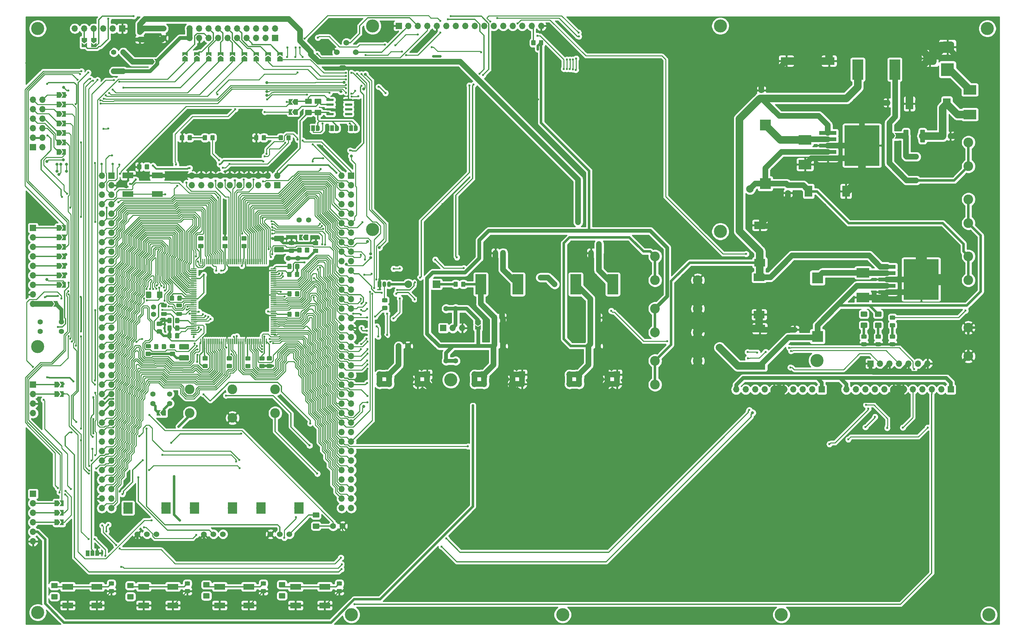
<source format=gbr>
G04 #@! TF.GenerationSoftware,KiCad,Pcbnew,(5.1.2)-1*
G04 #@! TF.CreationDate,2019-06-24T23:23:42+09:00*
G04 #@! TF.ProjectId,STM32F4____,53544d33-3246-4341-9c1c-f4dc2e6b6963,rev?*
G04 #@! TF.SameCoordinates,PXa57dbf49PYb7601c90*
G04 #@! TF.FileFunction,Copper,L1,Top*
G04 #@! TF.FilePolarity,Positive*
%FSLAX46Y46*%
G04 Gerber Fmt 4.6, Leading zero omitted, Abs format (unit mm)*
G04 Created by KiCad (PCBNEW (5.1.2)-1) date 2019-06-24 23:23:42*
%MOMM*%
%LPD*%
G04 APERTURE LIST*
G04 #@! TA.AperFunction,SMDPad,CuDef*
%ADD10R,3.000000X2.000000*%
G04 #@! TD*
G04 #@! TA.AperFunction,ComponentPad*
%ADD11O,1.700000X1.700000*%
G04 #@! TD*
G04 #@! TA.AperFunction,ComponentPad*
%ADD12R,1.700000X1.700000*%
G04 #@! TD*
G04 #@! TA.AperFunction,Conductor*
%ADD13C,0.100000*%
G04 #@! TD*
G04 #@! TA.AperFunction,SMDPad,CuDef*
%ADD14C,1.150000*%
G04 #@! TD*
G04 #@! TA.AperFunction,ComponentPad*
%ADD15C,3.500000*%
G04 #@! TD*
G04 #@! TA.AperFunction,SMDPad,CuDef*
%ADD16R,2.000000X3.000000*%
G04 #@! TD*
G04 #@! TA.AperFunction,ComponentPad*
%ADD17R,2.000000X2.000000*%
G04 #@! TD*
G04 #@! TA.AperFunction,ComponentPad*
%ADD18C,2.000000*%
G04 #@! TD*
G04 #@! TA.AperFunction,ComponentPad*
%ADD19C,1.524000*%
G04 #@! TD*
G04 #@! TA.AperFunction,SMDPad,CuDef*
%ADD20C,1.425000*%
G04 #@! TD*
G04 #@! TA.AperFunction,SMDPad,CuDef*
%ADD21R,3.500000X2.500000*%
G04 #@! TD*
G04 #@! TA.AperFunction,SMDPad,CuDef*
%ADD22C,1.300000*%
G04 #@! TD*
G04 #@! TA.AperFunction,ComponentPad*
%ADD23R,3.500000X3.500000*%
G04 #@! TD*
G04 #@! TA.AperFunction,ComponentPad*
%ADD24C,3.000000*%
G04 #@! TD*
G04 #@! TA.AperFunction,SMDPad,CuDef*
%ADD25C,0.300000*%
G04 #@! TD*
G04 #@! TA.AperFunction,SMDPad,CuDef*
%ADD26C,0.500000*%
G04 #@! TD*
G04 #@! TA.AperFunction,SMDPad,CuDef*
%ADD27R,1.000000X1.500000*%
G04 #@! TD*
G04 #@! TA.AperFunction,SMDPad,CuDef*
%ADD28R,3.000000X3.000000*%
G04 #@! TD*
G04 #@! TA.AperFunction,SMDPad,CuDef*
%ADD29R,2.900000X5.400000*%
G04 #@! TD*
G04 #@! TA.AperFunction,ComponentPad*
%ADD30O,1.050000X1.500000*%
G04 #@! TD*
G04 #@! TA.AperFunction,ComponentPad*
%ADD31R,1.050000X1.500000*%
G04 #@! TD*
G04 #@! TA.AperFunction,ComponentPad*
%ADD32C,1.600000*%
G04 #@! TD*
G04 #@! TA.AperFunction,ComponentPad*
%ADD33C,2.500000*%
G04 #@! TD*
G04 #@! TA.AperFunction,SMDPad,CuDef*
%ADD34R,3.000000X1.524000*%
G04 #@! TD*
G04 #@! TA.AperFunction,ComponentPad*
%ADD35C,2.600000*%
G04 #@! TD*
G04 #@! TA.AperFunction,ComponentPad*
%ADD36C,1.400000*%
G04 #@! TD*
G04 #@! TA.AperFunction,SMDPad,CuDef*
%ADD37C,0.600000*%
G04 #@! TD*
G04 #@! TA.AperFunction,SMDPad,CuDef*
%ADD38R,4.600000X1.100000*%
G04 #@! TD*
G04 #@! TA.AperFunction,SMDPad,CuDef*
%ADD39R,9.400000X10.800000*%
G04 #@! TD*
G04 #@! TA.AperFunction,SMDPad,CuDef*
%ADD40C,1.000000*%
G04 #@! TD*
G04 #@! TA.AperFunction,ComponentPad*
%ADD41C,1.050000*%
G04 #@! TD*
G04 #@! TA.AperFunction,ViaPad*
%ADD42C,0.640000*%
G04 #@! TD*
G04 #@! TA.AperFunction,ViaPad*
%ADD43C,1.500000*%
G04 #@! TD*
G04 #@! TA.AperFunction,ViaPad*
%ADD44C,1.000000*%
G04 #@! TD*
G04 #@! TA.AperFunction,ViaPad*
%ADD45C,0.600000*%
G04 #@! TD*
G04 #@! TA.AperFunction,ViaPad*
%ADD46C,2.000000*%
G04 #@! TD*
G04 #@! TA.AperFunction,ViaPad*
%ADD47C,0.800000*%
G04 #@! TD*
G04 #@! TA.AperFunction,Conductor*
%ADD48C,0.640000*%
G04 #@! TD*
G04 #@! TA.AperFunction,Conductor*
%ADD49C,1.500000*%
G04 #@! TD*
G04 #@! TA.AperFunction,Conductor*
%ADD50C,2.000000*%
G04 #@! TD*
G04 #@! TA.AperFunction,Conductor*
%ADD51C,3.000000*%
G04 #@! TD*
G04 #@! TA.AperFunction,Conductor*
%ADD52C,0.300000*%
G04 #@! TD*
G04 #@! TA.AperFunction,Conductor*
%ADD53C,0.250000*%
G04 #@! TD*
G04 #@! TA.AperFunction,Conductor*
%ADD54C,1.000000*%
G04 #@! TD*
G04 #@! TA.AperFunction,Conductor*
%ADD55C,0.400000*%
G04 #@! TD*
G04 #@! TA.AperFunction,Conductor*
%ADD56C,0.254000*%
G04 #@! TD*
G04 APERTURE END LIST*
D10*
G04 #@! TO.P,C28,2*
G04 #@! TO.N,GND*
X1734465687Y-1327898000D03*
G04 #@! TO.P,C28,1*
G04 #@! TO.N,+5V*
X1734465687Y-1337898000D03*
G04 #@! TD*
D11*
G04 #@! TO.P,J21,6*
G04 #@! TO.N,DTR*
X1551233907Y-1247648000D03*
G04 #@! TO.P,J21,5*
G04 #@! TO.N,UART_RX*
X1553773907Y-1247648000D03*
G04 #@! TO.P,J21,4*
G04 #@! TO.N,UART_TX*
X1556313907Y-1247648000D03*
G04 #@! TO.P,J21,3*
G04 #@! TO.N,VCC*
X1558853907Y-1247648000D03*
G04 #@! TO.P,J21,2*
G04 #@! TO.N,CTS*
X1561393907Y-1247648000D03*
D12*
G04 #@! TO.P,J21,1*
G04 #@! TO.N,GND*
X1563933907Y-1247648000D03*
G04 #@! TD*
D13*
G04 #@! TO.N,GND*
G04 #@! TO.C,C25*
G36*
X1568835192Y-1283939204D02*
G01*
X1568859460Y-1283942804D01*
X1568883259Y-1283948765D01*
X1568906358Y-1283957030D01*
X1568928537Y-1283967520D01*
X1568949580Y-1283980132D01*
X1568969286Y-1283994747D01*
X1568987464Y-1284011223D01*
X1569003940Y-1284029401D01*
X1569018555Y-1284049107D01*
X1569031167Y-1284070150D01*
X1569041657Y-1284092329D01*
X1569049922Y-1284115428D01*
X1569055883Y-1284139227D01*
X1569059483Y-1284163495D01*
X1569060687Y-1284187999D01*
X1569060687Y-1285088001D01*
X1569059483Y-1285112505D01*
X1569055883Y-1285136773D01*
X1569049922Y-1285160572D01*
X1569041657Y-1285183671D01*
X1569031167Y-1285205850D01*
X1569018555Y-1285226893D01*
X1569003940Y-1285246599D01*
X1568987464Y-1285264777D01*
X1568969286Y-1285281253D01*
X1568949580Y-1285295868D01*
X1568928537Y-1285308480D01*
X1568906358Y-1285318970D01*
X1568883259Y-1285327235D01*
X1568859460Y-1285333196D01*
X1568835192Y-1285336796D01*
X1568810688Y-1285338000D01*
X1568160686Y-1285338000D01*
X1568136182Y-1285336796D01*
X1568111914Y-1285333196D01*
X1568088115Y-1285327235D01*
X1568065016Y-1285318970D01*
X1568042837Y-1285308480D01*
X1568021794Y-1285295868D01*
X1568002088Y-1285281253D01*
X1567983910Y-1285264777D01*
X1567967434Y-1285246599D01*
X1567952819Y-1285226893D01*
X1567940207Y-1285205850D01*
X1567929717Y-1285183671D01*
X1567921452Y-1285160572D01*
X1567915491Y-1285136773D01*
X1567911891Y-1285112505D01*
X1567910687Y-1285088001D01*
X1567910687Y-1284187999D01*
X1567911891Y-1284163495D01*
X1567915491Y-1284139227D01*
X1567921452Y-1284115428D01*
X1567929717Y-1284092329D01*
X1567940207Y-1284070150D01*
X1567952819Y-1284049107D01*
X1567967434Y-1284029401D01*
X1567983910Y-1284011223D01*
X1568002088Y-1283994747D01*
X1568021794Y-1283980132D01*
X1568042837Y-1283967520D01*
X1568065016Y-1283957030D01*
X1568088115Y-1283948765D01*
X1568111914Y-1283942804D01*
X1568136182Y-1283939204D01*
X1568160686Y-1283938000D01*
X1568810688Y-1283938000D01*
X1568835192Y-1283939204D01*
X1568835192Y-1283939204D01*
G37*
D14*
G04 #@! TD*
G04 #@! TO.P,C25,1*
G04 #@! TO.N,GND*
X1568485687Y-1284638000D03*
D13*
G04 #@! TO.N,Reset*
G04 #@! TO.C,C25*
G36*
X1570885192Y-1283939204D02*
G01*
X1570909460Y-1283942804D01*
X1570933259Y-1283948765D01*
X1570956358Y-1283957030D01*
X1570978537Y-1283967520D01*
X1570999580Y-1283980132D01*
X1571019286Y-1283994747D01*
X1571037464Y-1284011223D01*
X1571053940Y-1284029401D01*
X1571068555Y-1284049107D01*
X1571081167Y-1284070150D01*
X1571091657Y-1284092329D01*
X1571099922Y-1284115428D01*
X1571105883Y-1284139227D01*
X1571109483Y-1284163495D01*
X1571110687Y-1284187999D01*
X1571110687Y-1285088001D01*
X1571109483Y-1285112505D01*
X1571105883Y-1285136773D01*
X1571099922Y-1285160572D01*
X1571091657Y-1285183671D01*
X1571081167Y-1285205850D01*
X1571068555Y-1285226893D01*
X1571053940Y-1285246599D01*
X1571037464Y-1285264777D01*
X1571019286Y-1285281253D01*
X1570999580Y-1285295868D01*
X1570978537Y-1285308480D01*
X1570956358Y-1285318970D01*
X1570933259Y-1285327235D01*
X1570909460Y-1285333196D01*
X1570885192Y-1285336796D01*
X1570860688Y-1285338000D01*
X1570210686Y-1285338000D01*
X1570186182Y-1285336796D01*
X1570161914Y-1285333196D01*
X1570138115Y-1285327235D01*
X1570115016Y-1285318970D01*
X1570092837Y-1285308480D01*
X1570071794Y-1285295868D01*
X1570052088Y-1285281253D01*
X1570033910Y-1285264777D01*
X1570017434Y-1285246599D01*
X1570002819Y-1285226893D01*
X1569990207Y-1285205850D01*
X1569979717Y-1285183671D01*
X1569971452Y-1285160572D01*
X1569965491Y-1285136773D01*
X1569961891Y-1285112505D01*
X1569960687Y-1285088001D01*
X1569960687Y-1284187999D01*
X1569961891Y-1284163495D01*
X1569965491Y-1284139227D01*
X1569971452Y-1284115428D01*
X1569979717Y-1284092329D01*
X1569990207Y-1284070150D01*
X1570002819Y-1284049107D01*
X1570017434Y-1284029401D01*
X1570033910Y-1284011223D01*
X1570052088Y-1283994747D01*
X1570071794Y-1283980132D01*
X1570092837Y-1283967520D01*
X1570115016Y-1283957030D01*
X1570138115Y-1283948765D01*
X1570161914Y-1283942804D01*
X1570186182Y-1283939204D01*
X1570210686Y-1283938000D01*
X1570860688Y-1283938000D01*
X1570885192Y-1283939204D01*
X1570885192Y-1283939204D01*
G37*
D14*
G04 #@! TD*
G04 #@! TO.P,C25,2*
G04 #@! TO.N,Reset*
X1570535687Y-1284638000D03*
D15*
G04 #@! TO.P, ,1*
G04 #@! TO.N,N/C*
X1541345687Y-1332738000D03*
G04 #@! TD*
G04 #@! TO.P, ,1*
G04 #@! TO.N,N/C*
X1651835687Y-1341628000D03*
G04 #@! TD*
G04 #@! TO.P, ,1*
G04 #@! TO.N,N/C*
X1681735687Y-1404438000D03*
G04 #@! TD*
G04 #@! TO.P, ,1*
G04 #@! TO.N,N/C*
X1630905687Y-1301438000D03*
G04 #@! TD*
G04 #@! TO.P, ,1*
G04 #@! TO.N,N/C*
X1723905687Y-1301938000D03*
G04 #@! TD*
G04 #@! TO.P, ,1*
G04 #@! TO.N,N/C*
X1723905687Y-1246938000D03*
G04 #@! TD*
G04 #@! TO.P, ,1*
G04 #@! TO.N,N/C*
X1630905687Y-1246938000D03*
G04 #@! TD*
G04 #@! TO.P, ,1*
G04 #@! TO.N,N/C*
X1625235687Y-1404438000D03*
G04 #@! TD*
G04 #@! TO.P, ,1*
G04 #@! TO.N,N/C*
X1749735687Y-1336438000D03*
G04 #@! TD*
G04 #@! TO.P, ,1*
G04 #@! TO.N,N/C*
X1795345687Y-1247648000D03*
G04 #@! TD*
G04 #@! TO.P, ,1*
G04 #@! TO.N,N/C*
X1740235687Y-1404438000D03*
G04 #@! TD*
G04 #@! TO.P, ,1*
G04 #@! TO.N,N/C*
X1541345687Y-1403858000D03*
G04 #@! TD*
G04 #@! TO.P, ,1*
G04 #@! TO.N,N/C*
X1795735687Y-1404438000D03*
G04 #@! TD*
G04 #@! TO.P, ,1*
G04 #@! TO.N,N/C*
X1541345687Y-1247648000D03*
G04 #@! TD*
D16*
G04 #@! TO.P,C23,1*
G04 #@! TO.N,Net-(C23-Pad1)*
X1784501687Y-1267761000D03*
G04 #@! TO.P,C23,2*
G04 #@! TO.N,GND*
X1774501687Y-1267761000D03*
G04 #@! TD*
D17*
G04 #@! TO.P,BZ1,1*
G04 #@! TO.N,Net-(BZ1-Pad1)*
X1648025687Y-1316058000D03*
D18*
G04 #@! TO.P,BZ1,2*
G04 #@! TO.N,Net-(BZ1-Pad2)*
X1640425687Y-1316058000D03*
G04 #@! TD*
D13*
G04 #@! TO.N,GND*
G04 #@! TO.C,C1*
G36*
X1601764192Y-1337363804D02*
G01*
X1601788460Y-1337367404D01*
X1601812259Y-1337373365D01*
X1601835358Y-1337381630D01*
X1601857537Y-1337392120D01*
X1601878580Y-1337404732D01*
X1601898286Y-1337419347D01*
X1601916464Y-1337435823D01*
X1601932940Y-1337454001D01*
X1601947555Y-1337473707D01*
X1601960167Y-1337494750D01*
X1601970657Y-1337516929D01*
X1601978922Y-1337540028D01*
X1601984883Y-1337563827D01*
X1601988483Y-1337588095D01*
X1601989687Y-1337612599D01*
X1601989687Y-1338262601D01*
X1601988483Y-1338287105D01*
X1601984883Y-1338311373D01*
X1601978922Y-1338335172D01*
X1601970657Y-1338358271D01*
X1601960167Y-1338380450D01*
X1601947555Y-1338401493D01*
X1601932940Y-1338421199D01*
X1601916464Y-1338439377D01*
X1601898286Y-1338455853D01*
X1601878580Y-1338470468D01*
X1601857537Y-1338483080D01*
X1601835358Y-1338493570D01*
X1601812259Y-1338501835D01*
X1601788460Y-1338507796D01*
X1601764192Y-1338511396D01*
X1601739688Y-1338512600D01*
X1600839686Y-1338512600D01*
X1600815182Y-1338511396D01*
X1600790914Y-1338507796D01*
X1600767115Y-1338501835D01*
X1600744016Y-1338493570D01*
X1600721837Y-1338483080D01*
X1600700794Y-1338470468D01*
X1600681088Y-1338455853D01*
X1600662910Y-1338439377D01*
X1600646434Y-1338421199D01*
X1600631819Y-1338401493D01*
X1600619207Y-1338380450D01*
X1600608717Y-1338358271D01*
X1600600452Y-1338335172D01*
X1600594491Y-1338311373D01*
X1600590891Y-1338287105D01*
X1600589687Y-1338262601D01*
X1600589687Y-1337612599D01*
X1600590891Y-1337588095D01*
X1600594491Y-1337563827D01*
X1600600452Y-1337540028D01*
X1600608717Y-1337516929D01*
X1600619207Y-1337494750D01*
X1600631819Y-1337473707D01*
X1600646434Y-1337454001D01*
X1600662910Y-1337435823D01*
X1600681088Y-1337419347D01*
X1600700794Y-1337404732D01*
X1600721837Y-1337392120D01*
X1600744016Y-1337381630D01*
X1600767115Y-1337373365D01*
X1600790914Y-1337367404D01*
X1600815182Y-1337363804D01*
X1600839686Y-1337362600D01*
X1601739688Y-1337362600D01*
X1601764192Y-1337363804D01*
X1601764192Y-1337363804D01*
G37*
D14*
G04 #@! TD*
G04 #@! TO.P,C1,2*
G04 #@! TO.N,GND*
X1601289687Y-1337937600D03*
D13*
G04 #@! TO.N,VCAP_1*
G04 #@! TO.C,C1*
G36*
X1601764192Y-1335313804D02*
G01*
X1601788460Y-1335317404D01*
X1601812259Y-1335323365D01*
X1601835358Y-1335331630D01*
X1601857537Y-1335342120D01*
X1601878580Y-1335354732D01*
X1601898286Y-1335369347D01*
X1601916464Y-1335385823D01*
X1601932940Y-1335404001D01*
X1601947555Y-1335423707D01*
X1601960167Y-1335444750D01*
X1601970657Y-1335466929D01*
X1601978922Y-1335490028D01*
X1601984883Y-1335513827D01*
X1601988483Y-1335538095D01*
X1601989687Y-1335562599D01*
X1601989687Y-1336212601D01*
X1601988483Y-1336237105D01*
X1601984883Y-1336261373D01*
X1601978922Y-1336285172D01*
X1601970657Y-1336308271D01*
X1601960167Y-1336330450D01*
X1601947555Y-1336351493D01*
X1601932940Y-1336371199D01*
X1601916464Y-1336389377D01*
X1601898286Y-1336405853D01*
X1601878580Y-1336420468D01*
X1601857537Y-1336433080D01*
X1601835358Y-1336443570D01*
X1601812259Y-1336451835D01*
X1601788460Y-1336457796D01*
X1601764192Y-1336461396D01*
X1601739688Y-1336462600D01*
X1600839686Y-1336462600D01*
X1600815182Y-1336461396D01*
X1600790914Y-1336457796D01*
X1600767115Y-1336451835D01*
X1600744016Y-1336443570D01*
X1600721837Y-1336433080D01*
X1600700794Y-1336420468D01*
X1600681088Y-1336405853D01*
X1600662910Y-1336389377D01*
X1600646434Y-1336371199D01*
X1600631819Y-1336351493D01*
X1600619207Y-1336330450D01*
X1600608717Y-1336308271D01*
X1600600452Y-1336285172D01*
X1600594491Y-1336261373D01*
X1600590891Y-1336237105D01*
X1600589687Y-1336212601D01*
X1600589687Y-1335562599D01*
X1600590891Y-1335538095D01*
X1600594491Y-1335513827D01*
X1600600452Y-1335490028D01*
X1600608717Y-1335466929D01*
X1600619207Y-1335444750D01*
X1600631819Y-1335423707D01*
X1600646434Y-1335404001D01*
X1600662910Y-1335385823D01*
X1600681088Y-1335369347D01*
X1600700794Y-1335354732D01*
X1600721837Y-1335342120D01*
X1600744016Y-1335331630D01*
X1600767115Y-1335323365D01*
X1600790914Y-1335317404D01*
X1600815182Y-1335313804D01*
X1600839686Y-1335312600D01*
X1601739688Y-1335312600D01*
X1601764192Y-1335313804D01*
X1601764192Y-1335313804D01*
G37*
D14*
G04 #@! TD*
G04 #@! TO.P,C1,1*
G04 #@! TO.N,VCAP_1*
X1601289687Y-1335887600D03*
D13*
G04 #@! TO.N,VCAP2*
G04 #@! TO.C,C2*
G36*
X1608996192Y-1312735204D02*
G01*
X1609020460Y-1312738804D01*
X1609044259Y-1312744765D01*
X1609067358Y-1312753030D01*
X1609089537Y-1312763520D01*
X1609110580Y-1312776132D01*
X1609130286Y-1312790747D01*
X1609148464Y-1312807223D01*
X1609164940Y-1312825401D01*
X1609179555Y-1312845107D01*
X1609192167Y-1312866150D01*
X1609202657Y-1312888329D01*
X1609210922Y-1312911428D01*
X1609216883Y-1312935227D01*
X1609220483Y-1312959495D01*
X1609221687Y-1312983999D01*
X1609221687Y-1313884001D01*
X1609220483Y-1313908505D01*
X1609216883Y-1313932773D01*
X1609210922Y-1313956572D01*
X1609202657Y-1313979671D01*
X1609192167Y-1314001850D01*
X1609179555Y-1314022893D01*
X1609164940Y-1314042599D01*
X1609148464Y-1314060777D01*
X1609130286Y-1314077253D01*
X1609110580Y-1314091868D01*
X1609089537Y-1314104480D01*
X1609067358Y-1314114970D01*
X1609044259Y-1314123235D01*
X1609020460Y-1314129196D01*
X1608996192Y-1314132796D01*
X1608971688Y-1314134000D01*
X1608321686Y-1314134000D01*
X1608297182Y-1314132796D01*
X1608272914Y-1314129196D01*
X1608249115Y-1314123235D01*
X1608226016Y-1314114970D01*
X1608203837Y-1314104480D01*
X1608182794Y-1314091868D01*
X1608163088Y-1314077253D01*
X1608144910Y-1314060777D01*
X1608128434Y-1314042599D01*
X1608113819Y-1314022893D01*
X1608101207Y-1314001850D01*
X1608090717Y-1313979671D01*
X1608082452Y-1313956572D01*
X1608076491Y-1313932773D01*
X1608072891Y-1313908505D01*
X1608071687Y-1313884001D01*
X1608071687Y-1312983999D01*
X1608072891Y-1312959495D01*
X1608076491Y-1312935227D01*
X1608082452Y-1312911428D01*
X1608090717Y-1312888329D01*
X1608101207Y-1312866150D01*
X1608113819Y-1312845107D01*
X1608128434Y-1312825401D01*
X1608144910Y-1312807223D01*
X1608163088Y-1312790747D01*
X1608182794Y-1312776132D01*
X1608203837Y-1312763520D01*
X1608226016Y-1312753030D01*
X1608249115Y-1312744765D01*
X1608272914Y-1312738804D01*
X1608297182Y-1312735204D01*
X1608321686Y-1312734000D01*
X1608971688Y-1312734000D01*
X1608996192Y-1312735204D01*
X1608996192Y-1312735204D01*
G37*
D14*
G04 #@! TD*
G04 #@! TO.P,C2,1*
G04 #@! TO.N,VCAP2*
X1608646687Y-1313434000D03*
D13*
G04 #@! TO.N,GND*
G04 #@! TO.C,C2*
G36*
X1611046192Y-1312735204D02*
G01*
X1611070460Y-1312738804D01*
X1611094259Y-1312744765D01*
X1611117358Y-1312753030D01*
X1611139537Y-1312763520D01*
X1611160580Y-1312776132D01*
X1611180286Y-1312790747D01*
X1611198464Y-1312807223D01*
X1611214940Y-1312825401D01*
X1611229555Y-1312845107D01*
X1611242167Y-1312866150D01*
X1611252657Y-1312888329D01*
X1611260922Y-1312911428D01*
X1611266883Y-1312935227D01*
X1611270483Y-1312959495D01*
X1611271687Y-1312983999D01*
X1611271687Y-1313884001D01*
X1611270483Y-1313908505D01*
X1611266883Y-1313932773D01*
X1611260922Y-1313956572D01*
X1611252657Y-1313979671D01*
X1611242167Y-1314001850D01*
X1611229555Y-1314022893D01*
X1611214940Y-1314042599D01*
X1611198464Y-1314060777D01*
X1611180286Y-1314077253D01*
X1611160580Y-1314091868D01*
X1611139537Y-1314104480D01*
X1611117358Y-1314114970D01*
X1611094259Y-1314123235D01*
X1611070460Y-1314129196D01*
X1611046192Y-1314132796D01*
X1611021688Y-1314134000D01*
X1610371686Y-1314134000D01*
X1610347182Y-1314132796D01*
X1610322914Y-1314129196D01*
X1610299115Y-1314123235D01*
X1610276016Y-1314114970D01*
X1610253837Y-1314104480D01*
X1610232794Y-1314091868D01*
X1610213088Y-1314077253D01*
X1610194910Y-1314060777D01*
X1610178434Y-1314042599D01*
X1610163819Y-1314022893D01*
X1610151207Y-1314001850D01*
X1610140717Y-1313979671D01*
X1610132452Y-1313956572D01*
X1610126491Y-1313932773D01*
X1610122891Y-1313908505D01*
X1610121687Y-1313884001D01*
X1610121687Y-1312983999D01*
X1610122891Y-1312959495D01*
X1610126491Y-1312935227D01*
X1610132452Y-1312911428D01*
X1610140717Y-1312888329D01*
X1610151207Y-1312866150D01*
X1610163819Y-1312845107D01*
X1610178434Y-1312825401D01*
X1610194910Y-1312807223D01*
X1610213088Y-1312790747D01*
X1610232794Y-1312776132D01*
X1610253837Y-1312763520D01*
X1610276016Y-1312753030D01*
X1610299115Y-1312744765D01*
X1610322914Y-1312738804D01*
X1610347182Y-1312735204D01*
X1610371686Y-1312734000D01*
X1611021688Y-1312734000D01*
X1611046192Y-1312735204D01*
X1611046192Y-1312735204D01*
G37*
D14*
G04 #@! TD*
G04 #@! TO.P,C2,2*
G04 #@! TO.N,GND*
X1610696687Y-1313434000D03*
D13*
G04 #@! TO.N,GNDA*
G04 #@! TO.C,C3*
G36*
X1576928692Y-1327086204D02*
G01*
X1576952960Y-1327089804D01*
X1576976759Y-1327095765D01*
X1576999858Y-1327104030D01*
X1577022037Y-1327114520D01*
X1577043080Y-1327127132D01*
X1577062786Y-1327141747D01*
X1577080964Y-1327158223D01*
X1577097440Y-1327176401D01*
X1577112055Y-1327196107D01*
X1577124667Y-1327217150D01*
X1577135157Y-1327239329D01*
X1577143422Y-1327262428D01*
X1577149383Y-1327286227D01*
X1577152983Y-1327310495D01*
X1577154187Y-1327334999D01*
X1577154187Y-1328235001D01*
X1577152983Y-1328259505D01*
X1577149383Y-1328283773D01*
X1577143422Y-1328307572D01*
X1577135157Y-1328330671D01*
X1577124667Y-1328352850D01*
X1577112055Y-1328373893D01*
X1577097440Y-1328393599D01*
X1577080964Y-1328411777D01*
X1577062786Y-1328428253D01*
X1577043080Y-1328442868D01*
X1577022037Y-1328455480D01*
X1576999858Y-1328465970D01*
X1576976759Y-1328474235D01*
X1576952960Y-1328480196D01*
X1576928692Y-1328483796D01*
X1576904188Y-1328485000D01*
X1576254186Y-1328485000D01*
X1576229682Y-1328483796D01*
X1576205414Y-1328480196D01*
X1576181615Y-1328474235D01*
X1576158516Y-1328465970D01*
X1576136337Y-1328455480D01*
X1576115294Y-1328442868D01*
X1576095588Y-1328428253D01*
X1576077410Y-1328411777D01*
X1576060934Y-1328393599D01*
X1576046319Y-1328373893D01*
X1576033707Y-1328352850D01*
X1576023217Y-1328330671D01*
X1576014952Y-1328307572D01*
X1576008991Y-1328283773D01*
X1576005391Y-1328259505D01*
X1576004187Y-1328235001D01*
X1576004187Y-1327334999D01*
X1576005391Y-1327310495D01*
X1576008991Y-1327286227D01*
X1576014952Y-1327262428D01*
X1576023217Y-1327239329D01*
X1576033707Y-1327217150D01*
X1576046319Y-1327196107D01*
X1576060934Y-1327176401D01*
X1576077410Y-1327158223D01*
X1576095588Y-1327141747D01*
X1576115294Y-1327127132D01*
X1576136337Y-1327114520D01*
X1576158516Y-1327104030D01*
X1576181615Y-1327095765D01*
X1576205414Y-1327089804D01*
X1576229682Y-1327086204D01*
X1576254186Y-1327085000D01*
X1576904188Y-1327085000D01*
X1576928692Y-1327086204D01*
X1576928692Y-1327086204D01*
G37*
D14*
G04 #@! TD*
G04 #@! TO.P,C3,2*
G04 #@! TO.N,GNDA*
X1576579187Y-1327785000D03*
D13*
G04 #@! TO.N,3.3VADC*
G04 #@! TO.C,C3*
G36*
X1578978692Y-1327086204D02*
G01*
X1579002960Y-1327089804D01*
X1579026759Y-1327095765D01*
X1579049858Y-1327104030D01*
X1579072037Y-1327114520D01*
X1579093080Y-1327127132D01*
X1579112786Y-1327141747D01*
X1579130964Y-1327158223D01*
X1579147440Y-1327176401D01*
X1579162055Y-1327196107D01*
X1579174667Y-1327217150D01*
X1579185157Y-1327239329D01*
X1579193422Y-1327262428D01*
X1579199383Y-1327286227D01*
X1579202983Y-1327310495D01*
X1579204187Y-1327334999D01*
X1579204187Y-1328235001D01*
X1579202983Y-1328259505D01*
X1579199383Y-1328283773D01*
X1579193422Y-1328307572D01*
X1579185157Y-1328330671D01*
X1579174667Y-1328352850D01*
X1579162055Y-1328373893D01*
X1579147440Y-1328393599D01*
X1579130964Y-1328411777D01*
X1579112786Y-1328428253D01*
X1579093080Y-1328442868D01*
X1579072037Y-1328455480D01*
X1579049858Y-1328465970D01*
X1579026759Y-1328474235D01*
X1579002960Y-1328480196D01*
X1578978692Y-1328483796D01*
X1578954188Y-1328485000D01*
X1578304186Y-1328485000D01*
X1578279682Y-1328483796D01*
X1578255414Y-1328480196D01*
X1578231615Y-1328474235D01*
X1578208516Y-1328465970D01*
X1578186337Y-1328455480D01*
X1578165294Y-1328442868D01*
X1578145588Y-1328428253D01*
X1578127410Y-1328411777D01*
X1578110934Y-1328393599D01*
X1578096319Y-1328373893D01*
X1578083707Y-1328352850D01*
X1578073217Y-1328330671D01*
X1578064952Y-1328307572D01*
X1578058991Y-1328283773D01*
X1578055391Y-1328259505D01*
X1578054187Y-1328235001D01*
X1578054187Y-1327334999D01*
X1578055391Y-1327310495D01*
X1578058991Y-1327286227D01*
X1578064952Y-1327262428D01*
X1578073217Y-1327239329D01*
X1578083707Y-1327217150D01*
X1578096319Y-1327196107D01*
X1578110934Y-1327176401D01*
X1578127410Y-1327158223D01*
X1578145588Y-1327141747D01*
X1578165294Y-1327127132D01*
X1578186337Y-1327114520D01*
X1578208516Y-1327104030D01*
X1578231615Y-1327095765D01*
X1578255414Y-1327089804D01*
X1578279682Y-1327086204D01*
X1578304186Y-1327085000D01*
X1578954188Y-1327085000D01*
X1578978692Y-1327086204D01*
X1578978692Y-1327086204D01*
G37*
D14*
G04 #@! TD*
G04 #@! TO.P,C3,1*
G04 #@! TO.N,3.3VADC*
X1578629187Y-1327785000D03*
D13*
G04 #@! TO.N,3.3VDDC*
G04 #@! TO.C,C4*
G36*
X1579614192Y-1319091204D02*
G01*
X1579638460Y-1319094804D01*
X1579662259Y-1319100765D01*
X1579685358Y-1319109030D01*
X1579707537Y-1319119520D01*
X1579728580Y-1319132132D01*
X1579748286Y-1319146747D01*
X1579766464Y-1319163223D01*
X1579782940Y-1319181401D01*
X1579797555Y-1319201107D01*
X1579810167Y-1319222150D01*
X1579820657Y-1319244329D01*
X1579828922Y-1319267428D01*
X1579834883Y-1319291227D01*
X1579838483Y-1319315495D01*
X1579839687Y-1319339999D01*
X1579839687Y-1320240001D01*
X1579838483Y-1320264505D01*
X1579834883Y-1320288773D01*
X1579828922Y-1320312572D01*
X1579820657Y-1320335671D01*
X1579810167Y-1320357850D01*
X1579797555Y-1320378893D01*
X1579782940Y-1320398599D01*
X1579766464Y-1320416777D01*
X1579748286Y-1320433253D01*
X1579728580Y-1320447868D01*
X1579707537Y-1320460480D01*
X1579685358Y-1320470970D01*
X1579662259Y-1320479235D01*
X1579638460Y-1320485196D01*
X1579614192Y-1320488796D01*
X1579589688Y-1320490000D01*
X1578939686Y-1320490000D01*
X1578915182Y-1320488796D01*
X1578890914Y-1320485196D01*
X1578867115Y-1320479235D01*
X1578844016Y-1320470970D01*
X1578821837Y-1320460480D01*
X1578800794Y-1320447868D01*
X1578781088Y-1320433253D01*
X1578762910Y-1320416777D01*
X1578746434Y-1320398599D01*
X1578731819Y-1320378893D01*
X1578719207Y-1320357850D01*
X1578708717Y-1320335671D01*
X1578700452Y-1320312572D01*
X1578694491Y-1320288773D01*
X1578690891Y-1320264505D01*
X1578689687Y-1320240001D01*
X1578689687Y-1319339999D01*
X1578690891Y-1319315495D01*
X1578694491Y-1319291227D01*
X1578700452Y-1319267428D01*
X1578708717Y-1319244329D01*
X1578719207Y-1319222150D01*
X1578731819Y-1319201107D01*
X1578746434Y-1319181401D01*
X1578762910Y-1319163223D01*
X1578781088Y-1319146747D01*
X1578800794Y-1319132132D01*
X1578821837Y-1319119520D01*
X1578844016Y-1319109030D01*
X1578867115Y-1319100765D01*
X1578890914Y-1319094804D01*
X1578915182Y-1319091204D01*
X1578939686Y-1319090000D01*
X1579589688Y-1319090000D01*
X1579614192Y-1319091204D01*
X1579614192Y-1319091204D01*
G37*
D14*
G04 #@! TD*
G04 #@! TO.P,C4,2*
G04 #@! TO.N,3.3VDDC*
X1579264687Y-1319790000D03*
D13*
G04 #@! TO.N,GND*
G04 #@! TO.C,C4*
G36*
X1577564192Y-1319091204D02*
G01*
X1577588460Y-1319094804D01*
X1577612259Y-1319100765D01*
X1577635358Y-1319109030D01*
X1577657537Y-1319119520D01*
X1577678580Y-1319132132D01*
X1577698286Y-1319146747D01*
X1577716464Y-1319163223D01*
X1577732940Y-1319181401D01*
X1577747555Y-1319201107D01*
X1577760167Y-1319222150D01*
X1577770657Y-1319244329D01*
X1577778922Y-1319267428D01*
X1577784883Y-1319291227D01*
X1577788483Y-1319315495D01*
X1577789687Y-1319339999D01*
X1577789687Y-1320240001D01*
X1577788483Y-1320264505D01*
X1577784883Y-1320288773D01*
X1577778922Y-1320312572D01*
X1577770657Y-1320335671D01*
X1577760167Y-1320357850D01*
X1577747555Y-1320378893D01*
X1577732940Y-1320398599D01*
X1577716464Y-1320416777D01*
X1577698286Y-1320433253D01*
X1577678580Y-1320447868D01*
X1577657537Y-1320460480D01*
X1577635358Y-1320470970D01*
X1577612259Y-1320479235D01*
X1577588460Y-1320485196D01*
X1577564192Y-1320488796D01*
X1577539688Y-1320490000D01*
X1576889686Y-1320490000D01*
X1576865182Y-1320488796D01*
X1576840914Y-1320485196D01*
X1576817115Y-1320479235D01*
X1576794016Y-1320470970D01*
X1576771837Y-1320460480D01*
X1576750794Y-1320447868D01*
X1576731088Y-1320433253D01*
X1576712910Y-1320416777D01*
X1576696434Y-1320398599D01*
X1576681819Y-1320378893D01*
X1576669207Y-1320357850D01*
X1576658717Y-1320335671D01*
X1576650452Y-1320312572D01*
X1576644491Y-1320288773D01*
X1576640891Y-1320264505D01*
X1576639687Y-1320240001D01*
X1576639687Y-1319339999D01*
X1576640891Y-1319315495D01*
X1576644491Y-1319291227D01*
X1576650452Y-1319267428D01*
X1576658717Y-1319244329D01*
X1576669207Y-1319222150D01*
X1576681819Y-1319201107D01*
X1576696434Y-1319181401D01*
X1576712910Y-1319163223D01*
X1576731088Y-1319146747D01*
X1576750794Y-1319132132D01*
X1576771837Y-1319119520D01*
X1576794016Y-1319109030D01*
X1576817115Y-1319100765D01*
X1576840914Y-1319094804D01*
X1576865182Y-1319091204D01*
X1576889686Y-1319090000D01*
X1577539688Y-1319090000D01*
X1577564192Y-1319091204D01*
X1577564192Y-1319091204D01*
G37*
D14*
G04 #@! TD*
G04 #@! TO.P,C4,1*
G04 #@! TO.N,GND*
X1577214687Y-1319790000D03*
D13*
G04 #@! TO.N,GND*
G04 #@! TO.C,C5*
G36*
X1576938192Y-1325060204D02*
G01*
X1576962460Y-1325063804D01*
X1576986259Y-1325069765D01*
X1577009358Y-1325078030D01*
X1577031537Y-1325088520D01*
X1577052580Y-1325101132D01*
X1577072286Y-1325115747D01*
X1577090464Y-1325132223D01*
X1577106940Y-1325150401D01*
X1577121555Y-1325170107D01*
X1577134167Y-1325191150D01*
X1577144657Y-1325213329D01*
X1577152922Y-1325236428D01*
X1577158883Y-1325260227D01*
X1577162483Y-1325284495D01*
X1577163687Y-1325308999D01*
X1577163687Y-1326209001D01*
X1577162483Y-1326233505D01*
X1577158883Y-1326257773D01*
X1577152922Y-1326281572D01*
X1577144657Y-1326304671D01*
X1577134167Y-1326326850D01*
X1577121555Y-1326347893D01*
X1577106940Y-1326367599D01*
X1577090464Y-1326385777D01*
X1577072286Y-1326402253D01*
X1577052580Y-1326416868D01*
X1577031537Y-1326429480D01*
X1577009358Y-1326439970D01*
X1576986259Y-1326448235D01*
X1576962460Y-1326454196D01*
X1576938192Y-1326457796D01*
X1576913688Y-1326459000D01*
X1576263686Y-1326459000D01*
X1576239182Y-1326457796D01*
X1576214914Y-1326454196D01*
X1576191115Y-1326448235D01*
X1576168016Y-1326439970D01*
X1576145837Y-1326429480D01*
X1576124794Y-1326416868D01*
X1576105088Y-1326402253D01*
X1576086910Y-1326385777D01*
X1576070434Y-1326367599D01*
X1576055819Y-1326347893D01*
X1576043207Y-1326326850D01*
X1576032717Y-1326304671D01*
X1576024452Y-1326281572D01*
X1576018491Y-1326257773D01*
X1576014891Y-1326233505D01*
X1576013687Y-1326209001D01*
X1576013687Y-1325308999D01*
X1576014891Y-1325284495D01*
X1576018491Y-1325260227D01*
X1576024452Y-1325236428D01*
X1576032717Y-1325213329D01*
X1576043207Y-1325191150D01*
X1576055819Y-1325170107D01*
X1576070434Y-1325150401D01*
X1576086910Y-1325132223D01*
X1576105088Y-1325115747D01*
X1576124794Y-1325101132D01*
X1576145837Y-1325088520D01*
X1576168016Y-1325078030D01*
X1576191115Y-1325069765D01*
X1576214914Y-1325063804D01*
X1576239182Y-1325060204D01*
X1576263686Y-1325059000D01*
X1576913688Y-1325059000D01*
X1576938192Y-1325060204D01*
X1576938192Y-1325060204D01*
G37*
D14*
G04 #@! TD*
G04 #@! TO.P,C5,1*
G04 #@! TO.N,GND*
X1576588687Y-1325759000D03*
D13*
G04 #@! TO.N,3.3VDDC*
G04 #@! TO.C,C5*
G36*
X1578988192Y-1325060204D02*
G01*
X1579012460Y-1325063804D01*
X1579036259Y-1325069765D01*
X1579059358Y-1325078030D01*
X1579081537Y-1325088520D01*
X1579102580Y-1325101132D01*
X1579122286Y-1325115747D01*
X1579140464Y-1325132223D01*
X1579156940Y-1325150401D01*
X1579171555Y-1325170107D01*
X1579184167Y-1325191150D01*
X1579194657Y-1325213329D01*
X1579202922Y-1325236428D01*
X1579208883Y-1325260227D01*
X1579212483Y-1325284495D01*
X1579213687Y-1325308999D01*
X1579213687Y-1326209001D01*
X1579212483Y-1326233505D01*
X1579208883Y-1326257773D01*
X1579202922Y-1326281572D01*
X1579194657Y-1326304671D01*
X1579184167Y-1326326850D01*
X1579171555Y-1326347893D01*
X1579156940Y-1326367599D01*
X1579140464Y-1326385777D01*
X1579122286Y-1326402253D01*
X1579102580Y-1326416868D01*
X1579081537Y-1326429480D01*
X1579059358Y-1326439970D01*
X1579036259Y-1326448235D01*
X1579012460Y-1326454196D01*
X1578988192Y-1326457796D01*
X1578963688Y-1326459000D01*
X1578313686Y-1326459000D01*
X1578289182Y-1326457796D01*
X1578264914Y-1326454196D01*
X1578241115Y-1326448235D01*
X1578218016Y-1326439970D01*
X1578195837Y-1326429480D01*
X1578174794Y-1326416868D01*
X1578155088Y-1326402253D01*
X1578136910Y-1326385777D01*
X1578120434Y-1326367599D01*
X1578105819Y-1326347893D01*
X1578093207Y-1326326850D01*
X1578082717Y-1326304671D01*
X1578074452Y-1326281572D01*
X1578068491Y-1326257773D01*
X1578064891Y-1326233505D01*
X1578063687Y-1326209001D01*
X1578063687Y-1325308999D01*
X1578064891Y-1325284495D01*
X1578068491Y-1325260227D01*
X1578074452Y-1325236428D01*
X1578082717Y-1325213329D01*
X1578093207Y-1325191150D01*
X1578105819Y-1325170107D01*
X1578120434Y-1325150401D01*
X1578136910Y-1325132223D01*
X1578155088Y-1325115747D01*
X1578174794Y-1325101132D01*
X1578195837Y-1325088520D01*
X1578218016Y-1325078030D01*
X1578241115Y-1325069765D01*
X1578264914Y-1325063804D01*
X1578289182Y-1325060204D01*
X1578313686Y-1325059000D01*
X1578963688Y-1325059000D01*
X1578988192Y-1325060204D01*
X1578988192Y-1325060204D01*
G37*
D14*
G04 #@! TD*
G04 #@! TO.P,C5,2*
G04 #@! TO.N,3.3VDDC*
X1578638687Y-1325759000D03*
D13*
G04 #@! TO.N,3.3VDDC*
G04 #@! TO.C,C6*
G36*
X1586573192Y-1335295204D02*
G01*
X1586597460Y-1335298804D01*
X1586621259Y-1335304765D01*
X1586644358Y-1335313030D01*
X1586666537Y-1335323520D01*
X1586687580Y-1335336132D01*
X1586707286Y-1335350747D01*
X1586725464Y-1335367223D01*
X1586741940Y-1335385401D01*
X1586756555Y-1335405107D01*
X1586769167Y-1335426150D01*
X1586779657Y-1335448329D01*
X1586787922Y-1335471428D01*
X1586793883Y-1335495227D01*
X1586797483Y-1335519495D01*
X1586798687Y-1335543999D01*
X1586798687Y-1336194001D01*
X1586797483Y-1336218505D01*
X1586793883Y-1336242773D01*
X1586787922Y-1336266572D01*
X1586779657Y-1336289671D01*
X1586769167Y-1336311850D01*
X1586756555Y-1336332893D01*
X1586741940Y-1336352599D01*
X1586725464Y-1336370777D01*
X1586707286Y-1336387253D01*
X1586687580Y-1336401868D01*
X1586666537Y-1336414480D01*
X1586644358Y-1336424970D01*
X1586621259Y-1336433235D01*
X1586597460Y-1336439196D01*
X1586573192Y-1336442796D01*
X1586548688Y-1336444000D01*
X1585648686Y-1336444000D01*
X1585624182Y-1336442796D01*
X1585599914Y-1336439196D01*
X1585576115Y-1336433235D01*
X1585553016Y-1336424970D01*
X1585530837Y-1336414480D01*
X1585509794Y-1336401868D01*
X1585490088Y-1336387253D01*
X1585471910Y-1336370777D01*
X1585455434Y-1336352599D01*
X1585440819Y-1336332893D01*
X1585428207Y-1336311850D01*
X1585417717Y-1336289671D01*
X1585409452Y-1336266572D01*
X1585403491Y-1336242773D01*
X1585399891Y-1336218505D01*
X1585398687Y-1336194001D01*
X1585398687Y-1335543999D01*
X1585399891Y-1335519495D01*
X1585403491Y-1335495227D01*
X1585409452Y-1335471428D01*
X1585417717Y-1335448329D01*
X1585428207Y-1335426150D01*
X1585440819Y-1335405107D01*
X1585455434Y-1335385401D01*
X1585471910Y-1335367223D01*
X1585490088Y-1335350747D01*
X1585509794Y-1335336132D01*
X1585530837Y-1335323520D01*
X1585553016Y-1335313030D01*
X1585576115Y-1335304765D01*
X1585599914Y-1335298804D01*
X1585624182Y-1335295204D01*
X1585648686Y-1335294000D01*
X1586548688Y-1335294000D01*
X1586573192Y-1335295204D01*
X1586573192Y-1335295204D01*
G37*
D14*
G04 #@! TD*
G04 #@! TO.P,C6,2*
G04 #@! TO.N,3.3VDDC*
X1586098687Y-1335869000D03*
D13*
G04 #@! TO.N,GND*
G04 #@! TO.C,C6*
G36*
X1586573192Y-1337345204D02*
G01*
X1586597460Y-1337348804D01*
X1586621259Y-1337354765D01*
X1586644358Y-1337363030D01*
X1586666537Y-1337373520D01*
X1586687580Y-1337386132D01*
X1586707286Y-1337400747D01*
X1586725464Y-1337417223D01*
X1586741940Y-1337435401D01*
X1586756555Y-1337455107D01*
X1586769167Y-1337476150D01*
X1586779657Y-1337498329D01*
X1586787922Y-1337521428D01*
X1586793883Y-1337545227D01*
X1586797483Y-1337569495D01*
X1586798687Y-1337593999D01*
X1586798687Y-1338244001D01*
X1586797483Y-1338268505D01*
X1586793883Y-1338292773D01*
X1586787922Y-1338316572D01*
X1586779657Y-1338339671D01*
X1586769167Y-1338361850D01*
X1586756555Y-1338382893D01*
X1586741940Y-1338402599D01*
X1586725464Y-1338420777D01*
X1586707286Y-1338437253D01*
X1586687580Y-1338451868D01*
X1586666537Y-1338464480D01*
X1586644358Y-1338474970D01*
X1586621259Y-1338483235D01*
X1586597460Y-1338489196D01*
X1586573192Y-1338492796D01*
X1586548688Y-1338494000D01*
X1585648686Y-1338494000D01*
X1585624182Y-1338492796D01*
X1585599914Y-1338489196D01*
X1585576115Y-1338483235D01*
X1585553016Y-1338474970D01*
X1585530837Y-1338464480D01*
X1585509794Y-1338451868D01*
X1585490088Y-1338437253D01*
X1585471910Y-1338420777D01*
X1585455434Y-1338402599D01*
X1585440819Y-1338382893D01*
X1585428207Y-1338361850D01*
X1585417717Y-1338339671D01*
X1585409452Y-1338316572D01*
X1585403491Y-1338292773D01*
X1585399891Y-1338268505D01*
X1585398687Y-1338244001D01*
X1585398687Y-1337593999D01*
X1585399891Y-1337569495D01*
X1585403491Y-1337545227D01*
X1585409452Y-1337521428D01*
X1585417717Y-1337498329D01*
X1585428207Y-1337476150D01*
X1585440819Y-1337455107D01*
X1585455434Y-1337435401D01*
X1585471910Y-1337417223D01*
X1585490088Y-1337400747D01*
X1585509794Y-1337386132D01*
X1585530837Y-1337373520D01*
X1585553016Y-1337363030D01*
X1585576115Y-1337354765D01*
X1585599914Y-1337348804D01*
X1585624182Y-1337345204D01*
X1585648686Y-1337344000D01*
X1586548688Y-1337344000D01*
X1586573192Y-1337345204D01*
X1586573192Y-1337345204D01*
G37*
D14*
G04 #@! TD*
G04 #@! TO.P,C6,1*
G04 #@! TO.N,GND*
X1586098687Y-1337919000D03*
D13*
G04 #@! TO.N,GND*
G04 #@! TO.C,C7*
G36*
X1593050192Y-1337345204D02*
G01*
X1593074460Y-1337348804D01*
X1593098259Y-1337354765D01*
X1593121358Y-1337363030D01*
X1593143537Y-1337373520D01*
X1593164580Y-1337386132D01*
X1593184286Y-1337400747D01*
X1593202464Y-1337417223D01*
X1593218940Y-1337435401D01*
X1593233555Y-1337455107D01*
X1593246167Y-1337476150D01*
X1593256657Y-1337498329D01*
X1593264922Y-1337521428D01*
X1593270883Y-1337545227D01*
X1593274483Y-1337569495D01*
X1593275687Y-1337593999D01*
X1593275687Y-1338244001D01*
X1593274483Y-1338268505D01*
X1593270883Y-1338292773D01*
X1593264922Y-1338316572D01*
X1593256657Y-1338339671D01*
X1593246167Y-1338361850D01*
X1593233555Y-1338382893D01*
X1593218940Y-1338402599D01*
X1593202464Y-1338420777D01*
X1593184286Y-1338437253D01*
X1593164580Y-1338451868D01*
X1593143537Y-1338464480D01*
X1593121358Y-1338474970D01*
X1593098259Y-1338483235D01*
X1593074460Y-1338489196D01*
X1593050192Y-1338492796D01*
X1593025688Y-1338494000D01*
X1592125686Y-1338494000D01*
X1592101182Y-1338492796D01*
X1592076914Y-1338489196D01*
X1592053115Y-1338483235D01*
X1592030016Y-1338474970D01*
X1592007837Y-1338464480D01*
X1591986794Y-1338451868D01*
X1591967088Y-1338437253D01*
X1591948910Y-1338420777D01*
X1591932434Y-1338402599D01*
X1591917819Y-1338382893D01*
X1591905207Y-1338361850D01*
X1591894717Y-1338339671D01*
X1591886452Y-1338316572D01*
X1591880491Y-1338292773D01*
X1591876891Y-1338268505D01*
X1591875687Y-1338244001D01*
X1591875687Y-1337593999D01*
X1591876891Y-1337569495D01*
X1591880491Y-1337545227D01*
X1591886452Y-1337521428D01*
X1591894717Y-1337498329D01*
X1591905207Y-1337476150D01*
X1591917819Y-1337455107D01*
X1591932434Y-1337435401D01*
X1591948910Y-1337417223D01*
X1591967088Y-1337400747D01*
X1591986794Y-1337386132D01*
X1592007837Y-1337373520D01*
X1592030016Y-1337363030D01*
X1592053115Y-1337354765D01*
X1592076914Y-1337348804D01*
X1592101182Y-1337345204D01*
X1592125686Y-1337344000D01*
X1593025688Y-1337344000D01*
X1593050192Y-1337345204D01*
X1593050192Y-1337345204D01*
G37*
D14*
G04 #@! TD*
G04 #@! TO.P,C7,1*
G04 #@! TO.N,GND*
X1592575687Y-1337919000D03*
D13*
G04 #@! TO.N,3.3VDDC*
G04 #@! TO.C,C7*
G36*
X1593050192Y-1335295204D02*
G01*
X1593074460Y-1335298804D01*
X1593098259Y-1335304765D01*
X1593121358Y-1335313030D01*
X1593143537Y-1335323520D01*
X1593164580Y-1335336132D01*
X1593184286Y-1335350747D01*
X1593202464Y-1335367223D01*
X1593218940Y-1335385401D01*
X1593233555Y-1335405107D01*
X1593246167Y-1335426150D01*
X1593256657Y-1335448329D01*
X1593264922Y-1335471428D01*
X1593270883Y-1335495227D01*
X1593274483Y-1335519495D01*
X1593275687Y-1335543999D01*
X1593275687Y-1336194001D01*
X1593274483Y-1336218505D01*
X1593270883Y-1336242773D01*
X1593264922Y-1336266572D01*
X1593256657Y-1336289671D01*
X1593246167Y-1336311850D01*
X1593233555Y-1336332893D01*
X1593218940Y-1336352599D01*
X1593202464Y-1336370777D01*
X1593184286Y-1336387253D01*
X1593164580Y-1336401868D01*
X1593143537Y-1336414480D01*
X1593121358Y-1336424970D01*
X1593098259Y-1336433235D01*
X1593074460Y-1336439196D01*
X1593050192Y-1336442796D01*
X1593025688Y-1336444000D01*
X1592125686Y-1336444000D01*
X1592101182Y-1336442796D01*
X1592076914Y-1336439196D01*
X1592053115Y-1336433235D01*
X1592030016Y-1336424970D01*
X1592007837Y-1336414480D01*
X1591986794Y-1336401868D01*
X1591967088Y-1336387253D01*
X1591948910Y-1336370777D01*
X1591932434Y-1336352599D01*
X1591917819Y-1336332893D01*
X1591905207Y-1336311850D01*
X1591894717Y-1336289671D01*
X1591886452Y-1336266572D01*
X1591880491Y-1336242773D01*
X1591876891Y-1336218505D01*
X1591875687Y-1336194001D01*
X1591875687Y-1335543999D01*
X1591876891Y-1335519495D01*
X1591880491Y-1335495227D01*
X1591886452Y-1335471428D01*
X1591894717Y-1335448329D01*
X1591905207Y-1335426150D01*
X1591917819Y-1335405107D01*
X1591932434Y-1335385401D01*
X1591948910Y-1335367223D01*
X1591967088Y-1335350747D01*
X1591986794Y-1335336132D01*
X1592007837Y-1335323520D01*
X1592030016Y-1335313030D01*
X1592053115Y-1335304765D01*
X1592076914Y-1335298804D01*
X1592101182Y-1335295204D01*
X1592125686Y-1335294000D01*
X1593025688Y-1335294000D01*
X1593050192Y-1335295204D01*
X1593050192Y-1335295204D01*
G37*
D14*
G04 #@! TD*
G04 #@! TO.P,C7,2*
G04 #@! TO.N,3.3VDDC*
X1592575687Y-1335869000D03*
D13*
G04 #@! TO.N,3.3VDDC*
G04 #@! TO.C,C8*
G36*
X1598003192Y-1335313204D02*
G01*
X1598027460Y-1335316804D01*
X1598051259Y-1335322765D01*
X1598074358Y-1335331030D01*
X1598096537Y-1335341520D01*
X1598117580Y-1335354132D01*
X1598137286Y-1335368747D01*
X1598155464Y-1335385223D01*
X1598171940Y-1335403401D01*
X1598186555Y-1335423107D01*
X1598199167Y-1335444150D01*
X1598209657Y-1335466329D01*
X1598217922Y-1335489428D01*
X1598223883Y-1335513227D01*
X1598227483Y-1335537495D01*
X1598228687Y-1335561999D01*
X1598228687Y-1336212001D01*
X1598227483Y-1336236505D01*
X1598223883Y-1336260773D01*
X1598217922Y-1336284572D01*
X1598209657Y-1336307671D01*
X1598199167Y-1336329850D01*
X1598186555Y-1336350893D01*
X1598171940Y-1336370599D01*
X1598155464Y-1336388777D01*
X1598137286Y-1336405253D01*
X1598117580Y-1336419868D01*
X1598096537Y-1336432480D01*
X1598074358Y-1336442970D01*
X1598051259Y-1336451235D01*
X1598027460Y-1336457196D01*
X1598003192Y-1336460796D01*
X1597978688Y-1336462000D01*
X1597078686Y-1336462000D01*
X1597054182Y-1336460796D01*
X1597029914Y-1336457196D01*
X1597006115Y-1336451235D01*
X1596983016Y-1336442970D01*
X1596960837Y-1336432480D01*
X1596939794Y-1336419868D01*
X1596920088Y-1336405253D01*
X1596901910Y-1336388777D01*
X1596885434Y-1336370599D01*
X1596870819Y-1336350893D01*
X1596858207Y-1336329850D01*
X1596847717Y-1336307671D01*
X1596839452Y-1336284572D01*
X1596833491Y-1336260773D01*
X1596829891Y-1336236505D01*
X1596828687Y-1336212001D01*
X1596828687Y-1335561999D01*
X1596829891Y-1335537495D01*
X1596833491Y-1335513227D01*
X1596839452Y-1335489428D01*
X1596847717Y-1335466329D01*
X1596858207Y-1335444150D01*
X1596870819Y-1335423107D01*
X1596885434Y-1335403401D01*
X1596901910Y-1335385223D01*
X1596920088Y-1335368747D01*
X1596939794Y-1335354132D01*
X1596960837Y-1335341520D01*
X1596983016Y-1335331030D01*
X1597006115Y-1335322765D01*
X1597029914Y-1335316804D01*
X1597054182Y-1335313204D01*
X1597078686Y-1335312000D01*
X1597978688Y-1335312000D01*
X1598003192Y-1335313204D01*
X1598003192Y-1335313204D01*
G37*
D14*
G04 #@! TD*
G04 #@! TO.P,C8,2*
G04 #@! TO.N,3.3VDDC*
X1597528687Y-1335887000D03*
D13*
G04 #@! TO.N,GND*
G04 #@! TO.C,C8*
G36*
X1598003192Y-1337363204D02*
G01*
X1598027460Y-1337366804D01*
X1598051259Y-1337372765D01*
X1598074358Y-1337381030D01*
X1598096537Y-1337391520D01*
X1598117580Y-1337404132D01*
X1598137286Y-1337418747D01*
X1598155464Y-1337435223D01*
X1598171940Y-1337453401D01*
X1598186555Y-1337473107D01*
X1598199167Y-1337494150D01*
X1598209657Y-1337516329D01*
X1598217922Y-1337539428D01*
X1598223883Y-1337563227D01*
X1598227483Y-1337587495D01*
X1598228687Y-1337611999D01*
X1598228687Y-1338262001D01*
X1598227483Y-1338286505D01*
X1598223883Y-1338310773D01*
X1598217922Y-1338334572D01*
X1598209657Y-1338357671D01*
X1598199167Y-1338379850D01*
X1598186555Y-1338400893D01*
X1598171940Y-1338420599D01*
X1598155464Y-1338438777D01*
X1598137286Y-1338455253D01*
X1598117580Y-1338469868D01*
X1598096537Y-1338482480D01*
X1598074358Y-1338492970D01*
X1598051259Y-1338501235D01*
X1598027460Y-1338507196D01*
X1598003192Y-1338510796D01*
X1597978688Y-1338512000D01*
X1597078686Y-1338512000D01*
X1597054182Y-1338510796D01*
X1597029914Y-1338507196D01*
X1597006115Y-1338501235D01*
X1596983016Y-1338492970D01*
X1596960837Y-1338482480D01*
X1596939794Y-1338469868D01*
X1596920088Y-1338455253D01*
X1596901910Y-1338438777D01*
X1596885434Y-1338420599D01*
X1596870819Y-1338400893D01*
X1596858207Y-1338379850D01*
X1596847717Y-1338357671D01*
X1596839452Y-1338334572D01*
X1596833491Y-1338310773D01*
X1596829891Y-1338286505D01*
X1596828687Y-1338262001D01*
X1596828687Y-1337611999D01*
X1596829891Y-1337587495D01*
X1596833491Y-1337563227D01*
X1596839452Y-1337539428D01*
X1596847717Y-1337516329D01*
X1596858207Y-1337494150D01*
X1596870819Y-1337473107D01*
X1596885434Y-1337453401D01*
X1596901910Y-1337435223D01*
X1596920088Y-1337418747D01*
X1596939794Y-1337404132D01*
X1596960837Y-1337391520D01*
X1596983016Y-1337381030D01*
X1597006115Y-1337372765D01*
X1597029914Y-1337366804D01*
X1597054182Y-1337363204D01*
X1597078686Y-1337362000D01*
X1597978688Y-1337362000D01*
X1598003192Y-1337363204D01*
X1598003192Y-1337363204D01*
G37*
D14*
G04 #@! TD*
G04 #@! TO.P,C8,1*
G04 #@! TO.N,GND*
X1597528687Y-1337937000D03*
D13*
G04 #@! TO.N,GND*
G04 #@! TO.C,C9*
G36*
X1603768992Y-1337354204D02*
G01*
X1603793260Y-1337357804D01*
X1603817059Y-1337363765D01*
X1603840158Y-1337372030D01*
X1603862337Y-1337382520D01*
X1603883380Y-1337395132D01*
X1603903086Y-1337409747D01*
X1603921264Y-1337426223D01*
X1603937740Y-1337444401D01*
X1603952355Y-1337464107D01*
X1603964967Y-1337485150D01*
X1603975457Y-1337507329D01*
X1603983722Y-1337530428D01*
X1603989683Y-1337554227D01*
X1603993283Y-1337578495D01*
X1603994487Y-1337602999D01*
X1603994487Y-1338253001D01*
X1603993283Y-1338277505D01*
X1603989683Y-1338301773D01*
X1603983722Y-1338325572D01*
X1603975457Y-1338348671D01*
X1603964967Y-1338370850D01*
X1603952355Y-1338391893D01*
X1603937740Y-1338411599D01*
X1603921264Y-1338429777D01*
X1603903086Y-1338446253D01*
X1603883380Y-1338460868D01*
X1603862337Y-1338473480D01*
X1603840158Y-1338483970D01*
X1603817059Y-1338492235D01*
X1603793260Y-1338498196D01*
X1603768992Y-1338501796D01*
X1603744488Y-1338503000D01*
X1602844486Y-1338503000D01*
X1602819982Y-1338501796D01*
X1602795714Y-1338498196D01*
X1602771915Y-1338492235D01*
X1602748816Y-1338483970D01*
X1602726637Y-1338473480D01*
X1602705594Y-1338460868D01*
X1602685888Y-1338446253D01*
X1602667710Y-1338429777D01*
X1602651234Y-1338411599D01*
X1602636619Y-1338391893D01*
X1602624007Y-1338370850D01*
X1602613517Y-1338348671D01*
X1602605252Y-1338325572D01*
X1602599291Y-1338301773D01*
X1602595691Y-1338277505D01*
X1602594487Y-1338253001D01*
X1602594487Y-1337602999D01*
X1602595691Y-1337578495D01*
X1602599291Y-1337554227D01*
X1602605252Y-1337530428D01*
X1602613517Y-1337507329D01*
X1602624007Y-1337485150D01*
X1602636619Y-1337464107D01*
X1602651234Y-1337444401D01*
X1602667710Y-1337426223D01*
X1602685888Y-1337409747D01*
X1602705594Y-1337395132D01*
X1602726637Y-1337382520D01*
X1602748816Y-1337372030D01*
X1602771915Y-1337363765D01*
X1602795714Y-1337357804D01*
X1602819982Y-1337354204D01*
X1602844486Y-1337353000D01*
X1603744488Y-1337353000D01*
X1603768992Y-1337354204D01*
X1603768992Y-1337354204D01*
G37*
D14*
G04 #@! TD*
G04 #@! TO.P,C9,1*
G04 #@! TO.N,GND*
X1603294487Y-1337928000D03*
D13*
G04 #@! TO.N,3.3VDDC*
G04 #@! TO.C,C9*
G36*
X1603768992Y-1335304204D02*
G01*
X1603793260Y-1335307804D01*
X1603817059Y-1335313765D01*
X1603840158Y-1335322030D01*
X1603862337Y-1335332520D01*
X1603883380Y-1335345132D01*
X1603903086Y-1335359747D01*
X1603921264Y-1335376223D01*
X1603937740Y-1335394401D01*
X1603952355Y-1335414107D01*
X1603964967Y-1335435150D01*
X1603975457Y-1335457329D01*
X1603983722Y-1335480428D01*
X1603989683Y-1335504227D01*
X1603993283Y-1335528495D01*
X1603994487Y-1335552999D01*
X1603994487Y-1336203001D01*
X1603993283Y-1336227505D01*
X1603989683Y-1336251773D01*
X1603983722Y-1336275572D01*
X1603975457Y-1336298671D01*
X1603964967Y-1336320850D01*
X1603952355Y-1336341893D01*
X1603937740Y-1336361599D01*
X1603921264Y-1336379777D01*
X1603903086Y-1336396253D01*
X1603883380Y-1336410868D01*
X1603862337Y-1336423480D01*
X1603840158Y-1336433970D01*
X1603817059Y-1336442235D01*
X1603793260Y-1336448196D01*
X1603768992Y-1336451796D01*
X1603744488Y-1336453000D01*
X1602844486Y-1336453000D01*
X1602819982Y-1336451796D01*
X1602795714Y-1336448196D01*
X1602771915Y-1336442235D01*
X1602748816Y-1336433970D01*
X1602726637Y-1336423480D01*
X1602705594Y-1336410868D01*
X1602685888Y-1336396253D01*
X1602667710Y-1336379777D01*
X1602651234Y-1336361599D01*
X1602636619Y-1336341893D01*
X1602624007Y-1336320850D01*
X1602613517Y-1336298671D01*
X1602605252Y-1336275572D01*
X1602599291Y-1336251773D01*
X1602595691Y-1336227505D01*
X1602594487Y-1336203001D01*
X1602594487Y-1335552999D01*
X1602595691Y-1335528495D01*
X1602599291Y-1335504227D01*
X1602605252Y-1335480428D01*
X1602613517Y-1335457329D01*
X1602624007Y-1335435150D01*
X1602636619Y-1335414107D01*
X1602651234Y-1335394401D01*
X1602667710Y-1335376223D01*
X1602685888Y-1335359747D01*
X1602705594Y-1335345132D01*
X1602726637Y-1335332520D01*
X1602748816Y-1335322030D01*
X1602771915Y-1335313765D01*
X1602795714Y-1335307804D01*
X1602819982Y-1335304204D01*
X1602844486Y-1335303000D01*
X1603744488Y-1335303000D01*
X1603768992Y-1335304204D01*
X1603768992Y-1335304204D01*
G37*
D14*
G04 #@! TD*
G04 #@! TO.P,C9,2*
G04 #@! TO.N,3.3VDDC*
X1603294487Y-1335878000D03*
D13*
G04 #@! TO.N,3.3VDDC*
G04 #@! TO.C,C10*
G36*
X1609030192Y-1323409204D02*
G01*
X1609054460Y-1323412804D01*
X1609078259Y-1323418765D01*
X1609101358Y-1323427030D01*
X1609123537Y-1323437520D01*
X1609144580Y-1323450132D01*
X1609164286Y-1323464747D01*
X1609182464Y-1323481223D01*
X1609198940Y-1323499401D01*
X1609213555Y-1323519107D01*
X1609226167Y-1323540150D01*
X1609236657Y-1323562329D01*
X1609244922Y-1323585428D01*
X1609250883Y-1323609227D01*
X1609254483Y-1323633495D01*
X1609255687Y-1323657999D01*
X1609255687Y-1324558001D01*
X1609254483Y-1324582505D01*
X1609250883Y-1324606773D01*
X1609244922Y-1324630572D01*
X1609236657Y-1324653671D01*
X1609226167Y-1324675850D01*
X1609213555Y-1324696893D01*
X1609198940Y-1324716599D01*
X1609182464Y-1324734777D01*
X1609164286Y-1324751253D01*
X1609144580Y-1324765868D01*
X1609123537Y-1324778480D01*
X1609101358Y-1324788970D01*
X1609078259Y-1324797235D01*
X1609054460Y-1324803196D01*
X1609030192Y-1324806796D01*
X1609005688Y-1324808000D01*
X1608355686Y-1324808000D01*
X1608331182Y-1324806796D01*
X1608306914Y-1324803196D01*
X1608283115Y-1324797235D01*
X1608260016Y-1324788970D01*
X1608237837Y-1324778480D01*
X1608216794Y-1324765868D01*
X1608197088Y-1324751253D01*
X1608178910Y-1324734777D01*
X1608162434Y-1324716599D01*
X1608147819Y-1324696893D01*
X1608135207Y-1324675850D01*
X1608124717Y-1324653671D01*
X1608116452Y-1324630572D01*
X1608110491Y-1324606773D01*
X1608106891Y-1324582505D01*
X1608105687Y-1324558001D01*
X1608105687Y-1323657999D01*
X1608106891Y-1323633495D01*
X1608110491Y-1323609227D01*
X1608116452Y-1323585428D01*
X1608124717Y-1323562329D01*
X1608135207Y-1323540150D01*
X1608147819Y-1323519107D01*
X1608162434Y-1323499401D01*
X1608178910Y-1323481223D01*
X1608197088Y-1323464747D01*
X1608216794Y-1323450132D01*
X1608237837Y-1323437520D01*
X1608260016Y-1323427030D01*
X1608283115Y-1323418765D01*
X1608306914Y-1323412804D01*
X1608331182Y-1323409204D01*
X1608355686Y-1323408000D01*
X1609005688Y-1323408000D01*
X1609030192Y-1323409204D01*
X1609030192Y-1323409204D01*
G37*
D14*
G04 #@! TD*
G04 #@! TO.P,C10,2*
G04 #@! TO.N,3.3VDDC*
X1608680687Y-1324108000D03*
D13*
G04 #@! TO.N,GND*
G04 #@! TO.C,C10*
G36*
X1611080192Y-1323409204D02*
G01*
X1611104460Y-1323412804D01*
X1611128259Y-1323418765D01*
X1611151358Y-1323427030D01*
X1611173537Y-1323437520D01*
X1611194580Y-1323450132D01*
X1611214286Y-1323464747D01*
X1611232464Y-1323481223D01*
X1611248940Y-1323499401D01*
X1611263555Y-1323519107D01*
X1611276167Y-1323540150D01*
X1611286657Y-1323562329D01*
X1611294922Y-1323585428D01*
X1611300883Y-1323609227D01*
X1611304483Y-1323633495D01*
X1611305687Y-1323657999D01*
X1611305687Y-1324558001D01*
X1611304483Y-1324582505D01*
X1611300883Y-1324606773D01*
X1611294922Y-1324630572D01*
X1611286657Y-1324653671D01*
X1611276167Y-1324675850D01*
X1611263555Y-1324696893D01*
X1611248940Y-1324716599D01*
X1611232464Y-1324734777D01*
X1611214286Y-1324751253D01*
X1611194580Y-1324765868D01*
X1611173537Y-1324778480D01*
X1611151358Y-1324788970D01*
X1611128259Y-1324797235D01*
X1611104460Y-1324803196D01*
X1611080192Y-1324806796D01*
X1611055688Y-1324808000D01*
X1610405686Y-1324808000D01*
X1610381182Y-1324806796D01*
X1610356914Y-1324803196D01*
X1610333115Y-1324797235D01*
X1610310016Y-1324788970D01*
X1610287837Y-1324778480D01*
X1610266794Y-1324765868D01*
X1610247088Y-1324751253D01*
X1610228910Y-1324734777D01*
X1610212434Y-1324716599D01*
X1610197819Y-1324696893D01*
X1610185207Y-1324675850D01*
X1610174717Y-1324653671D01*
X1610166452Y-1324630572D01*
X1610160491Y-1324606773D01*
X1610156891Y-1324582505D01*
X1610155687Y-1324558001D01*
X1610155687Y-1323657999D01*
X1610156891Y-1323633495D01*
X1610160491Y-1323609227D01*
X1610166452Y-1323585428D01*
X1610174717Y-1323562329D01*
X1610185207Y-1323540150D01*
X1610197819Y-1323519107D01*
X1610212434Y-1323499401D01*
X1610228910Y-1323481223D01*
X1610247088Y-1323464747D01*
X1610266794Y-1323450132D01*
X1610287837Y-1323437520D01*
X1610310016Y-1323427030D01*
X1610333115Y-1323418765D01*
X1610356914Y-1323412804D01*
X1610381182Y-1323409204D01*
X1610405686Y-1323408000D01*
X1611055688Y-1323408000D01*
X1611080192Y-1323409204D01*
X1611080192Y-1323409204D01*
G37*
D14*
G04 #@! TD*
G04 #@! TO.P,C10,1*
G04 #@! TO.N,GND*
X1610730687Y-1324108000D03*
D13*
G04 #@! TO.N,GND*
G04 #@! TO.C,C11*
G36*
X1611071592Y-1317921884D02*
G01*
X1611095860Y-1317925484D01*
X1611119659Y-1317931445D01*
X1611142758Y-1317939710D01*
X1611164937Y-1317950200D01*
X1611185980Y-1317962812D01*
X1611205686Y-1317977427D01*
X1611223864Y-1317993903D01*
X1611240340Y-1318012081D01*
X1611254955Y-1318031787D01*
X1611267567Y-1318052830D01*
X1611278057Y-1318075009D01*
X1611286322Y-1318098108D01*
X1611292283Y-1318121907D01*
X1611295883Y-1318146175D01*
X1611297087Y-1318170679D01*
X1611297087Y-1319070681D01*
X1611295883Y-1319095185D01*
X1611292283Y-1319119453D01*
X1611286322Y-1319143252D01*
X1611278057Y-1319166351D01*
X1611267567Y-1319188530D01*
X1611254955Y-1319209573D01*
X1611240340Y-1319229279D01*
X1611223864Y-1319247457D01*
X1611205686Y-1319263933D01*
X1611185980Y-1319278548D01*
X1611164937Y-1319291160D01*
X1611142758Y-1319301650D01*
X1611119659Y-1319309915D01*
X1611095860Y-1319315876D01*
X1611071592Y-1319319476D01*
X1611047088Y-1319320680D01*
X1610397086Y-1319320680D01*
X1610372582Y-1319319476D01*
X1610348314Y-1319315876D01*
X1610324515Y-1319309915D01*
X1610301416Y-1319301650D01*
X1610279237Y-1319291160D01*
X1610258194Y-1319278548D01*
X1610238488Y-1319263933D01*
X1610220310Y-1319247457D01*
X1610203834Y-1319229279D01*
X1610189219Y-1319209573D01*
X1610176607Y-1319188530D01*
X1610166117Y-1319166351D01*
X1610157852Y-1319143252D01*
X1610151891Y-1319119453D01*
X1610148291Y-1319095185D01*
X1610147087Y-1319070681D01*
X1610147087Y-1318170679D01*
X1610148291Y-1318146175D01*
X1610151891Y-1318121907D01*
X1610157852Y-1318098108D01*
X1610166117Y-1318075009D01*
X1610176607Y-1318052830D01*
X1610189219Y-1318031787D01*
X1610203834Y-1318012081D01*
X1610220310Y-1317993903D01*
X1610238488Y-1317977427D01*
X1610258194Y-1317962812D01*
X1610279237Y-1317950200D01*
X1610301416Y-1317939710D01*
X1610324515Y-1317931445D01*
X1610348314Y-1317925484D01*
X1610372582Y-1317921884D01*
X1610397086Y-1317920680D01*
X1611047088Y-1317920680D01*
X1611071592Y-1317921884D01*
X1611071592Y-1317921884D01*
G37*
D14*
G04 #@! TD*
G04 #@! TO.P,C11,1*
G04 #@! TO.N,GND*
X1610722087Y-1318620680D03*
D13*
G04 #@! TO.N,3.3VDDC*
G04 #@! TO.C,C11*
G36*
X1609021592Y-1317921884D02*
G01*
X1609045860Y-1317925484D01*
X1609069659Y-1317931445D01*
X1609092758Y-1317939710D01*
X1609114937Y-1317950200D01*
X1609135980Y-1317962812D01*
X1609155686Y-1317977427D01*
X1609173864Y-1317993903D01*
X1609190340Y-1318012081D01*
X1609204955Y-1318031787D01*
X1609217567Y-1318052830D01*
X1609228057Y-1318075009D01*
X1609236322Y-1318098108D01*
X1609242283Y-1318121907D01*
X1609245883Y-1318146175D01*
X1609247087Y-1318170679D01*
X1609247087Y-1319070681D01*
X1609245883Y-1319095185D01*
X1609242283Y-1319119453D01*
X1609236322Y-1319143252D01*
X1609228057Y-1319166351D01*
X1609217567Y-1319188530D01*
X1609204955Y-1319209573D01*
X1609190340Y-1319229279D01*
X1609173864Y-1319247457D01*
X1609155686Y-1319263933D01*
X1609135980Y-1319278548D01*
X1609114937Y-1319291160D01*
X1609092758Y-1319301650D01*
X1609069659Y-1319309915D01*
X1609045860Y-1319315876D01*
X1609021592Y-1319319476D01*
X1608997088Y-1319320680D01*
X1608347086Y-1319320680D01*
X1608322582Y-1319319476D01*
X1608298314Y-1319315876D01*
X1608274515Y-1319309915D01*
X1608251416Y-1319301650D01*
X1608229237Y-1319291160D01*
X1608208194Y-1319278548D01*
X1608188488Y-1319263933D01*
X1608170310Y-1319247457D01*
X1608153834Y-1319229279D01*
X1608139219Y-1319209573D01*
X1608126607Y-1319188530D01*
X1608116117Y-1319166351D01*
X1608107852Y-1319143252D01*
X1608101891Y-1319119453D01*
X1608098291Y-1319095185D01*
X1608097087Y-1319070681D01*
X1608097087Y-1318170679D01*
X1608098291Y-1318146175D01*
X1608101891Y-1318121907D01*
X1608107852Y-1318098108D01*
X1608116117Y-1318075009D01*
X1608126607Y-1318052830D01*
X1608139219Y-1318031787D01*
X1608153834Y-1318012081D01*
X1608170310Y-1317993903D01*
X1608188488Y-1317977427D01*
X1608208194Y-1317962812D01*
X1608229237Y-1317950200D01*
X1608251416Y-1317939710D01*
X1608274515Y-1317931445D01*
X1608298314Y-1317925484D01*
X1608322582Y-1317921884D01*
X1608347086Y-1317920680D01*
X1608997088Y-1317920680D01*
X1609021592Y-1317921884D01*
X1609021592Y-1317921884D01*
G37*
D14*
G04 #@! TD*
G04 #@! TO.P,C11,2*
G04 #@! TO.N,3.3VDDC*
X1608672087Y-1318620680D03*
D13*
G04 #@! TO.N,3.3VDDC*
G04 #@! TO.C,C12*
G36*
X1609021192Y-1310582204D02*
G01*
X1609045460Y-1310585804D01*
X1609069259Y-1310591765D01*
X1609092358Y-1310600030D01*
X1609114537Y-1310610520D01*
X1609135580Y-1310623132D01*
X1609155286Y-1310637747D01*
X1609173464Y-1310654223D01*
X1609189940Y-1310672401D01*
X1609204555Y-1310692107D01*
X1609217167Y-1310713150D01*
X1609227657Y-1310735329D01*
X1609235922Y-1310758428D01*
X1609241883Y-1310782227D01*
X1609245483Y-1310806495D01*
X1609246687Y-1310830999D01*
X1609246687Y-1311731001D01*
X1609245483Y-1311755505D01*
X1609241883Y-1311779773D01*
X1609235922Y-1311803572D01*
X1609227657Y-1311826671D01*
X1609217167Y-1311848850D01*
X1609204555Y-1311869893D01*
X1609189940Y-1311889599D01*
X1609173464Y-1311907777D01*
X1609155286Y-1311924253D01*
X1609135580Y-1311938868D01*
X1609114537Y-1311951480D01*
X1609092358Y-1311961970D01*
X1609069259Y-1311970235D01*
X1609045460Y-1311976196D01*
X1609021192Y-1311979796D01*
X1608996688Y-1311981000D01*
X1608346686Y-1311981000D01*
X1608322182Y-1311979796D01*
X1608297914Y-1311976196D01*
X1608274115Y-1311970235D01*
X1608251016Y-1311961970D01*
X1608228837Y-1311951480D01*
X1608207794Y-1311938868D01*
X1608188088Y-1311924253D01*
X1608169910Y-1311907777D01*
X1608153434Y-1311889599D01*
X1608138819Y-1311869893D01*
X1608126207Y-1311848850D01*
X1608115717Y-1311826671D01*
X1608107452Y-1311803572D01*
X1608101491Y-1311779773D01*
X1608097891Y-1311755505D01*
X1608096687Y-1311731001D01*
X1608096687Y-1310830999D01*
X1608097891Y-1310806495D01*
X1608101491Y-1310782227D01*
X1608107452Y-1310758428D01*
X1608115717Y-1310735329D01*
X1608126207Y-1310713150D01*
X1608138819Y-1310692107D01*
X1608153434Y-1310672401D01*
X1608169910Y-1310654223D01*
X1608188088Y-1310637747D01*
X1608207794Y-1310623132D01*
X1608228837Y-1310610520D01*
X1608251016Y-1310600030D01*
X1608274115Y-1310591765D01*
X1608297914Y-1310585804D01*
X1608322182Y-1310582204D01*
X1608346686Y-1310581000D01*
X1608996688Y-1310581000D01*
X1609021192Y-1310582204D01*
X1609021192Y-1310582204D01*
G37*
D14*
G04 #@! TD*
G04 #@! TO.P,C12,2*
G04 #@! TO.N,3.3VDDC*
X1608671687Y-1311281000D03*
D13*
G04 #@! TO.N,GND*
G04 #@! TO.C,C12*
G36*
X1611071192Y-1310582204D02*
G01*
X1611095460Y-1310585804D01*
X1611119259Y-1310591765D01*
X1611142358Y-1310600030D01*
X1611164537Y-1310610520D01*
X1611185580Y-1310623132D01*
X1611205286Y-1310637747D01*
X1611223464Y-1310654223D01*
X1611239940Y-1310672401D01*
X1611254555Y-1310692107D01*
X1611267167Y-1310713150D01*
X1611277657Y-1310735329D01*
X1611285922Y-1310758428D01*
X1611291883Y-1310782227D01*
X1611295483Y-1310806495D01*
X1611296687Y-1310830999D01*
X1611296687Y-1311731001D01*
X1611295483Y-1311755505D01*
X1611291883Y-1311779773D01*
X1611285922Y-1311803572D01*
X1611277657Y-1311826671D01*
X1611267167Y-1311848850D01*
X1611254555Y-1311869893D01*
X1611239940Y-1311889599D01*
X1611223464Y-1311907777D01*
X1611205286Y-1311924253D01*
X1611185580Y-1311938868D01*
X1611164537Y-1311951480D01*
X1611142358Y-1311961970D01*
X1611119259Y-1311970235D01*
X1611095460Y-1311976196D01*
X1611071192Y-1311979796D01*
X1611046688Y-1311981000D01*
X1610396686Y-1311981000D01*
X1610372182Y-1311979796D01*
X1610347914Y-1311976196D01*
X1610324115Y-1311970235D01*
X1610301016Y-1311961970D01*
X1610278837Y-1311951480D01*
X1610257794Y-1311938868D01*
X1610238088Y-1311924253D01*
X1610219910Y-1311907777D01*
X1610203434Y-1311889599D01*
X1610188819Y-1311869893D01*
X1610176207Y-1311848850D01*
X1610165717Y-1311826671D01*
X1610157452Y-1311803572D01*
X1610151491Y-1311779773D01*
X1610147891Y-1311755505D01*
X1610146687Y-1311731001D01*
X1610146687Y-1310830999D01*
X1610147891Y-1310806495D01*
X1610151491Y-1310782227D01*
X1610157452Y-1310758428D01*
X1610165717Y-1310735329D01*
X1610176207Y-1310713150D01*
X1610188819Y-1310692107D01*
X1610203434Y-1310672401D01*
X1610219910Y-1310654223D01*
X1610238088Y-1310637747D01*
X1610257794Y-1310623132D01*
X1610278837Y-1310610520D01*
X1610301016Y-1310600030D01*
X1610324115Y-1310591765D01*
X1610347914Y-1310585804D01*
X1610372182Y-1310582204D01*
X1610396686Y-1310581000D01*
X1611046688Y-1310581000D01*
X1611071192Y-1310582204D01*
X1611071192Y-1310582204D01*
G37*
D14*
G04 #@! TD*
G04 #@! TO.P,C12,1*
G04 #@! TO.N,GND*
X1610721687Y-1311281000D03*
D13*
G04 #@! TO.N,GND*
G04 #@! TO.C,C13*
G36*
X1596987192Y-1303212204D02*
G01*
X1597011460Y-1303215804D01*
X1597035259Y-1303221765D01*
X1597058358Y-1303230030D01*
X1597080537Y-1303240520D01*
X1597101580Y-1303253132D01*
X1597121286Y-1303267747D01*
X1597139464Y-1303284223D01*
X1597155940Y-1303302401D01*
X1597170555Y-1303322107D01*
X1597183167Y-1303343150D01*
X1597193657Y-1303365329D01*
X1597201922Y-1303388428D01*
X1597207883Y-1303412227D01*
X1597211483Y-1303436495D01*
X1597212687Y-1303460999D01*
X1597212687Y-1304111001D01*
X1597211483Y-1304135505D01*
X1597207883Y-1304159773D01*
X1597201922Y-1304183572D01*
X1597193657Y-1304206671D01*
X1597183167Y-1304228850D01*
X1597170555Y-1304249893D01*
X1597155940Y-1304269599D01*
X1597139464Y-1304287777D01*
X1597121286Y-1304304253D01*
X1597101580Y-1304318868D01*
X1597080537Y-1304331480D01*
X1597058358Y-1304341970D01*
X1597035259Y-1304350235D01*
X1597011460Y-1304356196D01*
X1596987192Y-1304359796D01*
X1596962688Y-1304361000D01*
X1596062686Y-1304361000D01*
X1596038182Y-1304359796D01*
X1596013914Y-1304356196D01*
X1595990115Y-1304350235D01*
X1595967016Y-1304341970D01*
X1595944837Y-1304331480D01*
X1595923794Y-1304318868D01*
X1595904088Y-1304304253D01*
X1595885910Y-1304287777D01*
X1595869434Y-1304269599D01*
X1595854819Y-1304249893D01*
X1595842207Y-1304228850D01*
X1595831717Y-1304206671D01*
X1595823452Y-1304183572D01*
X1595817491Y-1304159773D01*
X1595813891Y-1304135505D01*
X1595812687Y-1304111001D01*
X1595812687Y-1303460999D01*
X1595813891Y-1303436495D01*
X1595817491Y-1303412227D01*
X1595823452Y-1303388428D01*
X1595831717Y-1303365329D01*
X1595842207Y-1303343150D01*
X1595854819Y-1303322107D01*
X1595869434Y-1303302401D01*
X1595885910Y-1303284223D01*
X1595904088Y-1303267747D01*
X1595923794Y-1303253132D01*
X1595944837Y-1303240520D01*
X1595967016Y-1303230030D01*
X1595990115Y-1303221765D01*
X1596013914Y-1303215804D01*
X1596038182Y-1303212204D01*
X1596062686Y-1303211000D01*
X1596962688Y-1303211000D01*
X1596987192Y-1303212204D01*
X1596987192Y-1303212204D01*
G37*
D14*
G04 #@! TD*
G04 #@! TO.P,C13,1*
G04 #@! TO.N,GND*
X1596512687Y-1303786000D03*
D13*
G04 #@! TO.N,3.3VDDC*
G04 #@! TO.C,C13*
G36*
X1596987192Y-1305262204D02*
G01*
X1597011460Y-1305265804D01*
X1597035259Y-1305271765D01*
X1597058358Y-1305280030D01*
X1597080537Y-1305290520D01*
X1597101580Y-1305303132D01*
X1597121286Y-1305317747D01*
X1597139464Y-1305334223D01*
X1597155940Y-1305352401D01*
X1597170555Y-1305372107D01*
X1597183167Y-1305393150D01*
X1597193657Y-1305415329D01*
X1597201922Y-1305438428D01*
X1597207883Y-1305462227D01*
X1597211483Y-1305486495D01*
X1597212687Y-1305510999D01*
X1597212687Y-1306161001D01*
X1597211483Y-1306185505D01*
X1597207883Y-1306209773D01*
X1597201922Y-1306233572D01*
X1597193657Y-1306256671D01*
X1597183167Y-1306278850D01*
X1597170555Y-1306299893D01*
X1597155940Y-1306319599D01*
X1597139464Y-1306337777D01*
X1597121286Y-1306354253D01*
X1597101580Y-1306368868D01*
X1597080537Y-1306381480D01*
X1597058358Y-1306391970D01*
X1597035259Y-1306400235D01*
X1597011460Y-1306406196D01*
X1596987192Y-1306409796D01*
X1596962688Y-1306411000D01*
X1596062686Y-1306411000D01*
X1596038182Y-1306409796D01*
X1596013914Y-1306406196D01*
X1595990115Y-1306400235D01*
X1595967016Y-1306391970D01*
X1595944837Y-1306381480D01*
X1595923794Y-1306368868D01*
X1595904088Y-1306354253D01*
X1595885910Y-1306337777D01*
X1595869434Y-1306319599D01*
X1595854819Y-1306299893D01*
X1595842207Y-1306278850D01*
X1595831717Y-1306256671D01*
X1595823452Y-1306233572D01*
X1595817491Y-1306209773D01*
X1595813891Y-1306185505D01*
X1595812687Y-1306161001D01*
X1595812687Y-1305510999D01*
X1595813891Y-1305486495D01*
X1595817491Y-1305462227D01*
X1595823452Y-1305438428D01*
X1595831717Y-1305415329D01*
X1595842207Y-1305393150D01*
X1595854819Y-1305372107D01*
X1595869434Y-1305352401D01*
X1595885910Y-1305334223D01*
X1595904088Y-1305317747D01*
X1595923794Y-1305303132D01*
X1595944837Y-1305290520D01*
X1595967016Y-1305280030D01*
X1595990115Y-1305271765D01*
X1596013914Y-1305265804D01*
X1596038182Y-1305262204D01*
X1596062686Y-1305261000D01*
X1596962688Y-1305261000D01*
X1596987192Y-1305262204D01*
X1596987192Y-1305262204D01*
G37*
D14*
G04 #@! TD*
G04 #@! TO.P,C13,2*
G04 #@! TO.N,3.3VDDC*
X1596512687Y-1305836000D03*
D13*
G04 #@! TO.N,3.3VDDC*
G04 #@! TO.C,C14*
G36*
X1591907192Y-1305280204D02*
G01*
X1591931460Y-1305283804D01*
X1591955259Y-1305289765D01*
X1591978358Y-1305298030D01*
X1592000537Y-1305308520D01*
X1592021580Y-1305321132D01*
X1592041286Y-1305335747D01*
X1592059464Y-1305352223D01*
X1592075940Y-1305370401D01*
X1592090555Y-1305390107D01*
X1592103167Y-1305411150D01*
X1592113657Y-1305433329D01*
X1592121922Y-1305456428D01*
X1592127883Y-1305480227D01*
X1592131483Y-1305504495D01*
X1592132687Y-1305528999D01*
X1592132687Y-1306179001D01*
X1592131483Y-1306203505D01*
X1592127883Y-1306227773D01*
X1592121922Y-1306251572D01*
X1592113657Y-1306274671D01*
X1592103167Y-1306296850D01*
X1592090555Y-1306317893D01*
X1592075940Y-1306337599D01*
X1592059464Y-1306355777D01*
X1592041286Y-1306372253D01*
X1592021580Y-1306386868D01*
X1592000537Y-1306399480D01*
X1591978358Y-1306409970D01*
X1591955259Y-1306418235D01*
X1591931460Y-1306424196D01*
X1591907192Y-1306427796D01*
X1591882688Y-1306429000D01*
X1590982686Y-1306429000D01*
X1590958182Y-1306427796D01*
X1590933914Y-1306424196D01*
X1590910115Y-1306418235D01*
X1590887016Y-1306409970D01*
X1590864837Y-1306399480D01*
X1590843794Y-1306386868D01*
X1590824088Y-1306372253D01*
X1590805910Y-1306355777D01*
X1590789434Y-1306337599D01*
X1590774819Y-1306317893D01*
X1590762207Y-1306296850D01*
X1590751717Y-1306274671D01*
X1590743452Y-1306251572D01*
X1590737491Y-1306227773D01*
X1590733891Y-1306203505D01*
X1590732687Y-1306179001D01*
X1590732687Y-1305528999D01*
X1590733891Y-1305504495D01*
X1590737491Y-1305480227D01*
X1590743452Y-1305456428D01*
X1590751717Y-1305433329D01*
X1590762207Y-1305411150D01*
X1590774819Y-1305390107D01*
X1590789434Y-1305370401D01*
X1590805910Y-1305352223D01*
X1590824088Y-1305335747D01*
X1590843794Y-1305321132D01*
X1590864837Y-1305308520D01*
X1590887016Y-1305298030D01*
X1590910115Y-1305289765D01*
X1590933914Y-1305283804D01*
X1590958182Y-1305280204D01*
X1590982686Y-1305279000D01*
X1591882688Y-1305279000D01*
X1591907192Y-1305280204D01*
X1591907192Y-1305280204D01*
G37*
D14*
G04 #@! TD*
G04 #@! TO.P,C14,2*
G04 #@! TO.N,3.3VDDC*
X1591432687Y-1305854000D03*
D13*
G04 #@! TO.N,GND*
G04 #@! TO.C,C14*
G36*
X1591907192Y-1303230204D02*
G01*
X1591931460Y-1303233804D01*
X1591955259Y-1303239765D01*
X1591978358Y-1303248030D01*
X1592000537Y-1303258520D01*
X1592021580Y-1303271132D01*
X1592041286Y-1303285747D01*
X1592059464Y-1303302223D01*
X1592075940Y-1303320401D01*
X1592090555Y-1303340107D01*
X1592103167Y-1303361150D01*
X1592113657Y-1303383329D01*
X1592121922Y-1303406428D01*
X1592127883Y-1303430227D01*
X1592131483Y-1303454495D01*
X1592132687Y-1303478999D01*
X1592132687Y-1304129001D01*
X1592131483Y-1304153505D01*
X1592127883Y-1304177773D01*
X1592121922Y-1304201572D01*
X1592113657Y-1304224671D01*
X1592103167Y-1304246850D01*
X1592090555Y-1304267893D01*
X1592075940Y-1304287599D01*
X1592059464Y-1304305777D01*
X1592041286Y-1304322253D01*
X1592021580Y-1304336868D01*
X1592000537Y-1304349480D01*
X1591978358Y-1304359970D01*
X1591955259Y-1304368235D01*
X1591931460Y-1304374196D01*
X1591907192Y-1304377796D01*
X1591882688Y-1304379000D01*
X1590982686Y-1304379000D01*
X1590958182Y-1304377796D01*
X1590933914Y-1304374196D01*
X1590910115Y-1304368235D01*
X1590887016Y-1304359970D01*
X1590864837Y-1304349480D01*
X1590843794Y-1304336868D01*
X1590824088Y-1304322253D01*
X1590805910Y-1304305777D01*
X1590789434Y-1304287599D01*
X1590774819Y-1304267893D01*
X1590762207Y-1304246850D01*
X1590751717Y-1304224671D01*
X1590743452Y-1304201572D01*
X1590737491Y-1304177773D01*
X1590733891Y-1304153505D01*
X1590732687Y-1304129001D01*
X1590732687Y-1303478999D01*
X1590733891Y-1303454495D01*
X1590737491Y-1303430227D01*
X1590743452Y-1303406428D01*
X1590751717Y-1303383329D01*
X1590762207Y-1303361150D01*
X1590774819Y-1303340107D01*
X1590789434Y-1303320401D01*
X1590805910Y-1303302223D01*
X1590824088Y-1303285747D01*
X1590843794Y-1303271132D01*
X1590864837Y-1303258520D01*
X1590887016Y-1303248030D01*
X1590910115Y-1303239765D01*
X1590933914Y-1303233804D01*
X1590958182Y-1303230204D01*
X1590982686Y-1303229000D01*
X1591882688Y-1303229000D01*
X1591907192Y-1303230204D01*
X1591907192Y-1303230204D01*
G37*
D14*
G04 #@! TD*
G04 #@! TO.P,C14,1*
G04 #@! TO.N,GND*
X1591432687Y-1303804000D03*
D13*
G04 #@! TO.N,GND*
G04 #@! TO.C,C15*
G36*
X1585430192Y-1303212204D02*
G01*
X1585454460Y-1303215804D01*
X1585478259Y-1303221765D01*
X1585501358Y-1303230030D01*
X1585523537Y-1303240520D01*
X1585544580Y-1303253132D01*
X1585564286Y-1303267747D01*
X1585582464Y-1303284223D01*
X1585598940Y-1303302401D01*
X1585613555Y-1303322107D01*
X1585626167Y-1303343150D01*
X1585636657Y-1303365329D01*
X1585644922Y-1303388428D01*
X1585650883Y-1303412227D01*
X1585654483Y-1303436495D01*
X1585655687Y-1303460999D01*
X1585655687Y-1304111001D01*
X1585654483Y-1304135505D01*
X1585650883Y-1304159773D01*
X1585644922Y-1304183572D01*
X1585636657Y-1304206671D01*
X1585626167Y-1304228850D01*
X1585613555Y-1304249893D01*
X1585598940Y-1304269599D01*
X1585582464Y-1304287777D01*
X1585564286Y-1304304253D01*
X1585544580Y-1304318868D01*
X1585523537Y-1304331480D01*
X1585501358Y-1304341970D01*
X1585478259Y-1304350235D01*
X1585454460Y-1304356196D01*
X1585430192Y-1304359796D01*
X1585405688Y-1304361000D01*
X1584505686Y-1304361000D01*
X1584481182Y-1304359796D01*
X1584456914Y-1304356196D01*
X1584433115Y-1304350235D01*
X1584410016Y-1304341970D01*
X1584387837Y-1304331480D01*
X1584366794Y-1304318868D01*
X1584347088Y-1304304253D01*
X1584328910Y-1304287777D01*
X1584312434Y-1304269599D01*
X1584297819Y-1304249893D01*
X1584285207Y-1304228850D01*
X1584274717Y-1304206671D01*
X1584266452Y-1304183572D01*
X1584260491Y-1304159773D01*
X1584256891Y-1304135505D01*
X1584255687Y-1304111001D01*
X1584255687Y-1303460999D01*
X1584256891Y-1303436495D01*
X1584260491Y-1303412227D01*
X1584266452Y-1303388428D01*
X1584274717Y-1303365329D01*
X1584285207Y-1303343150D01*
X1584297819Y-1303322107D01*
X1584312434Y-1303302401D01*
X1584328910Y-1303284223D01*
X1584347088Y-1303267747D01*
X1584366794Y-1303253132D01*
X1584387837Y-1303240520D01*
X1584410016Y-1303230030D01*
X1584433115Y-1303221765D01*
X1584456914Y-1303215804D01*
X1584481182Y-1303212204D01*
X1584505686Y-1303211000D01*
X1585405688Y-1303211000D01*
X1585430192Y-1303212204D01*
X1585430192Y-1303212204D01*
G37*
D14*
G04 #@! TD*
G04 #@! TO.P,C15,1*
G04 #@! TO.N,GND*
X1584955687Y-1303786000D03*
D13*
G04 #@! TO.N,3.3VDDC*
G04 #@! TO.C,C15*
G36*
X1585430192Y-1305262204D02*
G01*
X1585454460Y-1305265804D01*
X1585478259Y-1305271765D01*
X1585501358Y-1305280030D01*
X1585523537Y-1305290520D01*
X1585544580Y-1305303132D01*
X1585564286Y-1305317747D01*
X1585582464Y-1305334223D01*
X1585598940Y-1305352401D01*
X1585613555Y-1305372107D01*
X1585626167Y-1305393150D01*
X1585636657Y-1305415329D01*
X1585644922Y-1305438428D01*
X1585650883Y-1305462227D01*
X1585654483Y-1305486495D01*
X1585655687Y-1305510999D01*
X1585655687Y-1306161001D01*
X1585654483Y-1306185505D01*
X1585650883Y-1306209773D01*
X1585644922Y-1306233572D01*
X1585636657Y-1306256671D01*
X1585626167Y-1306278850D01*
X1585613555Y-1306299893D01*
X1585598940Y-1306319599D01*
X1585582464Y-1306337777D01*
X1585564286Y-1306354253D01*
X1585544580Y-1306368868D01*
X1585523537Y-1306381480D01*
X1585501358Y-1306391970D01*
X1585478259Y-1306400235D01*
X1585454460Y-1306406196D01*
X1585430192Y-1306409796D01*
X1585405688Y-1306411000D01*
X1584505686Y-1306411000D01*
X1584481182Y-1306409796D01*
X1584456914Y-1306406196D01*
X1584433115Y-1306400235D01*
X1584410016Y-1306391970D01*
X1584387837Y-1306381480D01*
X1584366794Y-1306368868D01*
X1584347088Y-1306354253D01*
X1584328910Y-1306337777D01*
X1584312434Y-1306319599D01*
X1584297819Y-1306299893D01*
X1584285207Y-1306278850D01*
X1584274717Y-1306256671D01*
X1584266452Y-1306233572D01*
X1584260491Y-1306209773D01*
X1584256891Y-1306185505D01*
X1584255687Y-1306161001D01*
X1584255687Y-1305510999D01*
X1584256891Y-1305486495D01*
X1584260491Y-1305462227D01*
X1584266452Y-1305438428D01*
X1584274717Y-1305415329D01*
X1584285207Y-1305393150D01*
X1584297819Y-1305372107D01*
X1584312434Y-1305352401D01*
X1584328910Y-1305334223D01*
X1584347088Y-1305317747D01*
X1584366794Y-1305303132D01*
X1584387837Y-1305290520D01*
X1584410016Y-1305280030D01*
X1584433115Y-1305271765D01*
X1584456914Y-1305265804D01*
X1584481182Y-1305262204D01*
X1584505686Y-1305261000D01*
X1585405688Y-1305261000D01*
X1585430192Y-1305262204D01*
X1585430192Y-1305262204D01*
G37*
D14*
G04 #@! TD*
G04 #@! TO.P,C15,2*
G04 #@! TO.N,3.3VDDC*
X1584955687Y-1305836000D03*
D13*
G04 #@! TO.N,3.3VADC*
G04 #@! TO.C,C16*
G36*
X1578969692Y-1329118204D02*
G01*
X1578993960Y-1329121804D01*
X1579017759Y-1329127765D01*
X1579040858Y-1329136030D01*
X1579063037Y-1329146520D01*
X1579084080Y-1329159132D01*
X1579103786Y-1329173747D01*
X1579121964Y-1329190223D01*
X1579138440Y-1329208401D01*
X1579153055Y-1329228107D01*
X1579165667Y-1329249150D01*
X1579176157Y-1329271329D01*
X1579184422Y-1329294428D01*
X1579190383Y-1329318227D01*
X1579193983Y-1329342495D01*
X1579195187Y-1329366999D01*
X1579195187Y-1330267001D01*
X1579193983Y-1330291505D01*
X1579190383Y-1330315773D01*
X1579184422Y-1330339572D01*
X1579176157Y-1330362671D01*
X1579165667Y-1330384850D01*
X1579153055Y-1330405893D01*
X1579138440Y-1330425599D01*
X1579121964Y-1330443777D01*
X1579103786Y-1330460253D01*
X1579084080Y-1330474868D01*
X1579063037Y-1330487480D01*
X1579040858Y-1330497970D01*
X1579017759Y-1330506235D01*
X1578993960Y-1330512196D01*
X1578969692Y-1330515796D01*
X1578945188Y-1330517000D01*
X1578295186Y-1330517000D01*
X1578270682Y-1330515796D01*
X1578246414Y-1330512196D01*
X1578222615Y-1330506235D01*
X1578199516Y-1330497970D01*
X1578177337Y-1330487480D01*
X1578156294Y-1330474868D01*
X1578136588Y-1330460253D01*
X1578118410Y-1330443777D01*
X1578101934Y-1330425599D01*
X1578087319Y-1330405893D01*
X1578074707Y-1330384850D01*
X1578064217Y-1330362671D01*
X1578055952Y-1330339572D01*
X1578049991Y-1330315773D01*
X1578046391Y-1330291505D01*
X1578045187Y-1330267001D01*
X1578045187Y-1329366999D01*
X1578046391Y-1329342495D01*
X1578049991Y-1329318227D01*
X1578055952Y-1329294428D01*
X1578064217Y-1329271329D01*
X1578074707Y-1329249150D01*
X1578087319Y-1329228107D01*
X1578101934Y-1329208401D01*
X1578118410Y-1329190223D01*
X1578136588Y-1329173747D01*
X1578156294Y-1329159132D01*
X1578177337Y-1329146520D01*
X1578199516Y-1329136030D01*
X1578222615Y-1329127765D01*
X1578246414Y-1329121804D01*
X1578270682Y-1329118204D01*
X1578295186Y-1329117000D01*
X1578945188Y-1329117000D01*
X1578969692Y-1329118204D01*
X1578969692Y-1329118204D01*
G37*
D14*
G04 #@! TD*
G04 #@! TO.P,C16,2*
G04 #@! TO.N,3.3VADC*
X1578620187Y-1329817000D03*
D13*
G04 #@! TO.N,GNDA*
G04 #@! TO.C,C16*
G36*
X1576919692Y-1329118204D02*
G01*
X1576943960Y-1329121804D01*
X1576967759Y-1329127765D01*
X1576990858Y-1329136030D01*
X1577013037Y-1329146520D01*
X1577034080Y-1329159132D01*
X1577053786Y-1329173747D01*
X1577071964Y-1329190223D01*
X1577088440Y-1329208401D01*
X1577103055Y-1329228107D01*
X1577115667Y-1329249150D01*
X1577126157Y-1329271329D01*
X1577134422Y-1329294428D01*
X1577140383Y-1329318227D01*
X1577143983Y-1329342495D01*
X1577145187Y-1329366999D01*
X1577145187Y-1330267001D01*
X1577143983Y-1330291505D01*
X1577140383Y-1330315773D01*
X1577134422Y-1330339572D01*
X1577126157Y-1330362671D01*
X1577115667Y-1330384850D01*
X1577103055Y-1330405893D01*
X1577088440Y-1330425599D01*
X1577071964Y-1330443777D01*
X1577053786Y-1330460253D01*
X1577034080Y-1330474868D01*
X1577013037Y-1330487480D01*
X1576990858Y-1330497970D01*
X1576967759Y-1330506235D01*
X1576943960Y-1330512196D01*
X1576919692Y-1330515796D01*
X1576895188Y-1330517000D01*
X1576245186Y-1330517000D01*
X1576220682Y-1330515796D01*
X1576196414Y-1330512196D01*
X1576172615Y-1330506235D01*
X1576149516Y-1330497970D01*
X1576127337Y-1330487480D01*
X1576106294Y-1330474868D01*
X1576086588Y-1330460253D01*
X1576068410Y-1330443777D01*
X1576051934Y-1330425599D01*
X1576037319Y-1330405893D01*
X1576024707Y-1330384850D01*
X1576014217Y-1330362671D01*
X1576005952Y-1330339572D01*
X1575999991Y-1330315773D01*
X1575996391Y-1330291505D01*
X1575995187Y-1330267001D01*
X1575995187Y-1329366999D01*
X1575996391Y-1329342495D01*
X1575999991Y-1329318227D01*
X1576005952Y-1329294428D01*
X1576014217Y-1329271329D01*
X1576024707Y-1329249150D01*
X1576037319Y-1329228107D01*
X1576051934Y-1329208401D01*
X1576068410Y-1329190223D01*
X1576086588Y-1329173747D01*
X1576106294Y-1329159132D01*
X1576127337Y-1329146520D01*
X1576149516Y-1329136030D01*
X1576172615Y-1329127765D01*
X1576196414Y-1329121804D01*
X1576220682Y-1329118204D01*
X1576245186Y-1329117000D01*
X1576895188Y-1329117000D01*
X1576919692Y-1329118204D01*
X1576919692Y-1329118204D01*
G37*
D14*
G04 #@! TD*
G04 #@! TO.P,C16,1*
G04 #@! TO.N,GNDA*
X1576570187Y-1329817000D03*
D13*
G04 #@! TO.N,PA0*
G04 #@! TO.C,C21*
G36*
X1561505192Y-1395519204D02*
G01*
X1561529460Y-1395522804D01*
X1561553259Y-1395528765D01*
X1561576358Y-1395537030D01*
X1561598537Y-1395547520D01*
X1561619580Y-1395560132D01*
X1561639286Y-1395574747D01*
X1561657464Y-1395591223D01*
X1561673940Y-1395609401D01*
X1561688555Y-1395629107D01*
X1561701167Y-1395650150D01*
X1561711657Y-1395672329D01*
X1561719922Y-1395695428D01*
X1561725883Y-1395719227D01*
X1561729483Y-1395743495D01*
X1561730687Y-1395767999D01*
X1561730687Y-1396418001D01*
X1561729483Y-1396442505D01*
X1561725883Y-1396466773D01*
X1561719922Y-1396490572D01*
X1561711657Y-1396513671D01*
X1561701167Y-1396535850D01*
X1561688555Y-1396556893D01*
X1561673940Y-1396576599D01*
X1561657464Y-1396594777D01*
X1561639286Y-1396611253D01*
X1561619580Y-1396625868D01*
X1561598537Y-1396638480D01*
X1561576358Y-1396648970D01*
X1561553259Y-1396657235D01*
X1561529460Y-1396663196D01*
X1561505192Y-1396666796D01*
X1561480688Y-1396668000D01*
X1560580686Y-1396668000D01*
X1560556182Y-1396666796D01*
X1560531914Y-1396663196D01*
X1560508115Y-1396657235D01*
X1560485016Y-1396648970D01*
X1560462837Y-1396638480D01*
X1560441794Y-1396625868D01*
X1560422088Y-1396611253D01*
X1560403910Y-1396594777D01*
X1560387434Y-1396576599D01*
X1560372819Y-1396556893D01*
X1560360207Y-1396535850D01*
X1560349717Y-1396513671D01*
X1560341452Y-1396490572D01*
X1560335491Y-1396466773D01*
X1560331891Y-1396442505D01*
X1560330687Y-1396418001D01*
X1560330687Y-1395767999D01*
X1560331891Y-1395743495D01*
X1560335491Y-1395719227D01*
X1560341452Y-1395695428D01*
X1560349717Y-1395672329D01*
X1560360207Y-1395650150D01*
X1560372819Y-1395629107D01*
X1560387434Y-1395609401D01*
X1560403910Y-1395591223D01*
X1560422088Y-1395574747D01*
X1560441794Y-1395560132D01*
X1560462837Y-1395547520D01*
X1560485016Y-1395537030D01*
X1560508115Y-1395528765D01*
X1560531914Y-1395522804D01*
X1560556182Y-1395519204D01*
X1560580686Y-1395518000D01*
X1561480688Y-1395518000D01*
X1561505192Y-1395519204D01*
X1561505192Y-1395519204D01*
G37*
D14*
G04 #@! TD*
G04 #@! TO.P,C21,2*
G04 #@! TO.N,PA0*
X1561030687Y-1396093000D03*
D13*
G04 #@! TO.N,GND*
G04 #@! TO.C,C21*
G36*
X1561505192Y-1397569204D02*
G01*
X1561529460Y-1397572804D01*
X1561553259Y-1397578765D01*
X1561576358Y-1397587030D01*
X1561598537Y-1397597520D01*
X1561619580Y-1397610132D01*
X1561639286Y-1397624747D01*
X1561657464Y-1397641223D01*
X1561673940Y-1397659401D01*
X1561688555Y-1397679107D01*
X1561701167Y-1397700150D01*
X1561711657Y-1397722329D01*
X1561719922Y-1397745428D01*
X1561725883Y-1397769227D01*
X1561729483Y-1397793495D01*
X1561730687Y-1397817999D01*
X1561730687Y-1398468001D01*
X1561729483Y-1398492505D01*
X1561725883Y-1398516773D01*
X1561719922Y-1398540572D01*
X1561711657Y-1398563671D01*
X1561701167Y-1398585850D01*
X1561688555Y-1398606893D01*
X1561673940Y-1398626599D01*
X1561657464Y-1398644777D01*
X1561639286Y-1398661253D01*
X1561619580Y-1398675868D01*
X1561598537Y-1398688480D01*
X1561576358Y-1398698970D01*
X1561553259Y-1398707235D01*
X1561529460Y-1398713196D01*
X1561505192Y-1398716796D01*
X1561480688Y-1398718000D01*
X1560580686Y-1398718000D01*
X1560556182Y-1398716796D01*
X1560531914Y-1398713196D01*
X1560508115Y-1398707235D01*
X1560485016Y-1398698970D01*
X1560462837Y-1398688480D01*
X1560441794Y-1398675868D01*
X1560422088Y-1398661253D01*
X1560403910Y-1398644777D01*
X1560387434Y-1398626599D01*
X1560372819Y-1398606893D01*
X1560360207Y-1398585850D01*
X1560349717Y-1398563671D01*
X1560341452Y-1398540572D01*
X1560335491Y-1398516773D01*
X1560331891Y-1398492505D01*
X1560330687Y-1398468001D01*
X1560330687Y-1397817999D01*
X1560331891Y-1397793495D01*
X1560335491Y-1397769227D01*
X1560341452Y-1397745428D01*
X1560349717Y-1397722329D01*
X1560360207Y-1397700150D01*
X1560372819Y-1397679107D01*
X1560387434Y-1397659401D01*
X1560403910Y-1397641223D01*
X1560422088Y-1397624747D01*
X1560441794Y-1397610132D01*
X1560462837Y-1397597520D01*
X1560485016Y-1397587030D01*
X1560508115Y-1397578765D01*
X1560531914Y-1397572804D01*
X1560556182Y-1397569204D01*
X1560580686Y-1397568000D01*
X1561480688Y-1397568000D01*
X1561505192Y-1397569204D01*
X1561505192Y-1397569204D01*
G37*
D14*
G04 #@! TD*
G04 #@! TO.P,C21,1*
G04 #@! TO.N,GND*
X1561030687Y-1398143000D03*
D13*
G04 #@! TO.N,GND*
G04 #@! TO.C,C22*
G36*
X1581825192Y-1397569204D02*
G01*
X1581849460Y-1397572804D01*
X1581873259Y-1397578765D01*
X1581896358Y-1397587030D01*
X1581918537Y-1397597520D01*
X1581939580Y-1397610132D01*
X1581959286Y-1397624747D01*
X1581977464Y-1397641223D01*
X1581993940Y-1397659401D01*
X1582008555Y-1397679107D01*
X1582021167Y-1397700150D01*
X1582031657Y-1397722329D01*
X1582039922Y-1397745428D01*
X1582045883Y-1397769227D01*
X1582049483Y-1397793495D01*
X1582050687Y-1397817999D01*
X1582050687Y-1398468001D01*
X1582049483Y-1398492505D01*
X1582045883Y-1398516773D01*
X1582039922Y-1398540572D01*
X1582031657Y-1398563671D01*
X1582021167Y-1398585850D01*
X1582008555Y-1398606893D01*
X1581993940Y-1398626599D01*
X1581977464Y-1398644777D01*
X1581959286Y-1398661253D01*
X1581939580Y-1398675868D01*
X1581918537Y-1398688480D01*
X1581896358Y-1398698970D01*
X1581873259Y-1398707235D01*
X1581849460Y-1398713196D01*
X1581825192Y-1398716796D01*
X1581800688Y-1398718000D01*
X1580900686Y-1398718000D01*
X1580876182Y-1398716796D01*
X1580851914Y-1398713196D01*
X1580828115Y-1398707235D01*
X1580805016Y-1398698970D01*
X1580782837Y-1398688480D01*
X1580761794Y-1398675868D01*
X1580742088Y-1398661253D01*
X1580723910Y-1398644777D01*
X1580707434Y-1398626599D01*
X1580692819Y-1398606893D01*
X1580680207Y-1398585850D01*
X1580669717Y-1398563671D01*
X1580661452Y-1398540572D01*
X1580655491Y-1398516773D01*
X1580651891Y-1398492505D01*
X1580650687Y-1398468001D01*
X1580650687Y-1397817999D01*
X1580651891Y-1397793495D01*
X1580655491Y-1397769227D01*
X1580661452Y-1397745428D01*
X1580669717Y-1397722329D01*
X1580680207Y-1397700150D01*
X1580692819Y-1397679107D01*
X1580707434Y-1397659401D01*
X1580723910Y-1397641223D01*
X1580742088Y-1397624747D01*
X1580761794Y-1397610132D01*
X1580782837Y-1397597520D01*
X1580805016Y-1397587030D01*
X1580828115Y-1397578765D01*
X1580851914Y-1397572804D01*
X1580876182Y-1397569204D01*
X1580900686Y-1397568000D01*
X1581800688Y-1397568000D01*
X1581825192Y-1397569204D01*
X1581825192Y-1397569204D01*
G37*
D14*
G04 #@! TD*
G04 #@! TO.P,C22,1*
G04 #@! TO.N,GND*
X1581350687Y-1398143000D03*
D13*
G04 #@! TO.N,PB2*
G04 #@! TO.C,C22*
G36*
X1581825192Y-1395519204D02*
G01*
X1581849460Y-1395522804D01*
X1581873259Y-1395528765D01*
X1581896358Y-1395537030D01*
X1581918537Y-1395547520D01*
X1581939580Y-1395560132D01*
X1581959286Y-1395574747D01*
X1581977464Y-1395591223D01*
X1581993940Y-1395609401D01*
X1582008555Y-1395629107D01*
X1582021167Y-1395650150D01*
X1582031657Y-1395672329D01*
X1582039922Y-1395695428D01*
X1582045883Y-1395719227D01*
X1582049483Y-1395743495D01*
X1582050687Y-1395767999D01*
X1582050687Y-1396418001D01*
X1582049483Y-1396442505D01*
X1582045883Y-1396466773D01*
X1582039922Y-1396490572D01*
X1582031657Y-1396513671D01*
X1582021167Y-1396535850D01*
X1582008555Y-1396556893D01*
X1581993940Y-1396576599D01*
X1581977464Y-1396594777D01*
X1581959286Y-1396611253D01*
X1581939580Y-1396625868D01*
X1581918537Y-1396638480D01*
X1581896358Y-1396648970D01*
X1581873259Y-1396657235D01*
X1581849460Y-1396663196D01*
X1581825192Y-1396666796D01*
X1581800688Y-1396668000D01*
X1580900686Y-1396668000D01*
X1580876182Y-1396666796D01*
X1580851914Y-1396663196D01*
X1580828115Y-1396657235D01*
X1580805016Y-1396648970D01*
X1580782837Y-1396638480D01*
X1580761794Y-1396625868D01*
X1580742088Y-1396611253D01*
X1580723910Y-1396594777D01*
X1580707434Y-1396576599D01*
X1580692819Y-1396556893D01*
X1580680207Y-1396535850D01*
X1580669717Y-1396513671D01*
X1580661452Y-1396490572D01*
X1580655491Y-1396466773D01*
X1580651891Y-1396442505D01*
X1580650687Y-1396418001D01*
X1580650687Y-1395767999D01*
X1580651891Y-1395743495D01*
X1580655491Y-1395719227D01*
X1580661452Y-1395695428D01*
X1580669717Y-1395672329D01*
X1580680207Y-1395650150D01*
X1580692819Y-1395629107D01*
X1580707434Y-1395609401D01*
X1580723910Y-1395591223D01*
X1580742088Y-1395574747D01*
X1580761794Y-1395560132D01*
X1580782837Y-1395547520D01*
X1580805016Y-1395537030D01*
X1580828115Y-1395528765D01*
X1580851914Y-1395522804D01*
X1580876182Y-1395519204D01*
X1580900686Y-1395518000D01*
X1581800688Y-1395518000D01*
X1581825192Y-1395519204D01*
X1581825192Y-1395519204D01*
G37*
D14*
G04 #@! TD*
G04 #@! TO.P,C22,2*
G04 #@! TO.N,PB2*
X1581350687Y-1396093000D03*
D13*
G04 #@! TO.N,PA3*
G04 #@! TO.C,C24*
G36*
X1602145192Y-1395519204D02*
G01*
X1602169460Y-1395522804D01*
X1602193259Y-1395528765D01*
X1602216358Y-1395537030D01*
X1602238537Y-1395547520D01*
X1602259580Y-1395560132D01*
X1602279286Y-1395574747D01*
X1602297464Y-1395591223D01*
X1602313940Y-1395609401D01*
X1602328555Y-1395629107D01*
X1602341167Y-1395650150D01*
X1602351657Y-1395672329D01*
X1602359922Y-1395695428D01*
X1602365883Y-1395719227D01*
X1602369483Y-1395743495D01*
X1602370687Y-1395767999D01*
X1602370687Y-1396418001D01*
X1602369483Y-1396442505D01*
X1602365883Y-1396466773D01*
X1602359922Y-1396490572D01*
X1602351657Y-1396513671D01*
X1602341167Y-1396535850D01*
X1602328555Y-1396556893D01*
X1602313940Y-1396576599D01*
X1602297464Y-1396594777D01*
X1602279286Y-1396611253D01*
X1602259580Y-1396625868D01*
X1602238537Y-1396638480D01*
X1602216358Y-1396648970D01*
X1602193259Y-1396657235D01*
X1602169460Y-1396663196D01*
X1602145192Y-1396666796D01*
X1602120688Y-1396668000D01*
X1601220686Y-1396668000D01*
X1601196182Y-1396666796D01*
X1601171914Y-1396663196D01*
X1601148115Y-1396657235D01*
X1601125016Y-1396648970D01*
X1601102837Y-1396638480D01*
X1601081794Y-1396625868D01*
X1601062088Y-1396611253D01*
X1601043910Y-1396594777D01*
X1601027434Y-1396576599D01*
X1601012819Y-1396556893D01*
X1601000207Y-1396535850D01*
X1600989717Y-1396513671D01*
X1600981452Y-1396490572D01*
X1600975491Y-1396466773D01*
X1600971891Y-1396442505D01*
X1600970687Y-1396418001D01*
X1600970687Y-1395767999D01*
X1600971891Y-1395743495D01*
X1600975491Y-1395719227D01*
X1600981452Y-1395695428D01*
X1600989717Y-1395672329D01*
X1601000207Y-1395650150D01*
X1601012819Y-1395629107D01*
X1601027434Y-1395609401D01*
X1601043910Y-1395591223D01*
X1601062088Y-1395574747D01*
X1601081794Y-1395560132D01*
X1601102837Y-1395547520D01*
X1601125016Y-1395537030D01*
X1601148115Y-1395528765D01*
X1601171914Y-1395522804D01*
X1601196182Y-1395519204D01*
X1601220686Y-1395518000D01*
X1602120688Y-1395518000D01*
X1602145192Y-1395519204D01*
X1602145192Y-1395519204D01*
G37*
D14*
G04 #@! TD*
G04 #@! TO.P,C24,2*
G04 #@! TO.N,PA3*
X1601670687Y-1396093000D03*
D13*
G04 #@! TO.N,GND*
G04 #@! TO.C,C24*
G36*
X1602145192Y-1397569204D02*
G01*
X1602169460Y-1397572804D01*
X1602193259Y-1397578765D01*
X1602216358Y-1397587030D01*
X1602238537Y-1397597520D01*
X1602259580Y-1397610132D01*
X1602279286Y-1397624747D01*
X1602297464Y-1397641223D01*
X1602313940Y-1397659401D01*
X1602328555Y-1397679107D01*
X1602341167Y-1397700150D01*
X1602351657Y-1397722329D01*
X1602359922Y-1397745428D01*
X1602365883Y-1397769227D01*
X1602369483Y-1397793495D01*
X1602370687Y-1397817999D01*
X1602370687Y-1398468001D01*
X1602369483Y-1398492505D01*
X1602365883Y-1398516773D01*
X1602359922Y-1398540572D01*
X1602351657Y-1398563671D01*
X1602341167Y-1398585850D01*
X1602328555Y-1398606893D01*
X1602313940Y-1398626599D01*
X1602297464Y-1398644777D01*
X1602279286Y-1398661253D01*
X1602259580Y-1398675868D01*
X1602238537Y-1398688480D01*
X1602216358Y-1398698970D01*
X1602193259Y-1398707235D01*
X1602169460Y-1398713196D01*
X1602145192Y-1398716796D01*
X1602120688Y-1398718000D01*
X1601220686Y-1398718000D01*
X1601196182Y-1398716796D01*
X1601171914Y-1398713196D01*
X1601148115Y-1398707235D01*
X1601125016Y-1398698970D01*
X1601102837Y-1398688480D01*
X1601081794Y-1398675868D01*
X1601062088Y-1398661253D01*
X1601043910Y-1398644777D01*
X1601027434Y-1398626599D01*
X1601012819Y-1398606893D01*
X1601000207Y-1398585850D01*
X1600989717Y-1398563671D01*
X1600981452Y-1398540572D01*
X1600975491Y-1398516773D01*
X1600971891Y-1398492505D01*
X1600970687Y-1398468001D01*
X1600970687Y-1397817999D01*
X1600971891Y-1397793495D01*
X1600975491Y-1397769227D01*
X1600981452Y-1397745428D01*
X1600989717Y-1397722329D01*
X1601000207Y-1397700150D01*
X1601012819Y-1397679107D01*
X1601027434Y-1397659401D01*
X1601043910Y-1397641223D01*
X1601062088Y-1397624747D01*
X1601081794Y-1397610132D01*
X1601102837Y-1397597520D01*
X1601125016Y-1397587030D01*
X1601148115Y-1397578765D01*
X1601171914Y-1397572804D01*
X1601196182Y-1397569204D01*
X1601220686Y-1397568000D01*
X1602120688Y-1397568000D01*
X1602145192Y-1397569204D01*
X1602145192Y-1397569204D01*
G37*
D14*
G04 #@! TD*
G04 #@! TO.P,C24,1*
G04 #@! TO.N,GND*
X1601670687Y-1398143000D03*
D13*
G04 #@! TO.N,GND*
G04 #@! TO.C,C26*
G36*
X1785805192Y-1275699204D02*
G01*
X1785829460Y-1275702804D01*
X1785853259Y-1275708765D01*
X1785876358Y-1275717030D01*
X1785898537Y-1275727520D01*
X1785919580Y-1275740132D01*
X1785939286Y-1275754747D01*
X1785957464Y-1275771223D01*
X1785973940Y-1275789401D01*
X1785988555Y-1275809107D01*
X1786001167Y-1275830150D01*
X1786011657Y-1275852329D01*
X1786019922Y-1275875428D01*
X1786025883Y-1275899227D01*
X1786029483Y-1275923495D01*
X1786030687Y-1275947999D01*
X1786030687Y-1276848001D01*
X1786029483Y-1276872505D01*
X1786025883Y-1276896773D01*
X1786019922Y-1276920572D01*
X1786011657Y-1276943671D01*
X1786001167Y-1276965850D01*
X1785988555Y-1276986893D01*
X1785973940Y-1277006599D01*
X1785957464Y-1277024777D01*
X1785939286Y-1277041253D01*
X1785919580Y-1277055868D01*
X1785898537Y-1277068480D01*
X1785876358Y-1277078970D01*
X1785853259Y-1277087235D01*
X1785829460Y-1277093196D01*
X1785805192Y-1277096796D01*
X1785780688Y-1277098000D01*
X1785130686Y-1277098000D01*
X1785106182Y-1277096796D01*
X1785081914Y-1277093196D01*
X1785058115Y-1277087235D01*
X1785035016Y-1277078970D01*
X1785012837Y-1277068480D01*
X1784991794Y-1277055868D01*
X1784972088Y-1277041253D01*
X1784953910Y-1277024777D01*
X1784937434Y-1277006599D01*
X1784922819Y-1276986893D01*
X1784910207Y-1276965850D01*
X1784899717Y-1276943671D01*
X1784891452Y-1276920572D01*
X1784885491Y-1276896773D01*
X1784881891Y-1276872505D01*
X1784880687Y-1276848001D01*
X1784880687Y-1275947999D01*
X1784881891Y-1275923495D01*
X1784885491Y-1275899227D01*
X1784891452Y-1275875428D01*
X1784899717Y-1275852329D01*
X1784910207Y-1275830150D01*
X1784922819Y-1275809107D01*
X1784937434Y-1275789401D01*
X1784953910Y-1275771223D01*
X1784972088Y-1275754747D01*
X1784991794Y-1275740132D01*
X1785012837Y-1275727520D01*
X1785035016Y-1275717030D01*
X1785058115Y-1275708765D01*
X1785081914Y-1275702804D01*
X1785106182Y-1275699204D01*
X1785130686Y-1275698000D01*
X1785780688Y-1275698000D01*
X1785805192Y-1275699204D01*
X1785805192Y-1275699204D01*
G37*
D14*
G04 #@! TD*
G04 #@! TO.P,C26,2*
G04 #@! TO.N,GND*
X1785455687Y-1276398000D03*
D13*
G04 #@! TO.N,Net-(C23-Pad1)*
G04 #@! TO.C,C26*
G36*
X1783755192Y-1275699204D02*
G01*
X1783779460Y-1275702804D01*
X1783803259Y-1275708765D01*
X1783826358Y-1275717030D01*
X1783848537Y-1275727520D01*
X1783869580Y-1275740132D01*
X1783889286Y-1275754747D01*
X1783907464Y-1275771223D01*
X1783923940Y-1275789401D01*
X1783938555Y-1275809107D01*
X1783951167Y-1275830150D01*
X1783961657Y-1275852329D01*
X1783969922Y-1275875428D01*
X1783975883Y-1275899227D01*
X1783979483Y-1275923495D01*
X1783980687Y-1275947999D01*
X1783980687Y-1276848001D01*
X1783979483Y-1276872505D01*
X1783975883Y-1276896773D01*
X1783969922Y-1276920572D01*
X1783961657Y-1276943671D01*
X1783951167Y-1276965850D01*
X1783938555Y-1276986893D01*
X1783923940Y-1277006599D01*
X1783907464Y-1277024777D01*
X1783889286Y-1277041253D01*
X1783869580Y-1277055868D01*
X1783848537Y-1277068480D01*
X1783826358Y-1277078970D01*
X1783803259Y-1277087235D01*
X1783779460Y-1277093196D01*
X1783755192Y-1277096796D01*
X1783730688Y-1277098000D01*
X1783080686Y-1277098000D01*
X1783056182Y-1277096796D01*
X1783031914Y-1277093196D01*
X1783008115Y-1277087235D01*
X1782985016Y-1277078970D01*
X1782962837Y-1277068480D01*
X1782941794Y-1277055868D01*
X1782922088Y-1277041253D01*
X1782903910Y-1277024777D01*
X1782887434Y-1277006599D01*
X1782872819Y-1276986893D01*
X1782860207Y-1276965850D01*
X1782849717Y-1276943671D01*
X1782841452Y-1276920572D01*
X1782835491Y-1276896773D01*
X1782831891Y-1276872505D01*
X1782830687Y-1276848001D01*
X1782830687Y-1275947999D01*
X1782831891Y-1275923495D01*
X1782835491Y-1275899227D01*
X1782841452Y-1275875428D01*
X1782849717Y-1275852329D01*
X1782860207Y-1275830150D01*
X1782872819Y-1275809107D01*
X1782887434Y-1275789401D01*
X1782903910Y-1275771223D01*
X1782922088Y-1275754747D01*
X1782941794Y-1275740132D01*
X1782962837Y-1275727520D01*
X1782985016Y-1275717030D01*
X1783008115Y-1275708765D01*
X1783031914Y-1275702804D01*
X1783056182Y-1275699204D01*
X1783080686Y-1275698000D01*
X1783730688Y-1275698000D01*
X1783755192Y-1275699204D01*
X1783755192Y-1275699204D01*
G37*
D14*
G04 #@! TD*
G04 #@! TO.P,C26,1*
G04 #@! TO.N,Net-(C23-Pad1)*
X1783405687Y-1276398000D03*
D13*
G04 #@! TO.N,GND*
G04 #@! TO.C,C29*
G36*
X1742478192Y-1291064204D02*
G01*
X1742502460Y-1291067804D01*
X1742526259Y-1291073765D01*
X1742549358Y-1291082030D01*
X1742571537Y-1291092520D01*
X1742592580Y-1291105132D01*
X1742612286Y-1291119747D01*
X1742630464Y-1291136223D01*
X1742646940Y-1291154401D01*
X1742661555Y-1291174107D01*
X1742674167Y-1291195150D01*
X1742684657Y-1291217329D01*
X1742692922Y-1291240428D01*
X1742698883Y-1291264227D01*
X1742702483Y-1291288495D01*
X1742703687Y-1291312999D01*
X1742703687Y-1291963001D01*
X1742702483Y-1291987505D01*
X1742698883Y-1292011773D01*
X1742692922Y-1292035572D01*
X1742684657Y-1292058671D01*
X1742674167Y-1292080850D01*
X1742661555Y-1292101893D01*
X1742646940Y-1292121599D01*
X1742630464Y-1292139777D01*
X1742612286Y-1292156253D01*
X1742592580Y-1292170868D01*
X1742571537Y-1292183480D01*
X1742549358Y-1292193970D01*
X1742526259Y-1292202235D01*
X1742502460Y-1292208196D01*
X1742478192Y-1292211796D01*
X1742453688Y-1292213000D01*
X1741553686Y-1292213000D01*
X1741529182Y-1292211796D01*
X1741504914Y-1292208196D01*
X1741481115Y-1292202235D01*
X1741458016Y-1292193970D01*
X1741435837Y-1292183480D01*
X1741414794Y-1292170868D01*
X1741395088Y-1292156253D01*
X1741376910Y-1292139777D01*
X1741360434Y-1292121599D01*
X1741345819Y-1292101893D01*
X1741333207Y-1292080850D01*
X1741322717Y-1292058671D01*
X1741314452Y-1292035572D01*
X1741308491Y-1292011773D01*
X1741304891Y-1291987505D01*
X1741303687Y-1291963001D01*
X1741303687Y-1291312999D01*
X1741304891Y-1291288495D01*
X1741308491Y-1291264227D01*
X1741314452Y-1291240428D01*
X1741322717Y-1291217329D01*
X1741333207Y-1291195150D01*
X1741345819Y-1291174107D01*
X1741360434Y-1291154401D01*
X1741376910Y-1291136223D01*
X1741395088Y-1291119747D01*
X1741414794Y-1291105132D01*
X1741435837Y-1291092520D01*
X1741458016Y-1291082030D01*
X1741481115Y-1291073765D01*
X1741504914Y-1291067804D01*
X1741529182Y-1291064204D01*
X1741553686Y-1291063000D01*
X1742453688Y-1291063000D01*
X1742478192Y-1291064204D01*
X1742478192Y-1291064204D01*
G37*
D14*
G04 #@! TD*
G04 #@! TO.P,C29,2*
G04 #@! TO.N,GND*
X1742003687Y-1291638000D03*
D13*
G04 #@! TO.N,+3V3*
G04 #@! TO.C,C29*
G36*
X1742478192Y-1289014204D02*
G01*
X1742502460Y-1289017804D01*
X1742526259Y-1289023765D01*
X1742549358Y-1289032030D01*
X1742571537Y-1289042520D01*
X1742592580Y-1289055132D01*
X1742612286Y-1289069747D01*
X1742630464Y-1289086223D01*
X1742646940Y-1289104401D01*
X1742661555Y-1289124107D01*
X1742674167Y-1289145150D01*
X1742684657Y-1289167329D01*
X1742692922Y-1289190428D01*
X1742698883Y-1289214227D01*
X1742702483Y-1289238495D01*
X1742703687Y-1289262999D01*
X1742703687Y-1289913001D01*
X1742702483Y-1289937505D01*
X1742698883Y-1289961773D01*
X1742692922Y-1289985572D01*
X1742684657Y-1290008671D01*
X1742674167Y-1290030850D01*
X1742661555Y-1290051893D01*
X1742646940Y-1290071599D01*
X1742630464Y-1290089777D01*
X1742612286Y-1290106253D01*
X1742592580Y-1290120868D01*
X1742571537Y-1290133480D01*
X1742549358Y-1290143970D01*
X1742526259Y-1290152235D01*
X1742502460Y-1290158196D01*
X1742478192Y-1290161796D01*
X1742453688Y-1290163000D01*
X1741553686Y-1290163000D01*
X1741529182Y-1290161796D01*
X1741504914Y-1290158196D01*
X1741481115Y-1290152235D01*
X1741458016Y-1290143970D01*
X1741435837Y-1290133480D01*
X1741414794Y-1290120868D01*
X1741395088Y-1290106253D01*
X1741376910Y-1290089777D01*
X1741360434Y-1290071599D01*
X1741345819Y-1290051893D01*
X1741333207Y-1290030850D01*
X1741322717Y-1290008671D01*
X1741314452Y-1289985572D01*
X1741308491Y-1289961773D01*
X1741304891Y-1289937505D01*
X1741303687Y-1289913001D01*
X1741303687Y-1289262999D01*
X1741304891Y-1289238495D01*
X1741308491Y-1289214227D01*
X1741314452Y-1289190428D01*
X1741322717Y-1289167329D01*
X1741333207Y-1289145150D01*
X1741345819Y-1289124107D01*
X1741360434Y-1289104401D01*
X1741376910Y-1289086223D01*
X1741395088Y-1289069747D01*
X1741414794Y-1289055132D01*
X1741435837Y-1289042520D01*
X1741458016Y-1289032030D01*
X1741481115Y-1289023765D01*
X1741504914Y-1289017804D01*
X1741529182Y-1289014204D01*
X1741553686Y-1289013000D01*
X1742453688Y-1289013000D01*
X1742478192Y-1289014204D01*
X1742478192Y-1289014204D01*
G37*
D14*
G04 #@! TD*
G04 #@! TO.P,C29,1*
G04 #@! TO.N,+3V3*
X1742003687Y-1289588000D03*
D13*
G04 #@! TO.N,+5V*
G04 #@! TO.C,C30*
G36*
X1744256192Y-1329690204D02*
G01*
X1744280460Y-1329693804D01*
X1744304259Y-1329699765D01*
X1744327358Y-1329708030D01*
X1744349537Y-1329718520D01*
X1744370580Y-1329731132D01*
X1744390286Y-1329745747D01*
X1744408464Y-1329762223D01*
X1744424940Y-1329780401D01*
X1744439555Y-1329800107D01*
X1744452167Y-1329821150D01*
X1744462657Y-1329843329D01*
X1744470922Y-1329866428D01*
X1744476883Y-1329890227D01*
X1744480483Y-1329914495D01*
X1744481687Y-1329938999D01*
X1744481687Y-1330589001D01*
X1744480483Y-1330613505D01*
X1744476883Y-1330637773D01*
X1744470922Y-1330661572D01*
X1744462657Y-1330684671D01*
X1744452167Y-1330706850D01*
X1744439555Y-1330727893D01*
X1744424940Y-1330747599D01*
X1744408464Y-1330765777D01*
X1744390286Y-1330782253D01*
X1744370580Y-1330796868D01*
X1744349537Y-1330809480D01*
X1744327358Y-1330819970D01*
X1744304259Y-1330828235D01*
X1744280460Y-1330834196D01*
X1744256192Y-1330837796D01*
X1744231688Y-1330839000D01*
X1743331686Y-1330839000D01*
X1743307182Y-1330837796D01*
X1743282914Y-1330834196D01*
X1743259115Y-1330828235D01*
X1743236016Y-1330819970D01*
X1743213837Y-1330809480D01*
X1743192794Y-1330796868D01*
X1743173088Y-1330782253D01*
X1743154910Y-1330765777D01*
X1743138434Y-1330747599D01*
X1743123819Y-1330727893D01*
X1743111207Y-1330706850D01*
X1743100717Y-1330684671D01*
X1743092452Y-1330661572D01*
X1743086491Y-1330637773D01*
X1743082891Y-1330613505D01*
X1743081687Y-1330589001D01*
X1743081687Y-1329938999D01*
X1743082891Y-1329914495D01*
X1743086491Y-1329890227D01*
X1743092452Y-1329866428D01*
X1743100717Y-1329843329D01*
X1743111207Y-1329821150D01*
X1743123819Y-1329800107D01*
X1743138434Y-1329780401D01*
X1743154910Y-1329762223D01*
X1743173088Y-1329745747D01*
X1743192794Y-1329731132D01*
X1743213837Y-1329718520D01*
X1743236016Y-1329708030D01*
X1743259115Y-1329699765D01*
X1743282914Y-1329693804D01*
X1743307182Y-1329690204D01*
X1743331686Y-1329689000D01*
X1744231688Y-1329689000D01*
X1744256192Y-1329690204D01*
X1744256192Y-1329690204D01*
G37*
D14*
G04 #@! TD*
G04 #@! TO.P,C30,1*
G04 #@! TO.N,+5V*
X1743781687Y-1330264000D03*
D13*
G04 #@! TO.N,GND*
G04 #@! TO.C,C30*
G36*
X1744256192Y-1327640204D02*
G01*
X1744280460Y-1327643804D01*
X1744304259Y-1327649765D01*
X1744327358Y-1327658030D01*
X1744349537Y-1327668520D01*
X1744370580Y-1327681132D01*
X1744390286Y-1327695747D01*
X1744408464Y-1327712223D01*
X1744424940Y-1327730401D01*
X1744439555Y-1327750107D01*
X1744452167Y-1327771150D01*
X1744462657Y-1327793329D01*
X1744470922Y-1327816428D01*
X1744476883Y-1327840227D01*
X1744480483Y-1327864495D01*
X1744481687Y-1327888999D01*
X1744481687Y-1328539001D01*
X1744480483Y-1328563505D01*
X1744476883Y-1328587773D01*
X1744470922Y-1328611572D01*
X1744462657Y-1328634671D01*
X1744452167Y-1328656850D01*
X1744439555Y-1328677893D01*
X1744424940Y-1328697599D01*
X1744408464Y-1328715777D01*
X1744390286Y-1328732253D01*
X1744370580Y-1328746868D01*
X1744349537Y-1328759480D01*
X1744327358Y-1328769970D01*
X1744304259Y-1328778235D01*
X1744280460Y-1328784196D01*
X1744256192Y-1328787796D01*
X1744231688Y-1328789000D01*
X1743331686Y-1328789000D01*
X1743307182Y-1328787796D01*
X1743282914Y-1328784196D01*
X1743259115Y-1328778235D01*
X1743236016Y-1328769970D01*
X1743213837Y-1328759480D01*
X1743192794Y-1328746868D01*
X1743173088Y-1328732253D01*
X1743154910Y-1328715777D01*
X1743138434Y-1328697599D01*
X1743123819Y-1328677893D01*
X1743111207Y-1328656850D01*
X1743100717Y-1328634671D01*
X1743092452Y-1328611572D01*
X1743086491Y-1328587773D01*
X1743082891Y-1328563505D01*
X1743081687Y-1328539001D01*
X1743081687Y-1327888999D01*
X1743082891Y-1327864495D01*
X1743086491Y-1327840227D01*
X1743092452Y-1327816428D01*
X1743100717Y-1327793329D01*
X1743111207Y-1327771150D01*
X1743123819Y-1327750107D01*
X1743138434Y-1327730401D01*
X1743154910Y-1327712223D01*
X1743173088Y-1327695747D01*
X1743192794Y-1327681132D01*
X1743213837Y-1327668520D01*
X1743236016Y-1327658030D01*
X1743259115Y-1327649765D01*
X1743282914Y-1327643804D01*
X1743307182Y-1327640204D01*
X1743331686Y-1327639000D01*
X1744231688Y-1327639000D01*
X1744256192Y-1327640204D01*
X1744256192Y-1327640204D01*
G37*
D14*
G04 #@! TD*
G04 #@! TO.P,C30,2*
G04 #@! TO.N,GND*
X1743781687Y-1328214000D03*
D19*
G04 #@! TO.P,C31,1*
G04 #@! TO.N,GND*
X1691205687Y-1332568000D03*
G04 #@! TO.P,C31,2*
G04 #@! TO.N,3.3VOUT*
X1688665687Y-1332568000D03*
G04 #@! TD*
G04 #@! TO.P,C32,1*
G04 #@! TO.N,5VOUT*
X1663265687Y-1332568000D03*
G04 #@! TO.P,C32,2*
G04 #@! TO.N,GND*
X1665805687Y-1332568000D03*
G04 #@! TD*
G04 #@! TO.P,C33,2*
G04 #@! TO.N,GND*
X1640405687Y-1332568000D03*
G04 #@! TO.P,C33,1*
G04 #@! TO.N,12VOUT*
X1637865687Y-1332568000D03*
G04 #@! TD*
D13*
G04 #@! TO.N,GND*
G04 #@! TO.C,C34*
G36*
X1606961191Y-1303107204D02*
G01*
X1606985460Y-1303110804D01*
X1607009258Y-1303116765D01*
X1607032358Y-1303125030D01*
X1607054536Y-1303135520D01*
X1607075580Y-1303148133D01*
X1607095285Y-1303162747D01*
X1607113464Y-1303179223D01*
X1607129940Y-1303197402D01*
X1607144554Y-1303217107D01*
X1607157167Y-1303238151D01*
X1607167657Y-1303260329D01*
X1607175922Y-1303283429D01*
X1607181883Y-1303307227D01*
X1607185483Y-1303331496D01*
X1607186687Y-1303356000D01*
X1607186687Y-1304281000D01*
X1607185483Y-1304305504D01*
X1607181883Y-1304329773D01*
X1607175922Y-1304353571D01*
X1607167657Y-1304376671D01*
X1607157167Y-1304398849D01*
X1607144554Y-1304419893D01*
X1607129940Y-1304439598D01*
X1607113464Y-1304457777D01*
X1607095285Y-1304474253D01*
X1607075580Y-1304488867D01*
X1607054536Y-1304501480D01*
X1607032358Y-1304511970D01*
X1607009258Y-1304520235D01*
X1606985460Y-1304526196D01*
X1606961191Y-1304529796D01*
X1606936687Y-1304531000D01*
X1604786687Y-1304531000D01*
X1604762183Y-1304529796D01*
X1604737914Y-1304526196D01*
X1604714116Y-1304520235D01*
X1604691016Y-1304511970D01*
X1604668838Y-1304501480D01*
X1604647794Y-1304488867D01*
X1604628089Y-1304474253D01*
X1604609910Y-1304457777D01*
X1604593434Y-1304439598D01*
X1604578820Y-1304419893D01*
X1604566207Y-1304398849D01*
X1604555717Y-1304376671D01*
X1604547452Y-1304353571D01*
X1604541491Y-1304329773D01*
X1604537891Y-1304305504D01*
X1604536687Y-1304281000D01*
X1604536687Y-1303356000D01*
X1604537891Y-1303331496D01*
X1604541491Y-1303307227D01*
X1604547452Y-1303283429D01*
X1604555717Y-1303260329D01*
X1604566207Y-1303238151D01*
X1604578820Y-1303217107D01*
X1604593434Y-1303197402D01*
X1604609910Y-1303179223D01*
X1604628089Y-1303162747D01*
X1604647794Y-1303148133D01*
X1604668838Y-1303135520D01*
X1604691016Y-1303125030D01*
X1604714116Y-1303116765D01*
X1604737914Y-1303110804D01*
X1604762183Y-1303107204D01*
X1604786687Y-1303106000D01*
X1606936687Y-1303106000D01*
X1606961191Y-1303107204D01*
X1606961191Y-1303107204D01*
G37*
D20*
G04 #@! TD*
G04 #@! TO.P,C34,2*
G04 #@! TO.N,GND*
X1605861687Y-1303818500D03*
D13*
G04 #@! TO.N,3.3VDDC*
G04 #@! TO.C,C34*
G36*
X1606961191Y-1306082204D02*
G01*
X1606985460Y-1306085804D01*
X1607009258Y-1306091765D01*
X1607032358Y-1306100030D01*
X1607054536Y-1306110520D01*
X1607075580Y-1306123133D01*
X1607095285Y-1306137747D01*
X1607113464Y-1306154223D01*
X1607129940Y-1306172402D01*
X1607144554Y-1306192107D01*
X1607157167Y-1306213151D01*
X1607167657Y-1306235329D01*
X1607175922Y-1306258429D01*
X1607181883Y-1306282227D01*
X1607185483Y-1306306496D01*
X1607186687Y-1306331000D01*
X1607186687Y-1307256000D01*
X1607185483Y-1307280504D01*
X1607181883Y-1307304773D01*
X1607175922Y-1307328571D01*
X1607167657Y-1307351671D01*
X1607157167Y-1307373849D01*
X1607144554Y-1307394893D01*
X1607129940Y-1307414598D01*
X1607113464Y-1307432777D01*
X1607095285Y-1307449253D01*
X1607075580Y-1307463867D01*
X1607054536Y-1307476480D01*
X1607032358Y-1307486970D01*
X1607009258Y-1307495235D01*
X1606985460Y-1307501196D01*
X1606961191Y-1307504796D01*
X1606936687Y-1307506000D01*
X1604786687Y-1307506000D01*
X1604762183Y-1307504796D01*
X1604737914Y-1307501196D01*
X1604714116Y-1307495235D01*
X1604691016Y-1307486970D01*
X1604668838Y-1307476480D01*
X1604647794Y-1307463867D01*
X1604628089Y-1307449253D01*
X1604609910Y-1307432777D01*
X1604593434Y-1307414598D01*
X1604578820Y-1307394893D01*
X1604566207Y-1307373849D01*
X1604555717Y-1307351671D01*
X1604547452Y-1307328571D01*
X1604541491Y-1307304773D01*
X1604537891Y-1307280504D01*
X1604536687Y-1307256000D01*
X1604536687Y-1306331000D01*
X1604537891Y-1306306496D01*
X1604541491Y-1306282227D01*
X1604547452Y-1306258429D01*
X1604555717Y-1306235329D01*
X1604566207Y-1306213151D01*
X1604578820Y-1306192107D01*
X1604593434Y-1306172402D01*
X1604609910Y-1306154223D01*
X1604628089Y-1306137747D01*
X1604647794Y-1306123133D01*
X1604668838Y-1306110520D01*
X1604691016Y-1306100030D01*
X1604714116Y-1306091765D01*
X1604737914Y-1306085804D01*
X1604762183Y-1306082204D01*
X1604786687Y-1306081000D01*
X1606936687Y-1306081000D01*
X1606961191Y-1306082204D01*
X1606961191Y-1306082204D01*
G37*
D20*
G04 #@! TD*
G04 #@! TO.P,C34,1*
G04 #@! TO.N,3.3VDDC*
X1605861687Y-1306793500D03*
D13*
G04 #@! TO.N,GNDA*
G04 #@! TO.C,C35*
G36*
X1571357192Y-1334093204D02*
G01*
X1571381460Y-1334096804D01*
X1571405259Y-1334102765D01*
X1571428358Y-1334111030D01*
X1571450537Y-1334121520D01*
X1571471580Y-1334134132D01*
X1571491286Y-1334148747D01*
X1571509464Y-1334165223D01*
X1571525940Y-1334183401D01*
X1571540555Y-1334203107D01*
X1571553167Y-1334224150D01*
X1571563657Y-1334246329D01*
X1571571922Y-1334269428D01*
X1571577883Y-1334293227D01*
X1571581483Y-1334317495D01*
X1571582687Y-1334341999D01*
X1571582687Y-1334992001D01*
X1571581483Y-1335016505D01*
X1571577883Y-1335040773D01*
X1571571922Y-1335064572D01*
X1571563657Y-1335087671D01*
X1571553167Y-1335109850D01*
X1571540555Y-1335130893D01*
X1571525940Y-1335150599D01*
X1571509464Y-1335168777D01*
X1571491286Y-1335185253D01*
X1571471580Y-1335199868D01*
X1571450537Y-1335212480D01*
X1571428358Y-1335222970D01*
X1571405259Y-1335231235D01*
X1571381460Y-1335237196D01*
X1571357192Y-1335240796D01*
X1571332688Y-1335242000D01*
X1570432686Y-1335242000D01*
X1570408182Y-1335240796D01*
X1570383914Y-1335237196D01*
X1570360115Y-1335231235D01*
X1570337016Y-1335222970D01*
X1570314837Y-1335212480D01*
X1570293794Y-1335199868D01*
X1570274088Y-1335185253D01*
X1570255910Y-1335168777D01*
X1570239434Y-1335150599D01*
X1570224819Y-1335130893D01*
X1570212207Y-1335109850D01*
X1570201717Y-1335087671D01*
X1570193452Y-1335064572D01*
X1570187491Y-1335040773D01*
X1570183891Y-1335016505D01*
X1570182687Y-1334992001D01*
X1570182687Y-1334341999D01*
X1570183891Y-1334317495D01*
X1570187491Y-1334293227D01*
X1570193452Y-1334269428D01*
X1570201717Y-1334246329D01*
X1570212207Y-1334224150D01*
X1570224819Y-1334203107D01*
X1570239434Y-1334183401D01*
X1570255910Y-1334165223D01*
X1570274088Y-1334148747D01*
X1570293794Y-1334134132D01*
X1570314837Y-1334121520D01*
X1570337016Y-1334111030D01*
X1570360115Y-1334102765D01*
X1570383914Y-1334096804D01*
X1570408182Y-1334093204D01*
X1570432686Y-1334092000D01*
X1571332688Y-1334092000D01*
X1571357192Y-1334093204D01*
X1571357192Y-1334093204D01*
G37*
D14*
G04 #@! TD*
G04 #@! TO.P,C35,2*
G04 #@! TO.N,GNDA*
X1570882687Y-1334667000D03*
D13*
G04 #@! TO.N,3.3VOUT*
G04 #@! TO.C,C35*
G36*
X1571357192Y-1332043204D02*
G01*
X1571381460Y-1332046804D01*
X1571405259Y-1332052765D01*
X1571428358Y-1332061030D01*
X1571450537Y-1332071520D01*
X1571471580Y-1332084132D01*
X1571491286Y-1332098747D01*
X1571509464Y-1332115223D01*
X1571525940Y-1332133401D01*
X1571540555Y-1332153107D01*
X1571553167Y-1332174150D01*
X1571563657Y-1332196329D01*
X1571571922Y-1332219428D01*
X1571577883Y-1332243227D01*
X1571581483Y-1332267495D01*
X1571582687Y-1332291999D01*
X1571582687Y-1332942001D01*
X1571581483Y-1332966505D01*
X1571577883Y-1332990773D01*
X1571571922Y-1333014572D01*
X1571563657Y-1333037671D01*
X1571553167Y-1333059850D01*
X1571540555Y-1333080893D01*
X1571525940Y-1333100599D01*
X1571509464Y-1333118777D01*
X1571491286Y-1333135253D01*
X1571471580Y-1333149868D01*
X1571450537Y-1333162480D01*
X1571428358Y-1333172970D01*
X1571405259Y-1333181235D01*
X1571381460Y-1333187196D01*
X1571357192Y-1333190796D01*
X1571332688Y-1333192000D01*
X1570432686Y-1333192000D01*
X1570408182Y-1333190796D01*
X1570383914Y-1333187196D01*
X1570360115Y-1333181235D01*
X1570337016Y-1333172970D01*
X1570314837Y-1333162480D01*
X1570293794Y-1333149868D01*
X1570274088Y-1333135253D01*
X1570255910Y-1333118777D01*
X1570239434Y-1333100599D01*
X1570224819Y-1333080893D01*
X1570212207Y-1333059850D01*
X1570201717Y-1333037671D01*
X1570193452Y-1333014572D01*
X1570187491Y-1332990773D01*
X1570183891Y-1332966505D01*
X1570182687Y-1332942001D01*
X1570182687Y-1332291999D01*
X1570183891Y-1332267495D01*
X1570187491Y-1332243227D01*
X1570193452Y-1332219428D01*
X1570201717Y-1332196329D01*
X1570212207Y-1332174150D01*
X1570224819Y-1332153107D01*
X1570239434Y-1332133401D01*
X1570255910Y-1332115223D01*
X1570274088Y-1332098747D01*
X1570293794Y-1332084132D01*
X1570314837Y-1332071520D01*
X1570337016Y-1332061030D01*
X1570360115Y-1332052765D01*
X1570383914Y-1332046804D01*
X1570408182Y-1332043204D01*
X1570432686Y-1332042000D01*
X1571332688Y-1332042000D01*
X1571357192Y-1332043204D01*
X1571357192Y-1332043204D01*
G37*
D14*
G04 #@! TD*
G04 #@! TO.P,C35,1*
G04 #@! TO.N,3.3VOUT*
X1570882687Y-1332617000D03*
D13*
G04 #@! TO.N,+5V*
G04 #@! TO.C,C36*
G36*
X1666155192Y-1306977204D02*
G01*
X1666179460Y-1306980804D01*
X1666203259Y-1306986765D01*
X1666226358Y-1306995030D01*
X1666248537Y-1307005520D01*
X1666269580Y-1307018132D01*
X1666289286Y-1307032747D01*
X1666307464Y-1307049223D01*
X1666323940Y-1307067401D01*
X1666338555Y-1307087107D01*
X1666351167Y-1307108150D01*
X1666361657Y-1307130329D01*
X1666369922Y-1307153428D01*
X1666375883Y-1307177227D01*
X1666379483Y-1307201495D01*
X1666380687Y-1307225999D01*
X1666380687Y-1308126001D01*
X1666379483Y-1308150505D01*
X1666375883Y-1308174773D01*
X1666369922Y-1308198572D01*
X1666361657Y-1308221671D01*
X1666351167Y-1308243850D01*
X1666338555Y-1308264893D01*
X1666323940Y-1308284599D01*
X1666307464Y-1308302777D01*
X1666289286Y-1308319253D01*
X1666269580Y-1308333868D01*
X1666248537Y-1308346480D01*
X1666226358Y-1308356970D01*
X1666203259Y-1308365235D01*
X1666179460Y-1308371196D01*
X1666155192Y-1308374796D01*
X1666130688Y-1308376000D01*
X1665480686Y-1308376000D01*
X1665456182Y-1308374796D01*
X1665431914Y-1308371196D01*
X1665408115Y-1308365235D01*
X1665385016Y-1308356970D01*
X1665362837Y-1308346480D01*
X1665341794Y-1308333868D01*
X1665322088Y-1308319253D01*
X1665303910Y-1308302777D01*
X1665287434Y-1308284599D01*
X1665272819Y-1308264893D01*
X1665260207Y-1308243850D01*
X1665249717Y-1308221671D01*
X1665241452Y-1308198572D01*
X1665235491Y-1308174773D01*
X1665231891Y-1308150505D01*
X1665230687Y-1308126001D01*
X1665230687Y-1307225999D01*
X1665231891Y-1307201495D01*
X1665235491Y-1307177227D01*
X1665241452Y-1307153428D01*
X1665249717Y-1307130329D01*
X1665260207Y-1307108150D01*
X1665272819Y-1307087107D01*
X1665287434Y-1307067401D01*
X1665303910Y-1307049223D01*
X1665322088Y-1307032747D01*
X1665341794Y-1307018132D01*
X1665362837Y-1307005520D01*
X1665385016Y-1306995030D01*
X1665408115Y-1306986765D01*
X1665431914Y-1306980804D01*
X1665456182Y-1306977204D01*
X1665480686Y-1306976000D01*
X1666130688Y-1306976000D01*
X1666155192Y-1306977204D01*
X1666155192Y-1306977204D01*
G37*
D14*
G04 #@! TD*
G04 #@! TO.P,C36,1*
G04 #@! TO.N,+5V*
X1665805687Y-1307676000D03*
D13*
G04 #@! TO.N,GND*
G04 #@! TO.C,C36*
G36*
X1664105192Y-1306977204D02*
G01*
X1664129460Y-1306980804D01*
X1664153259Y-1306986765D01*
X1664176358Y-1306995030D01*
X1664198537Y-1307005520D01*
X1664219580Y-1307018132D01*
X1664239286Y-1307032747D01*
X1664257464Y-1307049223D01*
X1664273940Y-1307067401D01*
X1664288555Y-1307087107D01*
X1664301167Y-1307108150D01*
X1664311657Y-1307130329D01*
X1664319922Y-1307153428D01*
X1664325883Y-1307177227D01*
X1664329483Y-1307201495D01*
X1664330687Y-1307225999D01*
X1664330687Y-1308126001D01*
X1664329483Y-1308150505D01*
X1664325883Y-1308174773D01*
X1664319922Y-1308198572D01*
X1664311657Y-1308221671D01*
X1664301167Y-1308243850D01*
X1664288555Y-1308264893D01*
X1664273940Y-1308284599D01*
X1664257464Y-1308302777D01*
X1664239286Y-1308319253D01*
X1664219580Y-1308333868D01*
X1664198537Y-1308346480D01*
X1664176358Y-1308356970D01*
X1664153259Y-1308365235D01*
X1664129460Y-1308371196D01*
X1664105192Y-1308374796D01*
X1664080688Y-1308376000D01*
X1663430686Y-1308376000D01*
X1663406182Y-1308374796D01*
X1663381914Y-1308371196D01*
X1663358115Y-1308365235D01*
X1663335016Y-1308356970D01*
X1663312837Y-1308346480D01*
X1663291794Y-1308333868D01*
X1663272088Y-1308319253D01*
X1663253910Y-1308302777D01*
X1663237434Y-1308284599D01*
X1663222819Y-1308264893D01*
X1663210207Y-1308243850D01*
X1663199717Y-1308221671D01*
X1663191452Y-1308198572D01*
X1663185491Y-1308174773D01*
X1663181891Y-1308150505D01*
X1663180687Y-1308126001D01*
X1663180687Y-1307225999D01*
X1663181891Y-1307201495D01*
X1663185491Y-1307177227D01*
X1663191452Y-1307153428D01*
X1663199717Y-1307130329D01*
X1663210207Y-1307108150D01*
X1663222819Y-1307087107D01*
X1663237434Y-1307067401D01*
X1663253910Y-1307049223D01*
X1663272088Y-1307032747D01*
X1663291794Y-1307018132D01*
X1663312837Y-1307005520D01*
X1663335016Y-1306995030D01*
X1663358115Y-1306986765D01*
X1663381914Y-1306980804D01*
X1663406182Y-1306977204D01*
X1663430686Y-1306976000D01*
X1664080688Y-1306976000D01*
X1664105192Y-1306977204D01*
X1664105192Y-1306977204D01*
G37*
D14*
G04 #@! TD*
G04 #@! TO.P,C36,2*
G04 #@! TO.N,GND*
X1663755687Y-1307676000D03*
D13*
G04 #@! TO.N,3.3VADC*
G04 #@! TO.C,C37*
G36*
X1581561191Y-1332063204D02*
G01*
X1581585460Y-1332066804D01*
X1581609258Y-1332072765D01*
X1581632358Y-1332081030D01*
X1581654536Y-1332091520D01*
X1581675580Y-1332104133D01*
X1581695285Y-1332118747D01*
X1581713464Y-1332135223D01*
X1581729940Y-1332153402D01*
X1581744554Y-1332173107D01*
X1581757167Y-1332194151D01*
X1581767657Y-1332216329D01*
X1581775922Y-1332239429D01*
X1581781883Y-1332263227D01*
X1581785483Y-1332287496D01*
X1581786687Y-1332312000D01*
X1581786687Y-1333237000D01*
X1581785483Y-1333261504D01*
X1581781883Y-1333285773D01*
X1581775922Y-1333309571D01*
X1581767657Y-1333332671D01*
X1581757167Y-1333354849D01*
X1581744554Y-1333375893D01*
X1581729940Y-1333395598D01*
X1581713464Y-1333413777D01*
X1581695285Y-1333430253D01*
X1581675580Y-1333444867D01*
X1581654536Y-1333457480D01*
X1581632358Y-1333467970D01*
X1581609258Y-1333476235D01*
X1581585460Y-1333482196D01*
X1581561191Y-1333485796D01*
X1581536687Y-1333487000D01*
X1579386687Y-1333487000D01*
X1579362183Y-1333485796D01*
X1579337914Y-1333482196D01*
X1579314116Y-1333476235D01*
X1579291016Y-1333467970D01*
X1579268838Y-1333457480D01*
X1579247794Y-1333444867D01*
X1579228089Y-1333430253D01*
X1579209910Y-1333413777D01*
X1579193434Y-1333395598D01*
X1579178820Y-1333375893D01*
X1579166207Y-1333354849D01*
X1579155717Y-1333332671D01*
X1579147452Y-1333309571D01*
X1579141491Y-1333285773D01*
X1579137891Y-1333261504D01*
X1579136687Y-1333237000D01*
X1579136687Y-1332312000D01*
X1579137891Y-1332287496D01*
X1579141491Y-1332263227D01*
X1579147452Y-1332239429D01*
X1579155717Y-1332216329D01*
X1579166207Y-1332194151D01*
X1579178820Y-1332173107D01*
X1579193434Y-1332153402D01*
X1579209910Y-1332135223D01*
X1579228089Y-1332118747D01*
X1579247794Y-1332104133D01*
X1579268838Y-1332091520D01*
X1579291016Y-1332081030D01*
X1579314116Y-1332072765D01*
X1579337914Y-1332066804D01*
X1579362183Y-1332063204D01*
X1579386687Y-1332062000D01*
X1581536687Y-1332062000D01*
X1581561191Y-1332063204D01*
X1581561191Y-1332063204D01*
G37*
D20*
G04 #@! TD*
G04 #@! TO.P,C37,1*
G04 #@! TO.N,3.3VADC*
X1580461687Y-1332774500D03*
D13*
G04 #@! TO.N,GNDA*
G04 #@! TO.C,C37*
G36*
X1581561191Y-1335038204D02*
G01*
X1581585460Y-1335041804D01*
X1581609258Y-1335047765D01*
X1581632358Y-1335056030D01*
X1581654536Y-1335066520D01*
X1581675580Y-1335079133D01*
X1581695285Y-1335093747D01*
X1581713464Y-1335110223D01*
X1581729940Y-1335128402D01*
X1581744554Y-1335148107D01*
X1581757167Y-1335169151D01*
X1581767657Y-1335191329D01*
X1581775922Y-1335214429D01*
X1581781883Y-1335238227D01*
X1581785483Y-1335262496D01*
X1581786687Y-1335287000D01*
X1581786687Y-1336212000D01*
X1581785483Y-1336236504D01*
X1581781883Y-1336260773D01*
X1581775922Y-1336284571D01*
X1581767657Y-1336307671D01*
X1581757167Y-1336329849D01*
X1581744554Y-1336350893D01*
X1581729940Y-1336370598D01*
X1581713464Y-1336388777D01*
X1581695285Y-1336405253D01*
X1581675580Y-1336419867D01*
X1581654536Y-1336432480D01*
X1581632358Y-1336442970D01*
X1581609258Y-1336451235D01*
X1581585460Y-1336457196D01*
X1581561191Y-1336460796D01*
X1581536687Y-1336462000D01*
X1579386687Y-1336462000D01*
X1579362183Y-1336460796D01*
X1579337914Y-1336457196D01*
X1579314116Y-1336451235D01*
X1579291016Y-1336442970D01*
X1579268838Y-1336432480D01*
X1579247794Y-1336419867D01*
X1579228089Y-1336405253D01*
X1579209910Y-1336388777D01*
X1579193434Y-1336370598D01*
X1579178820Y-1336350893D01*
X1579166207Y-1336329849D01*
X1579155717Y-1336307671D01*
X1579147452Y-1336284571D01*
X1579141491Y-1336260773D01*
X1579137891Y-1336236504D01*
X1579136687Y-1336212000D01*
X1579136687Y-1335287000D01*
X1579137891Y-1335262496D01*
X1579141491Y-1335238227D01*
X1579147452Y-1335214429D01*
X1579155717Y-1335191329D01*
X1579166207Y-1335169151D01*
X1579178820Y-1335148107D01*
X1579193434Y-1335128402D01*
X1579209910Y-1335110223D01*
X1579228089Y-1335093747D01*
X1579247794Y-1335079133D01*
X1579268838Y-1335066520D01*
X1579291016Y-1335056030D01*
X1579314116Y-1335047765D01*
X1579337914Y-1335041804D01*
X1579362183Y-1335038204D01*
X1579386687Y-1335037000D01*
X1581536687Y-1335037000D01*
X1581561191Y-1335038204D01*
X1581561191Y-1335038204D01*
G37*
D20*
G04 #@! TD*
G04 #@! TO.P,C37,2*
G04 #@! TO.N,GNDA*
X1580461687Y-1335749500D03*
D13*
G04 #@! TO.N,3.3VADC*
G04 #@! TO.C,C38*
G36*
X1577834192Y-1332043204D02*
G01*
X1577858460Y-1332046804D01*
X1577882259Y-1332052765D01*
X1577905358Y-1332061030D01*
X1577927537Y-1332071520D01*
X1577948580Y-1332084132D01*
X1577968286Y-1332098747D01*
X1577986464Y-1332115223D01*
X1578002940Y-1332133401D01*
X1578017555Y-1332153107D01*
X1578030167Y-1332174150D01*
X1578040657Y-1332196329D01*
X1578048922Y-1332219428D01*
X1578054883Y-1332243227D01*
X1578058483Y-1332267495D01*
X1578059687Y-1332291999D01*
X1578059687Y-1332942001D01*
X1578058483Y-1332966505D01*
X1578054883Y-1332990773D01*
X1578048922Y-1333014572D01*
X1578040657Y-1333037671D01*
X1578030167Y-1333059850D01*
X1578017555Y-1333080893D01*
X1578002940Y-1333100599D01*
X1577986464Y-1333118777D01*
X1577968286Y-1333135253D01*
X1577948580Y-1333149868D01*
X1577927537Y-1333162480D01*
X1577905358Y-1333172970D01*
X1577882259Y-1333181235D01*
X1577858460Y-1333187196D01*
X1577834192Y-1333190796D01*
X1577809688Y-1333192000D01*
X1576909686Y-1333192000D01*
X1576885182Y-1333190796D01*
X1576860914Y-1333187196D01*
X1576837115Y-1333181235D01*
X1576814016Y-1333172970D01*
X1576791837Y-1333162480D01*
X1576770794Y-1333149868D01*
X1576751088Y-1333135253D01*
X1576732910Y-1333118777D01*
X1576716434Y-1333100599D01*
X1576701819Y-1333080893D01*
X1576689207Y-1333059850D01*
X1576678717Y-1333037671D01*
X1576670452Y-1333014572D01*
X1576664491Y-1332990773D01*
X1576660891Y-1332966505D01*
X1576659687Y-1332942001D01*
X1576659687Y-1332291999D01*
X1576660891Y-1332267495D01*
X1576664491Y-1332243227D01*
X1576670452Y-1332219428D01*
X1576678717Y-1332196329D01*
X1576689207Y-1332174150D01*
X1576701819Y-1332153107D01*
X1576716434Y-1332133401D01*
X1576732910Y-1332115223D01*
X1576751088Y-1332098747D01*
X1576770794Y-1332084132D01*
X1576791837Y-1332071520D01*
X1576814016Y-1332061030D01*
X1576837115Y-1332052765D01*
X1576860914Y-1332046804D01*
X1576885182Y-1332043204D01*
X1576909686Y-1332042000D01*
X1577809688Y-1332042000D01*
X1577834192Y-1332043204D01*
X1577834192Y-1332043204D01*
G37*
D14*
G04 #@! TD*
G04 #@! TO.P,C38,1*
G04 #@! TO.N,3.3VADC*
X1577359687Y-1332617000D03*
D13*
G04 #@! TO.N,GNDA*
G04 #@! TO.C,C38*
G36*
X1577834192Y-1334093204D02*
G01*
X1577858460Y-1334096804D01*
X1577882259Y-1334102765D01*
X1577905358Y-1334111030D01*
X1577927537Y-1334121520D01*
X1577948580Y-1334134132D01*
X1577968286Y-1334148747D01*
X1577986464Y-1334165223D01*
X1578002940Y-1334183401D01*
X1578017555Y-1334203107D01*
X1578030167Y-1334224150D01*
X1578040657Y-1334246329D01*
X1578048922Y-1334269428D01*
X1578054883Y-1334293227D01*
X1578058483Y-1334317495D01*
X1578059687Y-1334341999D01*
X1578059687Y-1334992001D01*
X1578058483Y-1335016505D01*
X1578054883Y-1335040773D01*
X1578048922Y-1335064572D01*
X1578040657Y-1335087671D01*
X1578030167Y-1335109850D01*
X1578017555Y-1335130893D01*
X1578002940Y-1335150599D01*
X1577986464Y-1335168777D01*
X1577968286Y-1335185253D01*
X1577948580Y-1335199868D01*
X1577927537Y-1335212480D01*
X1577905358Y-1335222970D01*
X1577882259Y-1335231235D01*
X1577858460Y-1335237196D01*
X1577834192Y-1335240796D01*
X1577809688Y-1335242000D01*
X1576909686Y-1335242000D01*
X1576885182Y-1335240796D01*
X1576860914Y-1335237196D01*
X1576837115Y-1335231235D01*
X1576814016Y-1335222970D01*
X1576791837Y-1335212480D01*
X1576770794Y-1335199868D01*
X1576751088Y-1335185253D01*
X1576732910Y-1335168777D01*
X1576716434Y-1335150599D01*
X1576701819Y-1335130893D01*
X1576689207Y-1335109850D01*
X1576678717Y-1335087671D01*
X1576670452Y-1335064572D01*
X1576664491Y-1335040773D01*
X1576660891Y-1335016505D01*
X1576659687Y-1334992001D01*
X1576659687Y-1334341999D01*
X1576660891Y-1334317495D01*
X1576664491Y-1334293227D01*
X1576670452Y-1334269428D01*
X1576678717Y-1334246329D01*
X1576689207Y-1334224150D01*
X1576701819Y-1334203107D01*
X1576716434Y-1334183401D01*
X1576732910Y-1334165223D01*
X1576751088Y-1334148747D01*
X1576770794Y-1334134132D01*
X1576791837Y-1334121520D01*
X1576814016Y-1334111030D01*
X1576837115Y-1334102765D01*
X1576860914Y-1334096804D01*
X1576885182Y-1334093204D01*
X1576909686Y-1334092000D01*
X1577809688Y-1334092000D01*
X1577834192Y-1334093204D01*
X1577834192Y-1334093204D01*
G37*
D14*
G04 #@! TD*
G04 #@! TO.P,C38,2*
G04 #@! TO.N,GNDA*
X1577359687Y-1334667000D03*
D13*
G04 #@! TO.N,GND*
G04 #@! TO.C,C39*
G36*
X1665910192Y-1324249204D02*
G01*
X1665934460Y-1324252804D01*
X1665958259Y-1324258765D01*
X1665981358Y-1324267030D01*
X1666003537Y-1324277520D01*
X1666024580Y-1324290132D01*
X1666044286Y-1324304747D01*
X1666062464Y-1324321223D01*
X1666078940Y-1324339401D01*
X1666093555Y-1324359107D01*
X1666106167Y-1324380150D01*
X1666116657Y-1324402329D01*
X1666124922Y-1324425428D01*
X1666130883Y-1324449227D01*
X1666134483Y-1324473495D01*
X1666135687Y-1324497999D01*
X1666135687Y-1325398001D01*
X1666134483Y-1325422505D01*
X1666130883Y-1325446773D01*
X1666124922Y-1325470572D01*
X1666116657Y-1325493671D01*
X1666106167Y-1325515850D01*
X1666093555Y-1325536893D01*
X1666078940Y-1325556599D01*
X1666062464Y-1325574777D01*
X1666044286Y-1325591253D01*
X1666024580Y-1325605868D01*
X1666003537Y-1325618480D01*
X1665981358Y-1325628970D01*
X1665958259Y-1325637235D01*
X1665934460Y-1325643196D01*
X1665910192Y-1325646796D01*
X1665885688Y-1325648000D01*
X1665235686Y-1325648000D01*
X1665211182Y-1325646796D01*
X1665186914Y-1325643196D01*
X1665163115Y-1325637235D01*
X1665140016Y-1325628970D01*
X1665117837Y-1325618480D01*
X1665096794Y-1325605868D01*
X1665077088Y-1325591253D01*
X1665058910Y-1325574777D01*
X1665042434Y-1325556599D01*
X1665027819Y-1325536893D01*
X1665015207Y-1325515850D01*
X1665004717Y-1325493671D01*
X1664996452Y-1325470572D01*
X1664990491Y-1325446773D01*
X1664986891Y-1325422505D01*
X1664985687Y-1325398001D01*
X1664985687Y-1324497999D01*
X1664986891Y-1324473495D01*
X1664990491Y-1324449227D01*
X1664996452Y-1324425428D01*
X1665004717Y-1324402329D01*
X1665015207Y-1324380150D01*
X1665027819Y-1324359107D01*
X1665042434Y-1324339401D01*
X1665058910Y-1324321223D01*
X1665077088Y-1324304747D01*
X1665096794Y-1324290132D01*
X1665117837Y-1324277520D01*
X1665140016Y-1324267030D01*
X1665163115Y-1324258765D01*
X1665186914Y-1324252804D01*
X1665211182Y-1324249204D01*
X1665235686Y-1324248000D01*
X1665885688Y-1324248000D01*
X1665910192Y-1324249204D01*
X1665910192Y-1324249204D01*
G37*
D14*
G04 #@! TD*
G04 #@! TO.P,C39,2*
G04 #@! TO.N,GND*
X1665560687Y-1324948000D03*
D13*
G04 #@! TO.N,5VOUT*
G04 #@! TO.C,C39*
G36*
X1663860192Y-1324249204D02*
G01*
X1663884460Y-1324252804D01*
X1663908259Y-1324258765D01*
X1663931358Y-1324267030D01*
X1663953537Y-1324277520D01*
X1663974580Y-1324290132D01*
X1663994286Y-1324304747D01*
X1664012464Y-1324321223D01*
X1664028940Y-1324339401D01*
X1664043555Y-1324359107D01*
X1664056167Y-1324380150D01*
X1664066657Y-1324402329D01*
X1664074922Y-1324425428D01*
X1664080883Y-1324449227D01*
X1664084483Y-1324473495D01*
X1664085687Y-1324497999D01*
X1664085687Y-1325398001D01*
X1664084483Y-1325422505D01*
X1664080883Y-1325446773D01*
X1664074922Y-1325470572D01*
X1664066657Y-1325493671D01*
X1664056167Y-1325515850D01*
X1664043555Y-1325536893D01*
X1664028940Y-1325556599D01*
X1664012464Y-1325574777D01*
X1663994286Y-1325591253D01*
X1663974580Y-1325605868D01*
X1663953537Y-1325618480D01*
X1663931358Y-1325628970D01*
X1663908259Y-1325637235D01*
X1663884460Y-1325643196D01*
X1663860192Y-1325646796D01*
X1663835688Y-1325648000D01*
X1663185686Y-1325648000D01*
X1663161182Y-1325646796D01*
X1663136914Y-1325643196D01*
X1663113115Y-1325637235D01*
X1663090016Y-1325628970D01*
X1663067837Y-1325618480D01*
X1663046794Y-1325605868D01*
X1663027088Y-1325591253D01*
X1663008910Y-1325574777D01*
X1662992434Y-1325556599D01*
X1662977819Y-1325536893D01*
X1662965207Y-1325515850D01*
X1662954717Y-1325493671D01*
X1662946452Y-1325470572D01*
X1662940491Y-1325446773D01*
X1662936891Y-1325422505D01*
X1662935687Y-1325398001D01*
X1662935687Y-1324497999D01*
X1662936891Y-1324473495D01*
X1662940491Y-1324449227D01*
X1662946452Y-1324425428D01*
X1662954717Y-1324402329D01*
X1662965207Y-1324380150D01*
X1662977819Y-1324359107D01*
X1662992434Y-1324339401D01*
X1663008910Y-1324321223D01*
X1663027088Y-1324304747D01*
X1663046794Y-1324290132D01*
X1663067837Y-1324277520D01*
X1663090016Y-1324267030D01*
X1663113115Y-1324258765D01*
X1663136914Y-1324252804D01*
X1663161182Y-1324249204D01*
X1663185686Y-1324248000D01*
X1663835688Y-1324248000D01*
X1663860192Y-1324249204D01*
X1663860192Y-1324249204D01*
G37*
D14*
G04 #@! TD*
G04 #@! TO.P,C39,1*
G04 #@! TO.N,5VOUT*
X1663510687Y-1324948000D03*
D13*
G04 #@! TO.N,GND*
G04 #@! TO.C,C40*
G36*
X1569125192Y-1250004204D02*
G01*
X1569149460Y-1250007804D01*
X1569173259Y-1250013765D01*
X1569196358Y-1250022030D01*
X1569218537Y-1250032520D01*
X1569239580Y-1250045132D01*
X1569259286Y-1250059747D01*
X1569277464Y-1250076223D01*
X1569293940Y-1250094401D01*
X1569308555Y-1250114107D01*
X1569321167Y-1250135150D01*
X1569331657Y-1250157329D01*
X1569339922Y-1250180428D01*
X1569345883Y-1250204227D01*
X1569349483Y-1250228495D01*
X1569350687Y-1250252999D01*
X1569350687Y-1250903001D01*
X1569349483Y-1250927505D01*
X1569345883Y-1250951773D01*
X1569339922Y-1250975572D01*
X1569331657Y-1250998671D01*
X1569321167Y-1251020850D01*
X1569308555Y-1251041893D01*
X1569293940Y-1251061599D01*
X1569277464Y-1251079777D01*
X1569259286Y-1251096253D01*
X1569239580Y-1251110868D01*
X1569218537Y-1251123480D01*
X1569196358Y-1251133970D01*
X1569173259Y-1251142235D01*
X1569149460Y-1251148196D01*
X1569125192Y-1251151796D01*
X1569100688Y-1251153000D01*
X1568200686Y-1251153000D01*
X1568176182Y-1251151796D01*
X1568151914Y-1251148196D01*
X1568128115Y-1251142235D01*
X1568105016Y-1251133970D01*
X1568082837Y-1251123480D01*
X1568061794Y-1251110868D01*
X1568042088Y-1251096253D01*
X1568023910Y-1251079777D01*
X1568007434Y-1251061599D01*
X1567992819Y-1251041893D01*
X1567980207Y-1251020850D01*
X1567969717Y-1250998671D01*
X1567961452Y-1250975572D01*
X1567955491Y-1250951773D01*
X1567951891Y-1250927505D01*
X1567950687Y-1250903001D01*
X1567950687Y-1250252999D01*
X1567951891Y-1250228495D01*
X1567955491Y-1250204227D01*
X1567961452Y-1250180428D01*
X1567969717Y-1250157329D01*
X1567980207Y-1250135150D01*
X1567992819Y-1250114107D01*
X1568007434Y-1250094401D01*
X1568023910Y-1250076223D01*
X1568042088Y-1250059747D01*
X1568061794Y-1250045132D01*
X1568082837Y-1250032520D01*
X1568105016Y-1250022030D01*
X1568128115Y-1250013765D01*
X1568151914Y-1250007804D01*
X1568176182Y-1250004204D01*
X1568200686Y-1250003000D01*
X1569100688Y-1250003000D01*
X1569125192Y-1250004204D01*
X1569125192Y-1250004204D01*
G37*
D14*
G04 #@! TD*
G04 #@! TO.P,C40,1*
G04 #@! TO.N,GND*
X1568650687Y-1250578000D03*
D13*
G04 #@! TO.N,3.3VOUT*
G04 #@! TO.C,C40*
G36*
X1569125192Y-1247954204D02*
G01*
X1569149460Y-1247957804D01*
X1569173259Y-1247963765D01*
X1569196358Y-1247972030D01*
X1569218537Y-1247982520D01*
X1569239580Y-1247995132D01*
X1569259286Y-1248009747D01*
X1569277464Y-1248026223D01*
X1569293940Y-1248044401D01*
X1569308555Y-1248064107D01*
X1569321167Y-1248085150D01*
X1569331657Y-1248107329D01*
X1569339922Y-1248130428D01*
X1569345883Y-1248154227D01*
X1569349483Y-1248178495D01*
X1569350687Y-1248202999D01*
X1569350687Y-1248853001D01*
X1569349483Y-1248877505D01*
X1569345883Y-1248901773D01*
X1569339922Y-1248925572D01*
X1569331657Y-1248948671D01*
X1569321167Y-1248970850D01*
X1569308555Y-1248991893D01*
X1569293940Y-1249011599D01*
X1569277464Y-1249029777D01*
X1569259286Y-1249046253D01*
X1569239580Y-1249060868D01*
X1569218537Y-1249073480D01*
X1569196358Y-1249083970D01*
X1569173259Y-1249092235D01*
X1569149460Y-1249098196D01*
X1569125192Y-1249101796D01*
X1569100688Y-1249103000D01*
X1568200686Y-1249103000D01*
X1568176182Y-1249101796D01*
X1568151914Y-1249098196D01*
X1568128115Y-1249092235D01*
X1568105016Y-1249083970D01*
X1568082837Y-1249073480D01*
X1568061794Y-1249060868D01*
X1568042088Y-1249046253D01*
X1568023910Y-1249029777D01*
X1568007434Y-1249011599D01*
X1567992819Y-1248991893D01*
X1567980207Y-1248970850D01*
X1567969717Y-1248948671D01*
X1567961452Y-1248925572D01*
X1567955491Y-1248901773D01*
X1567951891Y-1248877505D01*
X1567950687Y-1248853001D01*
X1567950687Y-1248202999D01*
X1567951891Y-1248178495D01*
X1567955491Y-1248154227D01*
X1567961452Y-1248130428D01*
X1567969717Y-1248107329D01*
X1567980207Y-1248085150D01*
X1567992819Y-1248064107D01*
X1568007434Y-1248044401D01*
X1568023910Y-1248026223D01*
X1568042088Y-1248009747D01*
X1568061794Y-1247995132D01*
X1568082837Y-1247982520D01*
X1568105016Y-1247972030D01*
X1568128115Y-1247963765D01*
X1568151914Y-1247957804D01*
X1568176182Y-1247954204D01*
X1568200686Y-1247953000D01*
X1569100688Y-1247953000D01*
X1569125192Y-1247954204D01*
X1569125192Y-1247954204D01*
G37*
D14*
G04 #@! TD*
G04 #@! TO.P,C40,2*
G04 #@! TO.N,3.3VOUT*
X1568650687Y-1248528000D03*
D13*
G04 #@! TO.N,GND*
G04 #@! TO.C,C41*
G36*
X1616140192Y-1304484204D02*
G01*
X1616164460Y-1304487804D01*
X1616188259Y-1304493765D01*
X1616211358Y-1304502030D01*
X1616233537Y-1304512520D01*
X1616254580Y-1304525132D01*
X1616274286Y-1304539747D01*
X1616292464Y-1304556223D01*
X1616308940Y-1304574401D01*
X1616323555Y-1304594107D01*
X1616336167Y-1304615150D01*
X1616346657Y-1304637329D01*
X1616354922Y-1304660428D01*
X1616360883Y-1304684227D01*
X1616364483Y-1304708495D01*
X1616365687Y-1304732999D01*
X1616365687Y-1305383001D01*
X1616364483Y-1305407505D01*
X1616360883Y-1305431773D01*
X1616354922Y-1305455572D01*
X1616346657Y-1305478671D01*
X1616336167Y-1305500850D01*
X1616323555Y-1305521893D01*
X1616308940Y-1305541599D01*
X1616292464Y-1305559777D01*
X1616274286Y-1305576253D01*
X1616254580Y-1305590868D01*
X1616233537Y-1305603480D01*
X1616211358Y-1305613970D01*
X1616188259Y-1305622235D01*
X1616164460Y-1305628196D01*
X1616140192Y-1305631796D01*
X1616115688Y-1305633000D01*
X1615215686Y-1305633000D01*
X1615191182Y-1305631796D01*
X1615166914Y-1305628196D01*
X1615143115Y-1305622235D01*
X1615120016Y-1305613970D01*
X1615097837Y-1305603480D01*
X1615076794Y-1305590868D01*
X1615057088Y-1305576253D01*
X1615038910Y-1305559777D01*
X1615022434Y-1305541599D01*
X1615007819Y-1305521893D01*
X1614995207Y-1305500850D01*
X1614984717Y-1305478671D01*
X1614976452Y-1305455572D01*
X1614970491Y-1305431773D01*
X1614966891Y-1305407505D01*
X1614965687Y-1305383001D01*
X1614965687Y-1304732999D01*
X1614966891Y-1304708495D01*
X1614970491Y-1304684227D01*
X1614976452Y-1304660428D01*
X1614984717Y-1304637329D01*
X1614995207Y-1304615150D01*
X1615007819Y-1304594107D01*
X1615022434Y-1304574401D01*
X1615038910Y-1304556223D01*
X1615057088Y-1304539747D01*
X1615076794Y-1304525132D01*
X1615097837Y-1304512520D01*
X1615120016Y-1304502030D01*
X1615143115Y-1304493765D01*
X1615166914Y-1304487804D01*
X1615191182Y-1304484204D01*
X1615215686Y-1304483000D01*
X1616115688Y-1304483000D01*
X1616140192Y-1304484204D01*
X1616140192Y-1304484204D01*
G37*
D14*
G04 #@! TD*
G04 #@! TO.P,C41,2*
G04 #@! TO.N,GND*
X1615665687Y-1305058000D03*
D13*
G04 #@! TO.N,3.3VOUT*
G04 #@! TO.C,C41*
G36*
X1616140192Y-1306534204D02*
G01*
X1616164460Y-1306537804D01*
X1616188259Y-1306543765D01*
X1616211358Y-1306552030D01*
X1616233537Y-1306562520D01*
X1616254580Y-1306575132D01*
X1616274286Y-1306589747D01*
X1616292464Y-1306606223D01*
X1616308940Y-1306624401D01*
X1616323555Y-1306644107D01*
X1616336167Y-1306665150D01*
X1616346657Y-1306687329D01*
X1616354922Y-1306710428D01*
X1616360883Y-1306734227D01*
X1616364483Y-1306758495D01*
X1616365687Y-1306782999D01*
X1616365687Y-1307433001D01*
X1616364483Y-1307457505D01*
X1616360883Y-1307481773D01*
X1616354922Y-1307505572D01*
X1616346657Y-1307528671D01*
X1616336167Y-1307550850D01*
X1616323555Y-1307571893D01*
X1616308940Y-1307591599D01*
X1616292464Y-1307609777D01*
X1616274286Y-1307626253D01*
X1616254580Y-1307640868D01*
X1616233537Y-1307653480D01*
X1616211358Y-1307663970D01*
X1616188259Y-1307672235D01*
X1616164460Y-1307678196D01*
X1616140192Y-1307681796D01*
X1616115688Y-1307683000D01*
X1615215686Y-1307683000D01*
X1615191182Y-1307681796D01*
X1615166914Y-1307678196D01*
X1615143115Y-1307672235D01*
X1615120016Y-1307663970D01*
X1615097837Y-1307653480D01*
X1615076794Y-1307640868D01*
X1615057088Y-1307626253D01*
X1615038910Y-1307609777D01*
X1615022434Y-1307591599D01*
X1615007819Y-1307571893D01*
X1614995207Y-1307550850D01*
X1614984717Y-1307528671D01*
X1614976452Y-1307505572D01*
X1614970491Y-1307481773D01*
X1614966891Y-1307457505D01*
X1614965687Y-1307433001D01*
X1614965687Y-1306782999D01*
X1614966891Y-1306758495D01*
X1614970491Y-1306734227D01*
X1614976452Y-1306710428D01*
X1614984717Y-1306687329D01*
X1614995207Y-1306665150D01*
X1615007819Y-1306644107D01*
X1615022434Y-1306624401D01*
X1615038910Y-1306606223D01*
X1615057088Y-1306589747D01*
X1615076794Y-1306575132D01*
X1615097837Y-1306562520D01*
X1615120016Y-1306552030D01*
X1615143115Y-1306543765D01*
X1615166914Y-1306537804D01*
X1615191182Y-1306534204D01*
X1615215686Y-1306533000D01*
X1616115688Y-1306533000D01*
X1616140192Y-1306534204D01*
X1616140192Y-1306534204D01*
G37*
D14*
G04 #@! TD*
G04 #@! TO.P,C41,1*
G04 #@! TO.N,3.3VOUT*
X1615665687Y-1307108000D03*
D13*
G04 #@! TO.N,+3V3*
G04 #@! TO.C,C42*
G36*
X1691745692Y-1306977204D02*
G01*
X1691769960Y-1306980804D01*
X1691793759Y-1306986765D01*
X1691816858Y-1306995030D01*
X1691839037Y-1307005520D01*
X1691860080Y-1307018132D01*
X1691879786Y-1307032747D01*
X1691897964Y-1307049223D01*
X1691914440Y-1307067401D01*
X1691929055Y-1307087107D01*
X1691941667Y-1307108150D01*
X1691952157Y-1307130329D01*
X1691960422Y-1307153428D01*
X1691966383Y-1307177227D01*
X1691969983Y-1307201495D01*
X1691971187Y-1307225999D01*
X1691971187Y-1308126001D01*
X1691969983Y-1308150505D01*
X1691966383Y-1308174773D01*
X1691960422Y-1308198572D01*
X1691952157Y-1308221671D01*
X1691941667Y-1308243850D01*
X1691929055Y-1308264893D01*
X1691914440Y-1308284599D01*
X1691897964Y-1308302777D01*
X1691879786Y-1308319253D01*
X1691860080Y-1308333868D01*
X1691839037Y-1308346480D01*
X1691816858Y-1308356970D01*
X1691793759Y-1308365235D01*
X1691769960Y-1308371196D01*
X1691745692Y-1308374796D01*
X1691721188Y-1308376000D01*
X1691071186Y-1308376000D01*
X1691046682Y-1308374796D01*
X1691022414Y-1308371196D01*
X1690998615Y-1308365235D01*
X1690975516Y-1308356970D01*
X1690953337Y-1308346480D01*
X1690932294Y-1308333868D01*
X1690912588Y-1308319253D01*
X1690894410Y-1308302777D01*
X1690877934Y-1308284599D01*
X1690863319Y-1308264893D01*
X1690850707Y-1308243850D01*
X1690840217Y-1308221671D01*
X1690831952Y-1308198572D01*
X1690825991Y-1308174773D01*
X1690822391Y-1308150505D01*
X1690821187Y-1308126001D01*
X1690821187Y-1307225999D01*
X1690822391Y-1307201495D01*
X1690825991Y-1307177227D01*
X1690831952Y-1307153428D01*
X1690840217Y-1307130329D01*
X1690850707Y-1307108150D01*
X1690863319Y-1307087107D01*
X1690877934Y-1307067401D01*
X1690894410Y-1307049223D01*
X1690912588Y-1307032747D01*
X1690932294Y-1307018132D01*
X1690953337Y-1307005520D01*
X1690975516Y-1306995030D01*
X1690998615Y-1306986765D01*
X1691022414Y-1306980804D01*
X1691046682Y-1306977204D01*
X1691071186Y-1306976000D01*
X1691721188Y-1306976000D01*
X1691745692Y-1306977204D01*
X1691745692Y-1306977204D01*
G37*
D14*
G04 #@! TD*
G04 #@! TO.P,C42,1*
G04 #@! TO.N,+3V3*
X1691396187Y-1307676000D03*
D13*
G04 #@! TO.N,GND*
G04 #@! TO.C,C42*
G36*
X1689695692Y-1306977204D02*
G01*
X1689719960Y-1306980804D01*
X1689743759Y-1306986765D01*
X1689766858Y-1306995030D01*
X1689789037Y-1307005520D01*
X1689810080Y-1307018132D01*
X1689829786Y-1307032747D01*
X1689847964Y-1307049223D01*
X1689864440Y-1307067401D01*
X1689879055Y-1307087107D01*
X1689891667Y-1307108150D01*
X1689902157Y-1307130329D01*
X1689910422Y-1307153428D01*
X1689916383Y-1307177227D01*
X1689919983Y-1307201495D01*
X1689921187Y-1307225999D01*
X1689921187Y-1308126001D01*
X1689919983Y-1308150505D01*
X1689916383Y-1308174773D01*
X1689910422Y-1308198572D01*
X1689902157Y-1308221671D01*
X1689891667Y-1308243850D01*
X1689879055Y-1308264893D01*
X1689864440Y-1308284599D01*
X1689847964Y-1308302777D01*
X1689829786Y-1308319253D01*
X1689810080Y-1308333868D01*
X1689789037Y-1308346480D01*
X1689766858Y-1308356970D01*
X1689743759Y-1308365235D01*
X1689719960Y-1308371196D01*
X1689695692Y-1308374796D01*
X1689671188Y-1308376000D01*
X1689021186Y-1308376000D01*
X1688996682Y-1308374796D01*
X1688972414Y-1308371196D01*
X1688948615Y-1308365235D01*
X1688925516Y-1308356970D01*
X1688903337Y-1308346480D01*
X1688882294Y-1308333868D01*
X1688862588Y-1308319253D01*
X1688844410Y-1308302777D01*
X1688827934Y-1308284599D01*
X1688813319Y-1308264893D01*
X1688800707Y-1308243850D01*
X1688790217Y-1308221671D01*
X1688781952Y-1308198572D01*
X1688775991Y-1308174773D01*
X1688772391Y-1308150505D01*
X1688771187Y-1308126001D01*
X1688771187Y-1307225999D01*
X1688772391Y-1307201495D01*
X1688775991Y-1307177227D01*
X1688781952Y-1307153428D01*
X1688790217Y-1307130329D01*
X1688800707Y-1307108150D01*
X1688813319Y-1307087107D01*
X1688827934Y-1307067401D01*
X1688844410Y-1307049223D01*
X1688862588Y-1307032747D01*
X1688882294Y-1307018132D01*
X1688903337Y-1307005520D01*
X1688925516Y-1306995030D01*
X1688948615Y-1306986765D01*
X1688972414Y-1306980804D01*
X1688996682Y-1306977204D01*
X1689021186Y-1306976000D01*
X1689671188Y-1306976000D01*
X1689695692Y-1306977204D01*
X1689695692Y-1306977204D01*
G37*
D14*
G04 #@! TD*
G04 #@! TO.P,C42,2*
G04 #@! TO.N,GND*
X1689346187Y-1307676000D03*
D13*
G04 #@! TO.N,+12V*
G04 #@! TO.C,C43*
G36*
X1771055192Y-1266809204D02*
G01*
X1771079460Y-1266812804D01*
X1771103259Y-1266818765D01*
X1771126358Y-1266827030D01*
X1771148537Y-1266837520D01*
X1771169580Y-1266850132D01*
X1771189286Y-1266864747D01*
X1771207464Y-1266881223D01*
X1771223940Y-1266899401D01*
X1771238555Y-1266919107D01*
X1771251167Y-1266940150D01*
X1771261657Y-1266962329D01*
X1771269922Y-1266985428D01*
X1771275883Y-1267009227D01*
X1771279483Y-1267033495D01*
X1771280687Y-1267057999D01*
X1771280687Y-1267958001D01*
X1771279483Y-1267982505D01*
X1771275883Y-1268006773D01*
X1771269922Y-1268030572D01*
X1771261657Y-1268053671D01*
X1771251167Y-1268075850D01*
X1771238555Y-1268096893D01*
X1771223940Y-1268116599D01*
X1771207464Y-1268134777D01*
X1771189286Y-1268151253D01*
X1771169580Y-1268165868D01*
X1771148537Y-1268178480D01*
X1771126358Y-1268188970D01*
X1771103259Y-1268197235D01*
X1771079460Y-1268203196D01*
X1771055192Y-1268206796D01*
X1771030688Y-1268208000D01*
X1770380686Y-1268208000D01*
X1770356182Y-1268206796D01*
X1770331914Y-1268203196D01*
X1770308115Y-1268197235D01*
X1770285016Y-1268188970D01*
X1770262837Y-1268178480D01*
X1770241794Y-1268165868D01*
X1770222088Y-1268151253D01*
X1770203910Y-1268134777D01*
X1770187434Y-1268116599D01*
X1770172819Y-1268096893D01*
X1770160207Y-1268075850D01*
X1770149717Y-1268053671D01*
X1770141452Y-1268030572D01*
X1770135491Y-1268006773D01*
X1770131891Y-1267982505D01*
X1770130687Y-1267958001D01*
X1770130687Y-1267057999D01*
X1770131891Y-1267033495D01*
X1770135491Y-1267009227D01*
X1770141452Y-1266985428D01*
X1770149717Y-1266962329D01*
X1770160207Y-1266940150D01*
X1770172819Y-1266919107D01*
X1770187434Y-1266899401D01*
X1770203910Y-1266881223D01*
X1770222088Y-1266864747D01*
X1770241794Y-1266850132D01*
X1770262837Y-1266837520D01*
X1770285016Y-1266827030D01*
X1770308115Y-1266818765D01*
X1770331914Y-1266812804D01*
X1770356182Y-1266809204D01*
X1770380686Y-1266808000D01*
X1771030688Y-1266808000D01*
X1771055192Y-1266809204D01*
X1771055192Y-1266809204D01*
G37*
D14*
G04 #@! TD*
G04 #@! TO.P,C43,1*
G04 #@! TO.N,+12V*
X1770705687Y-1267508000D03*
D13*
G04 #@! TO.N,GND*
G04 #@! TO.C,C43*
G36*
X1769005192Y-1266809204D02*
G01*
X1769029460Y-1266812804D01*
X1769053259Y-1266818765D01*
X1769076358Y-1266827030D01*
X1769098537Y-1266837520D01*
X1769119580Y-1266850132D01*
X1769139286Y-1266864747D01*
X1769157464Y-1266881223D01*
X1769173940Y-1266899401D01*
X1769188555Y-1266919107D01*
X1769201167Y-1266940150D01*
X1769211657Y-1266962329D01*
X1769219922Y-1266985428D01*
X1769225883Y-1267009227D01*
X1769229483Y-1267033495D01*
X1769230687Y-1267057999D01*
X1769230687Y-1267958001D01*
X1769229483Y-1267982505D01*
X1769225883Y-1268006773D01*
X1769219922Y-1268030572D01*
X1769211657Y-1268053671D01*
X1769201167Y-1268075850D01*
X1769188555Y-1268096893D01*
X1769173940Y-1268116599D01*
X1769157464Y-1268134777D01*
X1769139286Y-1268151253D01*
X1769119580Y-1268165868D01*
X1769098537Y-1268178480D01*
X1769076358Y-1268188970D01*
X1769053259Y-1268197235D01*
X1769029460Y-1268203196D01*
X1769005192Y-1268206796D01*
X1768980688Y-1268208000D01*
X1768330686Y-1268208000D01*
X1768306182Y-1268206796D01*
X1768281914Y-1268203196D01*
X1768258115Y-1268197235D01*
X1768235016Y-1268188970D01*
X1768212837Y-1268178480D01*
X1768191794Y-1268165868D01*
X1768172088Y-1268151253D01*
X1768153910Y-1268134777D01*
X1768137434Y-1268116599D01*
X1768122819Y-1268096893D01*
X1768110207Y-1268075850D01*
X1768099717Y-1268053671D01*
X1768091452Y-1268030572D01*
X1768085491Y-1268006773D01*
X1768081891Y-1267982505D01*
X1768080687Y-1267958001D01*
X1768080687Y-1267057999D01*
X1768081891Y-1267033495D01*
X1768085491Y-1267009227D01*
X1768091452Y-1266985428D01*
X1768099717Y-1266962329D01*
X1768110207Y-1266940150D01*
X1768122819Y-1266919107D01*
X1768137434Y-1266899401D01*
X1768153910Y-1266881223D01*
X1768172088Y-1266864747D01*
X1768191794Y-1266850132D01*
X1768212837Y-1266837520D01*
X1768235016Y-1266827030D01*
X1768258115Y-1266818765D01*
X1768281914Y-1266812804D01*
X1768306182Y-1266809204D01*
X1768330686Y-1266808000D01*
X1768980688Y-1266808000D01*
X1769005192Y-1266809204D01*
X1769005192Y-1266809204D01*
G37*
D14*
G04 #@! TD*
G04 #@! TO.P,C43,2*
G04 #@! TO.N,GND*
X1768655687Y-1267508000D03*
D19*
G04 #@! TO.P,C44,2*
G04 #@! TO.N,3.3VOUT*
X1575000687Y-1247648000D03*
G04 #@! TO.P,C44,1*
G04 #@! TO.N,GND*
X1575000687Y-1250188000D03*
G04 #@! TD*
D13*
G04 #@! TO.N,3.3VDDC*
G04 #@! TO.C,C45*
G36*
X1609661052Y-1306476024D02*
G01*
X1609685320Y-1306479624D01*
X1609709119Y-1306485585D01*
X1609732218Y-1306493850D01*
X1609754397Y-1306504340D01*
X1609775440Y-1306516952D01*
X1609795146Y-1306531567D01*
X1609813324Y-1306548043D01*
X1609829800Y-1306566221D01*
X1609844415Y-1306585927D01*
X1609857027Y-1306606970D01*
X1609867517Y-1306629149D01*
X1609875782Y-1306652248D01*
X1609881743Y-1306676047D01*
X1609885343Y-1306700315D01*
X1609886547Y-1306724819D01*
X1609886547Y-1307374821D01*
X1609885343Y-1307399325D01*
X1609881743Y-1307423593D01*
X1609875782Y-1307447392D01*
X1609867517Y-1307470491D01*
X1609857027Y-1307492670D01*
X1609844415Y-1307513713D01*
X1609829800Y-1307533419D01*
X1609813324Y-1307551597D01*
X1609795146Y-1307568073D01*
X1609775440Y-1307582688D01*
X1609754397Y-1307595300D01*
X1609732218Y-1307605790D01*
X1609709119Y-1307614055D01*
X1609685320Y-1307620016D01*
X1609661052Y-1307623616D01*
X1609636548Y-1307624820D01*
X1608736546Y-1307624820D01*
X1608712042Y-1307623616D01*
X1608687774Y-1307620016D01*
X1608663975Y-1307614055D01*
X1608640876Y-1307605790D01*
X1608618697Y-1307595300D01*
X1608597654Y-1307582688D01*
X1608577948Y-1307568073D01*
X1608559770Y-1307551597D01*
X1608543294Y-1307533419D01*
X1608528679Y-1307513713D01*
X1608516067Y-1307492670D01*
X1608505577Y-1307470491D01*
X1608497312Y-1307447392D01*
X1608491351Y-1307423593D01*
X1608487751Y-1307399325D01*
X1608486547Y-1307374821D01*
X1608486547Y-1306724819D01*
X1608487751Y-1306700315D01*
X1608491351Y-1306676047D01*
X1608497312Y-1306652248D01*
X1608505577Y-1306629149D01*
X1608516067Y-1306606970D01*
X1608528679Y-1306585927D01*
X1608543294Y-1306566221D01*
X1608559770Y-1306548043D01*
X1608577948Y-1306531567D01*
X1608597654Y-1306516952D01*
X1608618697Y-1306504340D01*
X1608640876Y-1306493850D01*
X1608663975Y-1306485585D01*
X1608687774Y-1306479624D01*
X1608712042Y-1306476024D01*
X1608736546Y-1306474820D01*
X1609636548Y-1306474820D01*
X1609661052Y-1306476024D01*
X1609661052Y-1306476024D01*
G37*
D14*
G04 #@! TD*
G04 #@! TO.P,C45,1*
G04 #@! TO.N,3.3VDDC*
X1609186547Y-1307049820D03*
D13*
G04 #@! TO.N,GND*
G04 #@! TO.C,C45*
G36*
X1609661052Y-1304426024D02*
G01*
X1609685320Y-1304429624D01*
X1609709119Y-1304435585D01*
X1609732218Y-1304443850D01*
X1609754397Y-1304454340D01*
X1609775440Y-1304466952D01*
X1609795146Y-1304481567D01*
X1609813324Y-1304498043D01*
X1609829800Y-1304516221D01*
X1609844415Y-1304535927D01*
X1609857027Y-1304556970D01*
X1609867517Y-1304579149D01*
X1609875782Y-1304602248D01*
X1609881743Y-1304626047D01*
X1609885343Y-1304650315D01*
X1609886547Y-1304674819D01*
X1609886547Y-1305324821D01*
X1609885343Y-1305349325D01*
X1609881743Y-1305373593D01*
X1609875782Y-1305397392D01*
X1609867517Y-1305420491D01*
X1609857027Y-1305442670D01*
X1609844415Y-1305463713D01*
X1609829800Y-1305483419D01*
X1609813324Y-1305501597D01*
X1609795146Y-1305518073D01*
X1609775440Y-1305532688D01*
X1609754397Y-1305545300D01*
X1609732218Y-1305555790D01*
X1609709119Y-1305564055D01*
X1609685320Y-1305570016D01*
X1609661052Y-1305573616D01*
X1609636548Y-1305574820D01*
X1608736546Y-1305574820D01*
X1608712042Y-1305573616D01*
X1608687774Y-1305570016D01*
X1608663975Y-1305564055D01*
X1608640876Y-1305555790D01*
X1608618697Y-1305545300D01*
X1608597654Y-1305532688D01*
X1608577948Y-1305518073D01*
X1608559770Y-1305501597D01*
X1608543294Y-1305483419D01*
X1608528679Y-1305463713D01*
X1608516067Y-1305442670D01*
X1608505577Y-1305420491D01*
X1608497312Y-1305397392D01*
X1608491351Y-1305373593D01*
X1608487751Y-1305349325D01*
X1608486547Y-1305324821D01*
X1608486547Y-1304674819D01*
X1608487751Y-1304650315D01*
X1608491351Y-1304626047D01*
X1608497312Y-1304602248D01*
X1608505577Y-1304579149D01*
X1608516067Y-1304556970D01*
X1608528679Y-1304535927D01*
X1608543294Y-1304516221D01*
X1608559770Y-1304498043D01*
X1608577948Y-1304481567D01*
X1608597654Y-1304466952D01*
X1608618697Y-1304454340D01*
X1608640876Y-1304443850D01*
X1608663975Y-1304435585D01*
X1608687774Y-1304429624D01*
X1608712042Y-1304426024D01*
X1608736546Y-1304424820D01*
X1609636548Y-1304424820D01*
X1609661052Y-1304426024D01*
X1609661052Y-1304426024D01*
G37*
D14*
G04 #@! TD*
G04 #@! TO.P,C45,2*
G04 #@! TO.N,GND*
X1609186547Y-1304999820D03*
D13*
G04 #@! TO.N,3.3VOUT*
G04 #@! TO.C,C46*
G36*
X1689505192Y-1324249204D02*
G01*
X1689529460Y-1324252804D01*
X1689553259Y-1324258765D01*
X1689576358Y-1324267030D01*
X1689598537Y-1324277520D01*
X1689619580Y-1324290132D01*
X1689639286Y-1324304747D01*
X1689657464Y-1324321223D01*
X1689673940Y-1324339401D01*
X1689688555Y-1324359107D01*
X1689701167Y-1324380150D01*
X1689711657Y-1324402329D01*
X1689719922Y-1324425428D01*
X1689725883Y-1324449227D01*
X1689729483Y-1324473495D01*
X1689730687Y-1324497999D01*
X1689730687Y-1325398001D01*
X1689729483Y-1325422505D01*
X1689725883Y-1325446773D01*
X1689719922Y-1325470572D01*
X1689711657Y-1325493671D01*
X1689701167Y-1325515850D01*
X1689688555Y-1325536893D01*
X1689673940Y-1325556599D01*
X1689657464Y-1325574777D01*
X1689639286Y-1325591253D01*
X1689619580Y-1325605868D01*
X1689598537Y-1325618480D01*
X1689576358Y-1325628970D01*
X1689553259Y-1325637235D01*
X1689529460Y-1325643196D01*
X1689505192Y-1325646796D01*
X1689480688Y-1325648000D01*
X1688830686Y-1325648000D01*
X1688806182Y-1325646796D01*
X1688781914Y-1325643196D01*
X1688758115Y-1325637235D01*
X1688735016Y-1325628970D01*
X1688712837Y-1325618480D01*
X1688691794Y-1325605868D01*
X1688672088Y-1325591253D01*
X1688653910Y-1325574777D01*
X1688637434Y-1325556599D01*
X1688622819Y-1325536893D01*
X1688610207Y-1325515850D01*
X1688599717Y-1325493671D01*
X1688591452Y-1325470572D01*
X1688585491Y-1325446773D01*
X1688581891Y-1325422505D01*
X1688580687Y-1325398001D01*
X1688580687Y-1324497999D01*
X1688581891Y-1324473495D01*
X1688585491Y-1324449227D01*
X1688591452Y-1324425428D01*
X1688599717Y-1324402329D01*
X1688610207Y-1324380150D01*
X1688622819Y-1324359107D01*
X1688637434Y-1324339401D01*
X1688653910Y-1324321223D01*
X1688672088Y-1324304747D01*
X1688691794Y-1324290132D01*
X1688712837Y-1324277520D01*
X1688735016Y-1324267030D01*
X1688758115Y-1324258765D01*
X1688781914Y-1324252804D01*
X1688806182Y-1324249204D01*
X1688830686Y-1324248000D01*
X1689480688Y-1324248000D01*
X1689505192Y-1324249204D01*
X1689505192Y-1324249204D01*
G37*
D14*
G04 #@! TD*
G04 #@! TO.P,C46,1*
G04 #@! TO.N,3.3VOUT*
X1689155687Y-1324948000D03*
D13*
G04 #@! TO.N,GND*
G04 #@! TO.C,C46*
G36*
X1691555192Y-1324249204D02*
G01*
X1691579460Y-1324252804D01*
X1691603259Y-1324258765D01*
X1691626358Y-1324267030D01*
X1691648537Y-1324277520D01*
X1691669580Y-1324290132D01*
X1691689286Y-1324304747D01*
X1691707464Y-1324321223D01*
X1691723940Y-1324339401D01*
X1691738555Y-1324359107D01*
X1691751167Y-1324380150D01*
X1691761657Y-1324402329D01*
X1691769922Y-1324425428D01*
X1691775883Y-1324449227D01*
X1691779483Y-1324473495D01*
X1691780687Y-1324497999D01*
X1691780687Y-1325398001D01*
X1691779483Y-1325422505D01*
X1691775883Y-1325446773D01*
X1691769922Y-1325470572D01*
X1691761657Y-1325493671D01*
X1691751167Y-1325515850D01*
X1691738555Y-1325536893D01*
X1691723940Y-1325556599D01*
X1691707464Y-1325574777D01*
X1691689286Y-1325591253D01*
X1691669580Y-1325605868D01*
X1691648537Y-1325618480D01*
X1691626358Y-1325628970D01*
X1691603259Y-1325637235D01*
X1691579460Y-1325643196D01*
X1691555192Y-1325646796D01*
X1691530688Y-1325648000D01*
X1690880686Y-1325648000D01*
X1690856182Y-1325646796D01*
X1690831914Y-1325643196D01*
X1690808115Y-1325637235D01*
X1690785016Y-1325628970D01*
X1690762837Y-1325618480D01*
X1690741794Y-1325605868D01*
X1690722088Y-1325591253D01*
X1690703910Y-1325574777D01*
X1690687434Y-1325556599D01*
X1690672819Y-1325536893D01*
X1690660207Y-1325515850D01*
X1690649717Y-1325493671D01*
X1690641452Y-1325470572D01*
X1690635491Y-1325446773D01*
X1690631891Y-1325422505D01*
X1690630687Y-1325398001D01*
X1690630687Y-1324497999D01*
X1690631891Y-1324473495D01*
X1690635491Y-1324449227D01*
X1690641452Y-1324425428D01*
X1690649717Y-1324402329D01*
X1690660207Y-1324380150D01*
X1690672819Y-1324359107D01*
X1690687434Y-1324339401D01*
X1690703910Y-1324321223D01*
X1690722088Y-1324304747D01*
X1690741794Y-1324290132D01*
X1690762837Y-1324277520D01*
X1690785016Y-1324267030D01*
X1690808115Y-1324258765D01*
X1690831914Y-1324252804D01*
X1690856182Y-1324249204D01*
X1690880686Y-1324248000D01*
X1691530688Y-1324248000D01*
X1691555192Y-1324249204D01*
X1691555192Y-1324249204D01*
G37*
D14*
G04 #@! TD*
G04 #@! TO.P,C46,2*
G04 #@! TO.N,GND*
X1691205687Y-1324948000D03*
D13*
G04 #@! TO.N,GND*
G04 #@! TO.C,C47*
G36*
X1735375812Y-1263605684D02*
G01*
X1735400080Y-1263609284D01*
X1735423879Y-1263615245D01*
X1735446978Y-1263623510D01*
X1735469157Y-1263634000D01*
X1735490200Y-1263646612D01*
X1735509906Y-1263661227D01*
X1735528084Y-1263677703D01*
X1735544560Y-1263695881D01*
X1735559175Y-1263715587D01*
X1735571787Y-1263736630D01*
X1735582277Y-1263758809D01*
X1735590542Y-1263781908D01*
X1735596503Y-1263805707D01*
X1735600103Y-1263829975D01*
X1735601307Y-1263854479D01*
X1735601307Y-1264504481D01*
X1735600103Y-1264528985D01*
X1735596503Y-1264553253D01*
X1735590542Y-1264577052D01*
X1735582277Y-1264600151D01*
X1735571787Y-1264622330D01*
X1735559175Y-1264643373D01*
X1735544560Y-1264663079D01*
X1735528084Y-1264681257D01*
X1735509906Y-1264697733D01*
X1735490200Y-1264712348D01*
X1735469157Y-1264724960D01*
X1735446978Y-1264735450D01*
X1735423879Y-1264743715D01*
X1735400080Y-1264749676D01*
X1735375812Y-1264753276D01*
X1735351308Y-1264754480D01*
X1734451306Y-1264754480D01*
X1734426802Y-1264753276D01*
X1734402534Y-1264749676D01*
X1734378735Y-1264743715D01*
X1734355636Y-1264735450D01*
X1734333457Y-1264724960D01*
X1734312414Y-1264712348D01*
X1734292708Y-1264697733D01*
X1734274530Y-1264681257D01*
X1734258054Y-1264663079D01*
X1734243439Y-1264643373D01*
X1734230827Y-1264622330D01*
X1734220337Y-1264600151D01*
X1734212072Y-1264577052D01*
X1734206111Y-1264553253D01*
X1734202511Y-1264528985D01*
X1734201307Y-1264504481D01*
X1734201307Y-1263854479D01*
X1734202511Y-1263829975D01*
X1734206111Y-1263805707D01*
X1734212072Y-1263781908D01*
X1734220337Y-1263758809D01*
X1734230827Y-1263736630D01*
X1734243439Y-1263715587D01*
X1734258054Y-1263695881D01*
X1734274530Y-1263677703D01*
X1734292708Y-1263661227D01*
X1734312414Y-1263646612D01*
X1734333457Y-1263634000D01*
X1734355636Y-1263623510D01*
X1734378735Y-1263615245D01*
X1734402534Y-1263609284D01*
X1734426802Y-1263605684D01*
X1734451306Y-1263604480D01*
X1735351308Y-1263604480D01*
X1735375812Y-1263605684D01*
X1735375812Y-1263605684D01*
G37*
D14*
G04 #@! TD*
G04 #@! TO.P,C47,2*
G04 #@! TO.N,GND*
X1734901307Y-1264179480D03*
D13*
G04 #@! TO.N,12VOUT*
G04 #@! TO.C,C47*
G36*
X1735375812Y-1265655684D02*
G01*
X1735400080Y-1265659284D01*
X1735423879Y-1265665245D01*
X1735446978Y-1265673510D01*
X1735469157Y-1265684000D01*
X1735490200Y-1265696612D01*
X1735509906Y-1265711227D01*
X1735528084Y-1265727703D01*
X1735544560Y-1265745881D01*
X1735559175Y-1265765587D01*
X1735571787Y-1265786630D01*
X1735582277Y-1265808809D01*
X1735590542Y-1265831908D01*
X1735596503Y-1265855707D01*
X1735600103Y-1265879975D01*
X1735601307Y-1265904479D01*
X1735601307Y-1266554481D01*
X1735600103Y-1266578985D01*
X1735596503Y-1266603253D01*
X1735590542Y-1266627052D01*
X1735582277Y-1266650151D01*
X1735571787Y-1266672330D01*
X1735559175Y-1266693373D01*
X1735544560Y-1266713079D01*
X1735528084Y-1266731257D01*
X1735509906Y-1266747733D01*
X1735490200Y-1266762348D01*
X1735469157Y-1266774960D01*
X1735446978Y-1266785450D01*
X1735423879Y-1266793715D01*
X1735400080Y-1266799676D01*
X1735375812Y-1266803276D01*
X1735351308Y-1266804480D01*
X1734451306Y-1266804480D01*
X1734426802Y-1266803276D01*
X1734402534Y-1266799676D01*
X1734378735Y-1266793715D01*
X1734355636Y-1266785450D01*
X1734333457Y-1266774960D01*
X1734312414Y-1266762348D01*
X1734292708Y-1266747733D01*
X1734274530Y-1266731257D01*
X1734258054Y-1266713079D01*
X1734243439Y-1266693373D01*
X1734230827Y-1266672330D01*
X1734220337Y-1266650151D01*
X1734212072Y-1266627052D01*
X1734206111Y-1266603253D01*
X1734202511Y-1266578985D01*
X1734201307Y-1266554481D01*
X1734201307Y-1265904479D01*
X1734202511Y-1265879975D01*
X1734206111Y-1265855707D01*
X1734212072Y-1265831908D01*
X1734220337Y-1265808809D01*
X1734230827Y-1265786630D01*
X1734243439Y-1265765587D01*
X1734258054Y-1265745881D01*
X1734274530Y-1265727703D01*
X1734292708Y-1265711227D01*
X1734312414Y-1265696612D01*
X1734333457Y-1265684000D01*
X1734355636Y-1265673510D01*
X1734378735Y-1265665245D01*
X1734402534Y-1265659284D01*
X1734426802Y-1265655684D01*
X1734451306Y-1265654480D01*
X1735351308Y-1265654480D01*
X1735375812Y-1265655684D01*
X1735375812Y-1265655684D01*
G37*
D14*
G04 #@! TD*
G04 #@! TO.P,C47,1*
G04 #@! TO.N,12VOUT*
X1734901307Y-1266229480D03*
D13*
G04 #@! TO.N,GND*
G04 #@! TO.C,D1*
G36*
X1770420192Y-1331529204D02*
G01*
X1770444460Y-1331532804D01*
X1770468259Y-1331538765D01*
X1770491358Y-1331547030D01*
X1770513537Y-1331557520D01*
X1770534580Y-1331570132D01*
X1770554286Y-1331584747D01*
X1770572464Y-1331601223D01*
X1770588940Y-1331619401D01*
X1770603555Y-1331639107D01*
X1770616167Y-1331660150D01*
X1770626657Y-1331682329D01*
X1770634922Y-1331705428D01*
X1770640883Y-1331729227D01*
X1770644483Y-1331753495D01*
X1770645687Y-1331777999D01*
X1770645687Y-1332428001D01*
X1770644483Y-1332452505D01*
X1770640883Y-1332476773D01*
X1770634922Y-1332500572D01*
X1770626657Y-1332523671D01*
X1770616167Y-1332545850D01*
X1770603555Y-1332566893D01*
X1770588940Y-1332586599D01*
X1770572464Y-1332604777D01*
X1770554286Y-1332621253D01*
X1770534580Y-1332635868D01*
X1770513537Y-1332648480D01*
X1770491358Y-1332658970D01*
X1770468259Y-1332667235D01*
X1770444460Y-1332673196D01*
X1770420192Y-1332676796D01*
X1770395688Y-1332678000D01*
X1769495686Y-1332678000D01*
X1769471182Y-1332676796D01*
X1769446914Y-1332673196D01*
X1769423115Y-1332667235D01*
X1769400016Y-1332658970D01*
X1769377837Y-1332648480D01*
X1769356794Y-1332635868D01*
X1769337088Y-1332621253D01*
X1769318910Y-1332604777D01*
X1769302434Y-1332586599D01*
X1769287819Y-1332566893D01*
X1769275207Y-1332545850D01*
X1769264717Y-1332523671D01*
X1769256452Y-1332500572D01*
X1769250491Y-1332476773D01*
X1769246891Y-1332452505D01*
X1769245687Y-1332428001D01*
X1769245687Y-1331777999D01*
X1769246891Y-1331753495D01*
X1769250491Y-1331729227D01*
X1769256452Y-1331705428D01*
X1769264717Y-1331682329D01*
X1769275207Y-1331660150D01*
X1769287819Y-1331639107D01*
X1769302434Y-1331619401D01*
X1769318910Y-1331601223D01*
X1769337088Y-1331584747D01*
X1769356794Y-1331570132D01*
X1769377837Y-1331557520D01*
X1769400016Y-1331547030D01*
X1769423115Y-1331538765D01*
X1769446914Y-1331532804D01*
X1769471182Y-1331529204D01*
X1769495686Y-1331528000D01*
X1770395688Y-1331528000D01*
X1770420192Y-1331529204D01*
X1770420192Y-1331529204D01*
G37*
D14*
G04 #@! TD*
G04 #@! TO.P,D1,1*
G04 #@! TO.N,GND*
X1769945687Y-1332103000D03*
D13*
G04 #@! TO.N,Net-(D1-Pad2)*
G04 #@! TO.C,D1*
G36*
X1770420192Y-1329479204D02*
G01*
X1770444460Y-1329482804D01*
X1770468259Y-1329488765D01*
X1770491358Y-1329497030D01*
X1770513537Y-1329507520D01*
X1770534580Y-1329520132D01*
X1770554286Y-1329534747D01*
X1770572464Y-1329551223D01*
X1770588940Y-1329569401D01*
X1770603555Y-1329589107D01*
X1770616167Y-1329610150D01*
X1770626657Y-1329632329D01*
X1770634922Y-1329655428D01*
X1770640883Y-1329679227D01*
X1770644483Y-1329703495D01*
X1770645687Y-1329727999D01*
X1770645687Y-1330378001D01*
X1770644483Y-1330402505D01*
X1770640883Y-1330426773D01*
X1770634922Y-1330450572D01*
X1770626657Y-1330473671D01*
X1770616167Y-1330495850D01*
X1770603555Y-1330516893D01*
X1770588940Y-1330536599D01*
X1770572464Y-1330554777D01*
X1770554286Y-1330571253D01*
X1770534580Y-1330585868D01*
X1770513537Y-1330598480D01*
X1770491358Y-1330608970D01*
X1770468259Y-1330617235D01*
X1770444460Y-1330623196D01*
X1770420192Y-1330626796D01*
X1770395688Y-1330628000D01*
X1769495686Y-1330628000D01*
X1769471182Y-1330626796D01*
X1769446914Y-1330623196D01*
X1769423115Y-1330617235D01*
X1769400016Y-1330608970D01*
X1769377837Y-1330598480D01*
X1769356794Y-1330585868D01*
X1769337088Y-1330571253D01*
X1769318910Y-1330554777D01*
X1769302434Y-1330536599D01*
X1769287819Y-1330516893D01*
X1769275207Y-1330495850D01*
X1769264717Y-1330473671D01*
X1769256452Y-1330450572D01*
X1769250491Y-1330426773D01*
X1769246891Y-1330402505D01*
X1769245687Y-1330378001D01*
X1769245687Y-1329727999D01*
X1769246891Y-1329703495D01*
X1769250491Y-1329679227D01*
X1769256452Y-1329655428D01*
X1769264717Y-1329632329D01*
X1769275207Y-1329610150D01*
X1769287819Y-1329589107D01*
X1769302434Y-1329569401D01*
X1769318910Y-1329551223D01*
X1769337088Y-1329534747D01*
X1769356794Y-1329520132D01*
X1769377837Y-1329507520D01*
X1769400016Y-1329497030D01*
X1769423115Y-1329488765D01*
X1769446914Y-1329482804D01*
X1769471182Y-1329479204D01*
X1769495686Y-1329478000D01*
X1770395688Y-1329478000D01*
X1770420192Y-1329479204D01*
X1770420192Y-1329479204D01*
G37*
D14*
G04 #@! TD*
G04 #@! TO.P,D1,2*
G04 #@! TO.N,Net-(D1-Pad2)*
X1769945687Y-1330053000D03*
D13*
G04 #@! TO.N,Net-(D2-Pad2)*
G04 #@! TO.C,D2*
G36*
X1602165192Y-1276159204D02*
G01*
X1602189460Y-1276162804D01*
X1602213259Y-1276168765D01*
X1602236358Y-1276177030D01*
X1602258537Y-1276187520D01*
X1602279580Y-1276200132D01*
X1602299286Y-1276214747D01*
X1602317464Y-1276231223D01*
X1602333940Y-1276249401D01*
X1602348555Y-1276269107D01*
X1602361167Y-1276290150D01*
X1602371657Y-1276312329D01*
X1602379922Y-1276335428D01*
X1602385883Y-1276359227D01*
X1602389483Y-1276383495D01*
X1602390687Y-1276407999D01*
X1602390687Y-1277308001D01*
X1602389483Y-1277332505D01*
X1602385883Y-1277356773D01*
X1602379922Y-1277380572D01*
X1602371657Y-1277403671D01*
X1602361167Y-1277425850D01*
X1602348555Y-1277446893D01*
X1602333940Y-1277466599D01*
X1602317464Y-1277484777D01*
X1602299286Y-1277501253D01*
X1602279580Y-1277515868D01*
X1602258537Y-1277528480D01*
X1602236358Y-1277538970D01*
X1602213259Y-1277547235D01*
X1602189460Y-1277553196D01*
X1602165192Y-1277556796D01*
X1602140688Y-1277558000D01*
X1601490686Y-1277558000D01*
X1601466182Y-1277556796D01*
X1601441914Y-1277553196D01*
X1601418115Y-1277547235D01*
X1601395016Y-1277538970D01*
X1601372837Y-1277528480D01*
X1601351794Y-1277515868D01*
X1601332088Y-1277501253D01*
X1601313910Y-1277484777D01*
X1601297434Y-1277466599D01*
X1601282819Y-1277446893D01*
X1601270207Y-1277425850D01*
X1601259717Y-1277403671D01*
X1601251452Y-1277380572D01*
X1601245491Y-1277356773D01*
X1601241891Y-1277332505D01*
X1601240687Y-1277308001D01*
X1601240687Y-1276407999D01*
X1601241891Y-1276383495D01*
X1601245491Y-1276359227D01*
X1601251452Y-1276335428D01*
X1601259717Y-1276312329D01*
X1601270207Y-1276290150D01*
X1601282819Y-1276269107D01*
X1601297434Y-1276249401D01*
X1601313910Y-1276231223D01*
X1601332088Y-1276214747D01*
X1601351794Y-1276200132D01*
X1601372837Y-1276187520D01*
X1601395016Y-1276177030D01*
X1601418115Y-1276168765D01*
X1601441914Y-1276162804D01*
X1601466182Y-1276159204D01*
X1601490686Y-1276158000D01*
X1602140688Y-1276158000D01*
X1602165192Y-1276159204D01*
X1602165192Y-1276159204D01*
G37*
D14*
G04 #@! TD*
G04 #@! TO.P,D2,2*
G04 #@! TO.N,Net-(D2-Pad2)*
X1601815687Y-1276858000D03*
D13*
G04 #@! TO.N,GND*
G04 #@! TO.C,D2*
G36*
X1600115192Y-1276159204D02*
G01*
X1600139460Y-1276162804D01*
X1600163259Y-1276168765D01*
X1600186358Y-1276177030D01*
X1600208537Y-1276187520D01*
X1600229580Y-1276200132D01*
X1600249286Y-1276214747D01*
X1600267464Y-1276231223D01*
X1600283940Y-1276249401D01*
X1600298555Y-1276269107D01*
X1600311167Y-1276290150D01*
X1600321657Y-1276312329D01*
X1600329922Y-1276335428D01*
X1600335883Y-1276359227D01*
X1600339483Y-1276383495D01*
X1600340687Y-1276407999D01*
X1600340687Y-1277308001D01*
X1600339483Y-1277332505D01*
X1600335883Y-1277356773D01*
X1600329922Y-1277380572D01*
X1600321657Y-1277403671D01*
X1600311167Y-1277425850D01*
X1600298555Y-1277446893D01*
X1600283940Y-1277466599D01*
X1600267464Y-1277484777D01*
X1600249286Y-1277501253D01*
X1600229580Y-1277515868D01*
X1600208537Y-1277528480D01*
X1600186358Y-1277538970D01*
X1600163259Y-1277547235D01*
X1600139460Y-1277553196D01*
X1600115192Y-1277556796D01*
X1600090688Y-1277558000D01*
X1599440686Y-1277558000D01*
X1599416182Y-1277556796D01*
X1599391914Y-1277553196D01*
X1599368115Y-1277547235D01*
X1599345016Y-1277538970D01*
X1599322837Y-1277528480D01*
X1599301794Y-1277515868D01*
X1599282088Y-1277501253D01*
X1599263910Y-1277484777D01*
X1599247434Y-1277466599D01*
X1599232819Y-1277446893D01*
X1599220207Y-1277425850D01*
X1599209717Y-1277403671D01*
X1599201452Y-1277380572D01*
X1599195491Y-1277356773D01*
X1599191891Y-1277332505D01*
X1599190687Y-1277308001D01*
X1599190687Y-1276407999D01*
X1599191891Y-1276383495D01*
X1599195491Y-1276359227D01*
X1599201452Y-1276335428D01*
X1599209717Y-1276312329D01*
X1599220207Y-1276290150D01*
X1599232819Y-1276269107D01*
X1599247434Y-1276249401D01*
X1599263910Y-1276231223D01*
X1599282088Y-1276214747D01*
X1599301794Y-1276200132D01*
X1599322837Y-1276187520D01*
X1599345016Y-1276177030D01*
X1599368115Y-1276168765D01*
X1599391914Y-1276162804D01*
X1599416182Y-1276159204D01*
X1599440686Y-1276158000D01*
X1600090688Y-1276158000D01*
X1600115192Y-1276159204D01*
X1600115192Y-1276159204D01*
G37*
D14*
G04 #@! TD*
G04 #@! TO.P,D2,1*
G04 #@! TO.N,GND*
X1599765687Y-1276858000D03*
D13*
G04 #@! TO.N,GND*
G04 #@! TO.C,D3*
G36*
X1580285192Y-1276159204D02*
G01*
X1580309460Y-1276162804D01*
X1580333259Y-1276168765D01*
X1580356358Y-1276177030D01*
X1580378537Y-1276187520D01*
X1580399580Y-1276200132D01*
X1580419286Y-1276214747D01*
X1580437464Y-1276231223D01*
X1580453940Y-1276249401D01*
X1580468555Y-1276269107D01*
X1580481167Y-1276290150D01*
X1580491657Y-1276312329D01*
X1580499922Y-1276335428D01*
X1580505883Y-1276359227D01*
X1580509483Y-1276383495D01*
X1580510687Y-1276407999D01*
X1580510687Y-1277308001D01*
X1580509483Y-1277332505D01*
X1580505883Y-1277356773D01*
X1580499922Y-1277380572D01*
X1580491657Y-1277403671D01*
X1580481167Y-1277425850D01*
X1580468555Y-1277446893D01*
X1580453940Y-1277466599D01*
X1580437464Y-1277484777D01*
X1580419286Y-1277501253D01*
X1580399580Y-1277515868D01*
X1580378537Y-1277528480D01*
X1580356358Y-1277538970D01*
X1580333259Y-1277547235D01*
X1580309460Y-1277553196D01*
X1580285192Y-1277556796D01*
X1580260688Y-1277558000D01*
X1579610686Y-1277558000D01*
X1579586182Y-1277556796D01*
X1579561914Y-1277553196D01*
X1579538115Y-1277547235D01*
X1579515016Y-1277538970D01*
X1579492837Y-1277528480D01*
X1579471794Y-1277515868D01*
X1579452088Y-1277501253D01*
X1579433910Y-1277484777D01*
X1579417434Y-1277466599D01*
X1579402819Y-1277446893D01*
X1579390207Y-1277425850D01*
X1579379717Y-1277403671D01*
X1579371452Y-1277380572D01*
X1579365491Y-1277356773D01*
X1579361891Y-1277332505D01*
X1579360687Y-1277308001D01*
X1579360687Y-1276407999D01*
X1579361891Y-1276383495D01*
X1579365491Y-1276359227D01*
X1579371452Y-1276335428D01*
X1579379717Y-1276312329D01*
X1579390207Y-1276290150D01*
X1579402819Y-1276269107D01*
X1579417434Y-1276249401D01*
X1579433910Y-1276231223D01*
X1579452088Y-1276214747D01*
X1579471794Y-1276200132D01*
X1579492837Y-1276187520D01*
X1579515016Y-1276177030D01*
X1579538115Y-1276168765D01*
X1579561914Y-1276162804D01*
X1579586182Y-1276159204D01*
X1579610686Y-1276158000D01*
X1580260688Y-1276158000D01*
X1580285192Y-1276159204D01*
X1580285192Y-1276159204D01*
G37*
D14*
G04 #@! TD*
G04 #@! TO.P,D3,1*
G04 #@! TO.N,GND*
X1579935687Y-1276858000D03*
D13*
G04 #@! TO.N,Net-(D3-Pad2)*
G04 #@! TO.C,D3*
G36*
X1582335192Y-1276159204D02*
G01*
X1582359460Y-1276162804D01*
X1582383259Y-1276168765D01*
X1582406358Y-1276177030D01*
X1582428537Y-1276187520D01*
X1582449580Y-1276200132D01*
X1582469286Y-1276214747D01*
X1582487464Y-1276231223D01*
X1582503940Y-1276249401D01*
X1582518555Y-1276269107D01*
X1582531167Y-1276290150D01*
X1582541657Y-1276312329D01*
X1582549922Y-1276335428D01*
X1582555883Y-1276359227D01*
X1582559483Y-1276383495D01*
X1582560687Y-1276407999D01*
X1582560687Y-1277308001D01*
X1582559483Y-1277332505D01*
X1582555883Y-1277356773D01*
X1582549922Y-1277380572D01*
X1582541657Y-1277403671D01*
X1582531167Y-1277425850D01*
X1582518555Y-1277446893D01*
X1582503940Y-1277466599D01*
X1582487464Y-1277484777D01*
X1582469286Y-1277501253D01*
X1582449580Y-1277515868D01*
X1582428537Y-1277528480D01*
X1582406358Y-1277538970D01*
X1582383259Y-1277547235D01*
X1582359460Y-1277553196D01*
X1582335192Y-1277556796D01*
X1582310688Y-1277558000D01*
X1581660686Y-1277558000D01*
X1581636182Y-1277556796D01*
X1581611914Y-1277553196D01*
X1581588115Y-1277547235D01*
X1581565016Y-1277538970D01*
X1581542837Y-1277528480D01*
X1581521794Y-1277515868D01*
X1581502088Y-1277501253D01*
X1581483910Y-1277484777D01*
X1581467434Y-1277466599D01*
X1581452819Y-1277446893D01*
X1581440207Y-1277425850D01*
X1581429717Y-1277403671D01*
X1581421452Y-1277380572D01*
X1581415491Y-1277356773D01*
X1581411891Y-1277332505D01*
X1581410687Y-1277308001D01*
X1581410687Y-1276407999D01*
X1581411891Y-1276383495D01*
X1581415491Y-1276359227D01*
X1581421452Y-1276335428D01*
X1581429717Y-1276312329D01*
X1581440207Y-1276290150D01*
X1581452819Y-1276269107D01*
X1581467434Y-1276249401D01*
X1581483910Y-1276231223D01*
X1581502088Y-1276214747D01*
X1581521794Y-1276200132D01*
X1581542837Y-1276187520D01*
X1581565016Y-1276177030D01*
X1581588115Y-1276168765D01*
X1581611914Y-1276162804D01*
X1581636182Y-1276159204D01*
X1581660686Y-1276158000D01*
X1582310688Y-1276158000D01*
X1582335192Y-1276159204D01*
X1582335192Y-1276159204D01*
G37*
D14*
G04 #@! TD*
G04 #@! TO.P,D3,2*
G04 #@! TO.N,Net-(D3-Pad2)*
X1581985687Y-1276858000D03*
D13*
G04 #@! TO.N,GND*
G04 #@! TO.C,D4*
G36*
X1766610192Y-1331529204D02*
G01*
X1766634460Y-1331532804D01*
X1766658259Y-1331538765D01*
X1766681358Y-1331547030D01*
X1766703537Y-1331557520D01*
X1766724580Y-1331570132D01*
X1766744286Y-1331584747D01*
X1766762464Y-1331601223D01*
X1766778940Y-1331619401D01*
X1766793555Y-1331639107D01*
X1766806167Y-1331660150D01*
X1766816657Y-1331682329D01*
X1766824922Y-1331705428D01*
X1766830883Y-1331729227D01*
X1766834483Y-1331753495D01*
X1766835687Y-1331777999D01*
X1766835687Y-1332428001D01*
X1766834483Y-1332452505D01*
X1766830883Y-1332476773D01*
X1766824922Y-1332500572D01*
X1766816657Y-1332523671D01*
X1766806167Y-1332545850D01*
X1766793555Y-1332566893D01*
X1766778940Y-1332586599D01*
X1766762464Y-1332604777D01*
X1766744286Y-1332621253D01*
X1766724580Y-1332635868D01*
X1766703537Y-1332648480D01*
X1766681358Y-1332658970D01*
X1766658259Y-1332667235D01*
X1766634460Y-1332673196D01*
X1766610192Y-1332676796D01*
X1766585688Y-1332678000D01*
X1765685686Y-1332678000D01*
X1765661182Y-1332676796D01*
X1765636914Y-1332673196D01*
X1765613115Y-1332667235D01*
X1765590016Y-1332658970D01*
X1765567837Y-1332648480D01*
X1765546794Y-1332635868D01*
X1765527088Y-1332621253D01*
X1765508910Y-1332604777D01*
X1765492434Y-1332586599D01*
X1765477819Y-1332566893D01*
X1765465207Y-1332545850D01*
X1765454717Y-1332523671D01*
X1765446452Y-1332500572D01*
X1765440491Y-1332476773D01*
X1765436891Y-1332452505D01*
X1765435687Y-1332428001D01*
X1765435687Y-1331777999D01*
X1765436891Y-1331753495D01*
X1765440491Y-1331729227D01*
X1765446452Y-1331705428D01*
X1765454717Y-1331682329D01*
X1765465207Y-1331660150D01*
X1765477819Y-1331639107D01*
X1765492434Y-1331619401D01*
X1765508910Y-1331601223D01*
X1765527088Y-1331584747D01*
X1765546794Y-1331570132D01*
X1765567837Y-1331557520D01*
X1765590016Y-1331547030D01*
X1765613115Y-1331538765D01*
X1765636914Y-1331532804D01*
X1765661182Y-1331529204D01*
X1765685686Y-1331528000D01*
X1766585688Y-1331528000D01*
X1766610192Y-1331529204D01*
X1766610192Y-1331529204D01*
G37*
D14*
G04 #@! TD*
G04 #@! TO.P,D4,1*
G04 #@! TO.N,GND*
X1766135687Y-1332103000D03*
D13*
G04 #@! TO.N,Net-(D4-Pad2)*
G04 #@! TO.C,D4*
G36*
X1766610192Y-1329479204D02*
G01*
X1766634460Y-1329482804D01*
X1766658259Y-1329488765D01*
X1766681358Y-1329497030D01*
X1766703537Y-1329507520D01*
X1766724580Y-1329520132D01*
X1766744286Y-1329534747D01*
X1766762464Y-1329551223D01*
X1766778940Y-1329569401D01*
X1766793555Y-1329589107D01*
X1766806167Y-1329610150D01*
X1766816657Y-1329632329D01*
X1766824922Y-1329655428D01*
X1766830883Y-1329679227D01*
X1766834483Y-1329703495D01*
X1766835687Y-1329727999D01*
X1766835687Y-1330378001D01*
X1766834483Y-1330402505D01*
X1766830883Y-1330426773D01*
X1766824922Y-1330450572D01*
X1766816657Y-1330473671D01*
X1766806167Y-1330495850D01*
X1766793555Y-1330516893D01*
X1766778940Y-1330536599D01*
X1766762464Y-1330554777D01*
X1766744286Y-1330571253D01*
X1766724580Y-1330585868D01*
X1766703537Y-1330598480D01*
X1766681358Y-1330608970D01*
X1766658259Y-1330617235D01*
X1766634460Y-1330623196D01*
X1766610192Y-1330626796D01*
X1766585688Y-1330628000D01*
X1765685686Y-1330628000D01*
X1765661182Y-1330626796D01*
X1765636914Y-1330623196D01*
X1765613115Y-1330617235D01*
X1765590016Y-1330608970D01*
X1765567837Y-1330598480D01*
X1765546794Y-1330585868D01*
X1765527088Y-1330571253D01*
X1765508910Y-1330554777D01*
X1765492434Y-1330536599D01*
X1765477819Y-1330516893D01*
X1765465207Y-1330495850D01*
X1765454717Y-1330473671D01*
X1765446452Y-1330450572D01*
X1765440491Y-1330426773D01*
X1765436891Y-1330402505D01*
X1765435687Y-1330378001D01*
X1765435687Y-1329727999D01*
X1765436891Y-1329703495D01*
X1765440491Y-1329679227D01*
X1765446452Y-1329655428D01*
X1765454717Y-1329632329D01*
X1765465207Y-1329610150D01*
X1765477819Y-1329589107D01*
X1765492434Y-1329569401D01*
X1765508910Y-1329551223D01*
X1765527088Y-1329534747D01*
X1765546794Y-1329520132D01*
X1765567837Y-1329507520D01*
X1765590016Y-1329497030D01*
X1765613115Y-1329488765D01*
X1765636914Y-1329482804D01*
X1765661182Y-1329479204D01*
X1765685686Y-1329478000D01*
X1766585688Y-1329478000D01*
X1766610192Y-1329479204D01*
X1766610192Y-1329479204D01*
G37*
D14*
G04 #@! TD*
G04 #@! TO.P,D4,2*
G04 #@! TO.N,Net-(D4-Pad2)*
X1766135687Y-1330053000D03*
D13*
G04 #@! TO.N,Net-(D5-Pad2)*
G04 #@! TO.C,D5*
G36*
X1762800192Y-1329479204D02*
G01*
X1762824460Y-1329482804D01*
X1762848259Y-1329488765D01*
X1762871358Y-1329497030D01*
X1762893537Y-1329507520D01*
X1762914580Y-1329520132D01*
X1762934286Y-1329534747D01*
X1762952464Y-1329551223D01*
X1762968940Y-1329569401D01*
X1762983555Y-1329589107D01*
X1762996167Y-1329610150D01*
X1763006657Y-1329632329D01*
X1763014922Y-1329655428D01*
X1763020883Y-1329679227D01*
X1763024483Y-1329703495D01*
X1763025687Y-1329727999D01*
X1763025687Y-1330378001D01*
X1763024483Y-1330402505D01*
X1763020883Y-1330426773D01*
X1763014922Y-1330450572D01*
X1763006657Y-1330473671D01*
X1762996167Y-1330495850D01*
X1762983555Y-1330516893D01*
X1762968940Y-1330536599D01*
X1762952464Y-1330554777D01*
X1762934286Y-1330571253D01*
X1762914580Y-1330585868D01*
X1762893537Y-1330598480D01*
X1762871358Y-1330608970D01*
X1762848259Y-1330617235D01*
X1762824460Y-1330623196D01*
X1762800192Y-1330626796D01*
X1762775688Y-1330628000D01*
X1761875686Y-1330628000D01*
X1761851182Y-1330626796D01*
X1761826914Y-1330623196D01*
X1761803115Y-1330617235D01*
X1761780016Y-1330608970D01*
X1761757837Y-1330598480D01*
X1761736794Y-1330585868D01*
X1761717088Y-1330571253D01*
X1761698910Y-1330554777D01*
X1761682434Y-1330536599D01*
X1761667819Y-1330516893D01*
X1761655207Y-1330495850D01*
X1761644717Y-1330473671D01*
X1761636452Y-1330450572D01*
X1761630491Y-1330426773D01*
X1761626891Y-1330402505D01*
X1761625687Y-1330378001D01*
X1761625687Y-1329727999D01*
X1761626891Y-1329703495D01*
X1761630491Y-1329679227D01*
X1761636452Y-1329655428D01*
X1761644717Y-1329632329D01*
X1761655207Y-1329610150D01*
X1761667819Y-1329589107D01*
X1761682434Y-1329569401D01*
X1761698910Y-1329551223D01*
X1761717088Y-1329534747D01*
X1761736794Y-1329520132D01*
X1761757837Y-1329507520D01*
X1761780016Y-1329497030D01*
X1761803115Y-1329488765D01*
X1761826914Y-1329482804D01*
X1761851182Y-1329479204D01*
X1761875686Y-1329478000D01*
X1762775688Y-1329478000D01*
X1762800192Y-1329479204D01*
X1762800192Y-1329479204D01*
G37*
D14*
G04 #@! TD*
G04 #@! TO.P,D5,2*
G04 #@! TO.N,Net-(D5-Pad2)*
X1762325687Y-1330053000D03*
D13*
G04 #@! TO.N,GND*
G04 #@! TO.C,D5*
G36*
X1762800192Y-1331529204D02*
G01*
X1762824460Y-1331532804D01*
X1762848259Y-1331538765D01*
X1762871358Y-1331547030D01*
X1762893537Y-1331557520D01*
X1762914580Y-1331570132D01*
X1762934286Y-1331584747D01*
X1762952464Y-1331601223D01*
X1762968940Y-1331619401D01*
X1762983555Y-1331639107D01*
X1762996167Y-1331660150D01*
X1763006657Y-1331682329D01*
X1763014922Y-1331705428D01*
X1763020883Y-1331729227D01*
X1763024483Y-1331753495D01*
X1763025687Y-1331777999D01*
X1763025687Y-1332428001D01*
X1763024483Y-1332452505D01*
X1763020883Y-1332476773D01*
X1763014922Y-1332500572D01*
X1763006657Y-1332523671D01*
X1762996167Y-1332545850D01*
X1762983555Y-1332566893D01*
X1762968940Y-1332586599D01*
X1762952464Y-1332604777D01*
X1762934286Y-1332621253D01*
X1762914580Y-1332635868D01*
X1762893537Y-1332648480D01*
X1762871358Y-1332658970D01*
X1762848259Y-1332667235D01*
X1762824460Y-1332673196D01*
X1762800192Y-1332676796D01*
X1762775688Y-1332678000D01*
X1761875686Y-1332678000D01*
X1761851182Y-1332676796D01*
X1761826914Y-1332673196D01*
X1761803115Y-1332667235D01*
X1761780016Y-1332658970D01*
X1761757837Y-1332648480D01*
X1761736794Y-1332635868D01*
X1761717088Y-1332621253D01*
X1761698910Y-1332604777D01*
X1761682434Y-1332586599D01*
X1761667819Y-1332566893D01*
X1761655207Y-1332545850D01*
X1761644717Y-1332523671D01*
X1761636452Y-1332500572D01*
X1761630491Y-1332476773D01*
X1761626891Y-1332452505D01*
X1761625687Y-1332428001D01*
X1761625687Y-1331777999D01*
X1761626891Y-1331753495D01*
X1761630491Y-1331729227D01*
X1761636452Y-1331705428D01*
X1761644717Y-1331682329D01*
X1761655207Y-1331660150D01*
X1761667819Y-1331639107D01*
X1761682434Y-1331619401D01*
X1761698910Y-1331601223D01*
X1761717088Y-1331584747D01*
X1761736794Y-1331570132D01*
X1761757837Y-1331557520D01*
X1761780016Y-1331547030D01*
X1761803115Y-1331538765D01*
X1761826914Y-1331532804D01*
X1761851182Y-1331529204D01*
X1761875686Y-1331528000D01*
X1762775688Y-1331528000D01*
X1762800192Y-1331529204D01*
X1762800192Y-1331529204D01*
G37*
D14*
G04 #@! TD*
G04 #@! TO.P,D5,1*
G04 #@! TO.N,GND*
X1762325687Y-1332103000D03*
D21*
G04 #@! TO.P,D6,2*
G04 #@! TO.N,GND*
X1746575687Y-1284018000D03*
G04 #@! TO.P,D6,1*
G04 #@! TO.N,Net-(D6-Pad1)*
X1746575687Y-1277414000D03*
G04 #@! TD*
G04 #@! TO.P,D7,1*
G04 #@! TO.N,Net-(D7-Pad1)*
X1762069687Y-1312974000D03*
G04 #@! TO.P,D7,2*
G04 #@! TO.N,GND*
X1762069687Y-1319578000D03*
G04 #@! TD*
D13*
G04 #@! TO.N,12V*
G04 #@! TO.C,F1*
G36*
X1773985191Y-1274699204D02*
G01*
X1774009460Y-1274702804D01*
X1774033258Y-1274708765D01*
X1774056358Y-1274717030D01*
X1774078536Y-1274727520D01*
X1774099580Y-1274740133D01*
X1774119285Y-1274754747D01*
X1774137464Y-1274771223D01*
X1774153940Y-1274789402D01*
X1774168554Y-1274809107D01*
X1774181167Y-1274830151D01*
X1774191657Y-1274852329D01*
X1774199922Y-1274875429D01*
X1774205883Y-1274899227D01*
X1774209483Y-1274923496D01*
X1774210687Y-1274948000D01*
X1774210687Y-1277848000D01*
X1774209483Y-1277872504D01*
X1774205883Y-1277896773D01*
X1774199922Y-1277920571D01*
X1774191657Y-1277943671D01*
X1774181167Y-1277965849D01*
X1774168554Y-1277986893D01*
X1774153940Y-1278006598D01*
X1774137464Y-1278024777D01*
X1774119285Y-1278041253D01*
X1774099580Y-1278055867D01*
X1774078536Y-1278068480D01*
X1774056358Y-1278078970D01*
X1774033258Y-1278087235D01*
X1774009460Y-1278093196D01*
X1773985191Y-1278096796D01*
X1773960687Y-1278098000D01*
X1773160687Y-1278098000D01*
X1773136183Y-1278096796D01*
X1773111914Y-1278093196D01*
X1773088116Y-1278087235D01*
X1773065016Y-1278078970D01*
X1773042838Y-1278068480D01*
X1773021794Y-1278055867D01*
X1773002089Y-1278041253D01*
X1772983910Y-1278024777D01*
X1772967434Y-1278006598D01*
X1772952820Y-1277986893D01*
X1772940207Y-1277965849D01*
X1772929717Y-1277943671D01*
X1772921452Y-1277920571D01*
X1772915491Y-1277896773D01*
X1772911891Y-1277872504D01*
X1772910687Y-1277848000D01*
X1772910687Y-1274948000D01*
X1772911891Y-1274923496D01*
X1772915491Y-1274899227D01*
X1772921452Y-1274875429D01*
X1772929717Y-1274852329D01*
X1772940207Y-1274830151D01*
X1772952820Y-1274809107D01*
X1772967434Y-1274789402D01*
X1772983910Y-1274771223D01*
X1773002089Y-1274754747D01*
X1773021794Y-1274740133D01*
X1773042838Y-1274727520D01*
X1773065016Y-1274717030D01*
X1773088116Y-1274708765D01*
X1773111914Y-1274702804D01*
X1773136183Y-1274699204D01*
X1773160687Y-1274698000D01*
X1773960687Y-1274698000D01*
X1773985191Y-1274699204D01*
X1773985191Y-1274699204D01*
G37*
D22*
G04 #@! TD*
G04 #@! TO.P,F1,1*
G04 #@! TO.N,12V*
X1773560687Y-1276398000D03*
D13*
G04 #@! TO.N,Net-(C23-Pad1)*
G04 #@! TO.C,F1*
G36*
X1778435191Y-1274699204D02*
G01*
X1778459460Y-1274702804D01*
X1778483258Y-1274708765D01*
X1778506358Y-1274717030D01*
X1778528536Y-1274727520D01*
X1778549580Y-1274740133D01*
X1778569285Y-1274754747D01*
X1778587464Y-1274771223D01*
X1778603940Y-1274789402D01*
X1778618554Y-1274809107D01*
X1778631167Y-1274830151D01*
X1778641657Y-1274852329D01*
X1778649922Y-1274875429D01*
X1778655883Y-1274899227D01*
X1778659483Y-1274923496D01*
X1778660687Y-1274948000D01*
X1778660687Y-1277848000D01*
X1778659483Y-1277872504D01*
X1778655883Y-1277896773D01*
X1778649922Y-1277920571D01*
X1778641657Y-1277943671D01*
X1778631167Y-1277965849D01*
X1778618554Y-1277986893D01*
X1778603940Y-1278006598D01*
X1778587464Y-1278024777D01*
X1778569285Y-1278041253D01*
X1778549580Y-1278055867D01*
X1778528536Y-1278068480D01*
X1778506358Y-1278078970D01*
X1778483258Y-1278087235D01*
X1778459460Y-1278093196D01*
X1778435191Y-1278096796D01*
X1778410687Y-1278098000D01*
X1777610687Y-1278098000D01*
X1777586183Y-1278096796D01*
X1777561914Y-1278093196D01*
X1777538116Y-1278087235D01*
X1777515016Y-1278078970D01*
X1777492838Y-1278068480D01*
X1777471794Y-1278055867D01*
X1777452089Y-1278041253D01*
X1777433910Y-1278024777D01*
X1777417434Y-1278006598D01*
X1777402820Y-1277986893D01*
X1777390207Y-1277965849D01*
X1777379717Y-1277943671D01*
X1777371452Y-1277920571D01*
X1777365491Y-1277896773D01*
X1777361891Y-1277872504D01*
X1777360687Y-1277848000D01*
X1777360687Y-1274948000D01*
X1777361891Y-1274923496D01*
X1777365491Y-1274899227D01*
X1777371452Y-1274875429D01*
X1777379717Y-1274852329D01*
X1777390207Y-1274830151D01*
X1777402820Y-1274809107D01*
X1777417434Y-1274789402D01*
X1777433910Y-1274771223D01*
X1777452089Y-1274754747D01*
X1777471794Y-1274740133D01*
X1777492838Y-1274727520D01*
X1777515016Y-1274717030D01*
X1777538116Y-1274708765D01*
X1777561914Y-1274702804D01*
X1777586183Y-1274699204D01*
X1777610687Y-1274698000D01*
X1778410687Y-1274698000D01*
X1778435191Y-1274699204D01*
X1778435191Y-1274699204D01*
G37*
D22*
G04 #@! TD*
G04 #@! TO.P,F1,2*
G04 #@! TO.N,Net-(C23-Pad1)*
X1778010687Y-1276398000D03*
D13*
G04 #@! TO.N,GNDA*
G04 #@! TO.C,FB1*
G36*
X1574332192Y-1328109204D02*
G01*
X1574356460Y-1328112804D01*
X1574380259Y-1328118765D01*
X1574403358Y-1328127030D01*
X1574425537Y-1328137520D01*
X1574446580Y-1328150132D01*
X1574466286Y-1328164747D01*
X1574484464Y-1328181223D01*
X1574500940Y-1328199401D01*
X1574515555Y-1328219107D01*
X1574528167Y-1328240150D01*
X1574538657Y-1328262329D01*
X1574546922Y-1328285428D01*
X1574552883Y-1328309227D01*
X1574556483Y-1328333495D01*
X1574557687Y-1328357999D01*
X1574557687Y-1329008001D01*
X1574556483Y-1329032505D01*
X1574552883Y-1329056773D01*
X1574546922Y-1329080572D01*
X1574538657Y-1329103671D01*
X1574528167Y-1329125850D01*
X1574515555Y-1329146893D01*
X1574500940Y-1329166599D01*
X1574484464Y-1329184777D01*
X1574466286Y-1329201253D01*
X1574446580Y-1329215868D01*
X1574425537Y-1329228480D01*
X1574403358Y-1329238970D01*
X1574380259Y-1329247235D01*
X1574356460Y-1329253196D01*
X1574332192Y-1329256796D01*
X1574307688Y-1329258000D01*
X1573407686Y-1329258000D01*
X1573383182Y-1329256796D01*
X1573358914Y-1329253196D01*
X1573335115Y-1329247235D01*
X1573312016Y-1329238970D01*
X1573289837Y-1329228480D01*
X1573268794Y-1329215868D01*
X1573249088Y-1329201253D01*
X1573230910Y-1329184777D01*
X1573214434Y-1329166599D01*
X1573199819Y-1329146893D01*
X1573187207Y-1329125850D01*
X1573176717Y-1329103671D01*
X1573168452Y-1329080572D01*
X1573162491Y-1329056773D01*
X1573158891Y-1329032505D01*
X1573157687Y-1329008001D01*
X1573157687Y-1328357999D01*
X1573158891Y-1328333495D01*
X1573162491Y-1328309227D01*
X1573168452Y-1328285428D01*
X1573176717Y-1328262329D01*
X1573187207Y-1328240150D01*
X1573199819Y-1328219107D01*
X1573214434Y-1328199401D01*
X1573230910Y-1328181223D01*
X1573249088Y-1328164747D01*
X1573268794Y-1328150132D01*
X1573289837Y-1328137520D01*
X1573312016Y-1328127030D01*
X1573335115Y-1328118765D01*
X1573358914Y-1328112804D01*
X1573383182Y-1328109204D01*
X1573407686Y-1328108000D01*
X1574307688Y-1328108000D01*
X1574332192Y-1328109204D01*
X1574332192Y-1328109204D01*
G37*
D14*
G04 #@! TD*
G04 #@! TO.P,FB1,1*
G04 #@! TO.N,GNDA*
X1573857687Y-1328683000D03*
D13*
G04 #@! TO.N,GND*
G04 #@! TO.C,FB1*
G36*
X1574332192Y-1326059204D02*
G01*
X1574356460Y-1326062804D01*
X1574380259Y-1326068765D01*
X1574403358Y-1326077030D01*
X1574425537Y-1326087520D01*
X1574446580Y-1326100132D01*
X1574466286Y-1326114747D01*
X1574484464Y-1326131223D01*
X1574500940Y-1326149401D01*
X1574515555Y-1326169107D01*
X1574528167Y-1326190150D01*
X1574538657Y-1326212329D01*
X1574546922Y-1326235428D01*
X1574552883Y-1326259227D01*
X1574556483Y-1326283495D01*
X1574557687Y-1326307999D01*
X1574557687Y-1326958001D01*
X1574556483Y-1326982505D01*
X1574552883Y-1327006773D01*
X1574546922Y-1327030572D01*
X1574538657Y-1327053671D01*
X1574528167Y-1327075850D01*
X1574515555Y-1327096893D01*
X1574500940Y-1327116599D01*
X1574484464Y-1327134777D01*
X1574466286Y-1327151253D01*
X1574446580Y-1327165868D01*
X1574425537Y-1327178480D01*
X1574403358Y-1327188970D01*
X1574380259Y-1327197235D01*
X1574356460Y-1327203196D01*
X1574332192Y-1327206796D01*
X1574307688Y-1327208000D01*
X1573407686Y-1327208000D01*
X1573383182Y-1327206796D01*
X1573358914Y-1327203196D01*
X1573335115Y-1327197235D01*
X1573312016Y-1327188970D01*
X1573289837Y-1327178480D01*
X1573268794Y-1327165868D01*
X1573249088Y-1327151253D01*
X1573230910Y-1327134777D01*
X1573214434Y-1327116599D01*
X1573199819Y-1327096893D01*
X1573187207Y-1327075850D01*
X1573176717Y-1327053671D01*
X1573168452Y-1327030572D01*
X1573162491Y-1327006773D01*
X1573158891Y-1326982505D01*
X1573157687Y-1326958001D01*
X1573157687Y-1326307999D01*
X1573158891Y-1326283495D01*
X1573162491Y-1326259227D01*
X1573168452Y-1326235428D01*
X1573176717Y-1326212329D01*
X1573187207Y-1326190150D01*
X1573199819Y-1326169107D01*
X1573214434Y-1326149401D01*
X1573230910Y-1326131223D01*
X1573249088Y-1326114747D01*
X1573268794Y-1326100132D01*
X1573289837Y-1326087520D01*
X1573312016Y-1326077030D01*
X1573335115Y-1326068765D01*
X1573358914Y-1326062804D01*
X1573383182Y-1326059204D01*
X1573407686Y-1326058000D01*
X1574307688Y-1326058000D01*
X1574332192Y-1326059204D01*
X1574332192Y-1326059204D01*
G37*
D14*
G04 #@! TD*
G04 #@! TO.P,FB1,2*
G04 #@! TO.N,GND*
X1573857687Y-1326633000D03*
D13*
G04 #@! TO.N,Net-(FB2-Pad2)*
G04 #@! TO.C,FB2*
G36*
X1573373192Y-1332045204D02*
G01*
X1573397460Y-1332048804D01*
X1573421259Y-1332054765D01*
X1573444358Y-1332063030D01*
X1573466537Y-1332073520D01*
X1573487580Y-1332086132D01*
X1573507286Y-1332100747D01*
X1573525464Y-1332117223D01*
X1573541940Y-1332135401D01*
X1573556555Y-1332155107D01*
X1573569167Y-1332176150D01*
X1573579657Y-1332198329D01*
X1573587922Y-1332221428D01*
X1573593883Y-1332245227D01*
X1573597483Y-1332269495D01*
X1573598687Y-1332293999D01*
X1573598687Y-1333194001D01*
X1573597483Y-1333218505D01*
X1573593883Y-1333242773D01*
X1573587922Y-1333266572D01*
X1573579657Y-1333289671D01*
X1573569167Y-1333311850D01*
X1573556555Y-1333332893D01*
X1573541940Y-1333352599D01*
X1573525464Y-1333370777D01*
X1573507286Y-1333387253D01*
X1573487580Y-1333401868D01*
X1573466537Y-1333414480D01*
X1573444358Y-1333424970D01*
X1573421259Y-1333433235D01*
X1573397460Y-1333439196D01*
X1573373192Y-1333442796D01*
X1573348688Y-1333444000D01*
X1572698686Y-1333444000D01*
X1572674182Y-1333442796D01*
X1572649914Y-1333439196D01*
X1572626115Y-1333433235D01*
X1572603016Y-1333424970D01*
X1572580837Y-1333414480D01*
X1572559794Y-1333401868D01*
X1572540088Y-1333387253D01*
X1572521910Y-1333370777D01*
X1572505434Y-1333352599D01*
X1572490819Y-1333332893D01*
X1572478207Y-1333311850D01*
X1572467717Y-1333289671D01*
X1572459452Y-1333266572D01*
X1572453491Y-1333242773D01*
X1572449891Y-1333218505D01*
X1572448687Y-1333194001D01*
X1572448687Y-1332293999D01*
X1572449891Y-1332269495D01*
X1572453491Y-1332245227D01*
X1572459452Y-1332221428D01*
X1572467717Y-1332198329D01*
X1572478207Y-1332176150D01*
X1572490819Y-1332155107D01*
X1572505434Y-1332135401D01*
X1572521910Y-1332117223D01*
X1572540088Y-1332100747D01*
X1572559794Y-1332086132D01*
X1572580837Y-1332073520D01*
X1572603016Y-1332063030D01*
X1572626115Y-1332054765D01*
X1572649914Y-1332048804D01*
X1572674182Y-1332045204D01*
X1572698686Y-1332044000D01*
X1573348688Y-1332044000D01*
X1573373192Y-1332045204D01*
X1573373192Y-1332045204D01*
G37*
D14*
G04 #@! TD*
G04 #@! TO.P,FB2,2*
G04 #@! TO.N,Net-(FB2-Pad2)*
X1573023687Y-1332744000D03*
D13*
G04 #@! TO.N,3.3VADC*
G04 #@! TO.C,FB2*
G36*
X1575423192Y-1332045204D02*
G01*
X1575447460Y-1332048804D01*
X1575471259Y-1332054765D01*
X1575494358Y-1332063030D01*
X1575516537Y-1332073520D01*
X1575537580Y-1332086132D01*
X1575557286Y-1332100747D01*
X1575575464Y-1332117223D01*
X1575591940Y-1332135401D01*
X1575606555Y-1332155107D01*
X1575619167Y-1332176150D01*
X1575629657Y-1332198329D01*
X1575637922Y-1332221428D01*
X1575643883Y-1332245227D01*
X1575647483Y-1332269495D01*
X1575648687Y-1332293999D01*
X1575648687Y-1333194001D01*
X1575647483Y-1333218505D01*
X1575643883Y-1333242773D01*
X1575637922Y-1333266572D01*
X1575629657Y-1333289671D01*
X1575619167Y-1333311850D01*
X1575606555Y-1333332893D01*
X1575591940Y-1333352599D01*
X1575575464Y-1333370777D01*
X1575557286Y-1333387253D01*
X1575537580Y-1333401868D01*
X1575516537Y-1333414480D01*
X1575494358Y-1333424970D01*
X1575471259Y-1333433235D01*
X1575447460Y-1333439196D01*
X1575423192Y-1333442796D01*
X1575398688Y-1333444000D01*
X1574748686Y-1333444000D01*
X1574724182Y-1333442796D01*
X1574699914Y-1333439196D01*
X1574676115Y-1333433235D01*
X1574653016Y-1333424970D01*
X1574630837Y-1333414480D01*
X1574609794Y-1333401868D01*
X1574590088Y-1333387253D01*
X1574571910Y-1333370777D01*
X1574555434Y-1333352599D01*
X1574540819Y-1333332893D01*
X1574528207Y-1333311850D01*
X1574517717Y-1333289671D01*
X1574509452Y-1333266572D01*
X1574503491Y-1333242773D01*
X1574499891Y-1333218505D01*
X1574498687Y-1333194001D01*
X1574498687Y-1332293999D01*
X1574499891Y-1332269495D01*
X1574503491Y-1332245227D01*
X1574509452Y-1332221428D01*
X1574517717Y-1332198329D01*
X1574528207Y-1332176150D01*
X1574540819Y-1332155107D01*
X1574555434Y-1332135401D01*
X1574571910Y-1332117223D01*
X1574590088Y-1332100747D01*
X1574609794Y-1332086132D01*
X1574630837Y-1332073520D01*
X1574653016Y-1332063030D01*
X1574676115Y-1332054765D01*
X1574699914Y-1332048804D01*
X1574724182Y-1332045204D01*
X1574748686Y-1332044000D01*
X1575398688Y-1332044000D01*
X1575423192Y-1332045204D01*
X1575423192Y-1332045204D01*
G37*
D14*
G04 #@! TD*
G04 #@! TO.P,FB2,1*
G04 #@! TO.N,3.3VADC*
X1575073687Y-1332744000D03*
D13*
G04 #@! TO.N,3.3VDDC*
G04 #@! TO.C,FB3*
G36*
X1611675892Y-1306212484D02*
G01*
X1611700160Y-1306216084D01*
X1611723959Y-1306222045D01*
X1611747058Y-1306230310D01*
X1611769237Y-1306240800D01*
X1611790280Y-1306253412D01*
X1611809986Y-1306268027D01*
X1611828164Y-1306284503D01*
X1611844640Y-1306302681D01*
X1611859255Y-1306322387D01*
X1611871867Y-1306343430D01*
X1611882357Y-1306365609D01*
X1611890622Y-1306388708D01*
X1611896583Y-1306412507D01*
X1611900183Y-1306436775D01*
X1611901387Y-1306461279D01*
X1611901387Y-1307361281D01*
X1611900183Y-1307385785D01*
X1611896583Y-1307410053D01*
X1611890622Y-1307433852D01*
X1611882357Y-1307456951D01*
X1611871867Y-1307479130D01*
X1611859255Y-1307500173D01*
X1611844640Y-1307519879D01*
X1611828164Y-1307538057D01*
X1611809986Y-1307554533D01*
X1611790280Y-1307569148D01*
X1611769237Y-1307581760D01*
X1611747058Y-1307592250D01*
X1611723959Y-1307600515D01*
X1611700160Y-1307606476D01*
X1611675892Y-1307610076D01*
X1611651388Y-1307611280D01*
X1611001386Y-1307611280D01*
X1610976882Y-1307610076D01*
X1610952614Y-1307606476D01*
X1610928815Y-1307600515D01*
X1610905716Y-1307592250D01*
X1610883537Y-1307581760D01*
X1610862494Y-1307569148D01*
X1610842788Y-1307554533D01*
X1610824610Y-1307538057D01*
X1610808134Y-1307519879D01*
X1610793519Y-1307500173D01*
X1610780907Y-1307479130D01*
X1610770417Y-1307456951D01*
X1610762152Y-1307433852D01*
X1610756191Y-1307410053D01*
X1610752591Y-1307385785D01*
X1610751387Y-1307361281D01*
X1610751387Y-1306461279D01*
X1610752591Y-1306436775D01*
X1610756191Y-1306412507D01*
X1610762152Y-1306388708D01*
X1610770417Y-1306365609D01*
X1610780907Y-1306343430D01*
X1610793519Y-1306322387D01*
X1610808134Y-1306302681D01*
X1610824610Y-1306284503D01*
X1610842788Y-1306268027D01*
X1610862494Y-1306253412D01*
X1610883537Y-1306240800D01*
X1610905716Y-1306230310D01*
X1610928815Y-1306222045D01*
X1610952614Y-1306216084D01*
X1610976882Y-1306212484D01*
X1611001386Y-1306211280D01*
X1611651388Y-1306211280D01*
X1611675892Y-1306212484D01*
X1611675892Y-1306212484D01*
G37*
D14*
G04 #@! TD*
G04 #@! TO.P,FB3,1*
G04 #@! TO.N,3.3VDDC*
X1611326387Y-1306911280D03*
D13*
G04 #@! TO.N,Net-(FB3-Pad2)*
G04 #@! TO.C,FB3*
G36*
X1613725892Y-1306212484D02*
G01*
X1613750160Y-1306216084D01*
X1613773959Y-1306222045D01*
X1613797058Y-1306230310D01*
X1613819237Y-1306240800D01*
X1613840280Y-1306253412D01*
X1613859986Y-1306268027D01*
X1613878164Y-1306284503D01*
X1613894640Y-1306302681D01*
X1613909255Y-1306322387D01*
X1613921867Y-1306343430D01*
X1613932357Y-1306365609D01*
X1613940622Y-1306388708D01*
X1613946583Y-1306412507D01*
X1613950183Y-1306436775D01*
X1613951387Y-1306461279D01*
X1613951387Y-1307361281D01*
X1613950183Y-1307385785D01*
X1613946583Y-1307410053D01*
X1613940622Y-1307433852D01*
X1613932357Y-1307456951D01*
X1613921867Y-1307479130D01*
X1613909255Y-1307500173D01*
X1613894640Y-1307519879D01*
X1613878164Y-1307538057D01*
X1613859986Y-1307554533D01*
X1613840280Y-1307569148D01*
X1613819237Y-1307581760D01*
X1613797058Y-1307592250D01*
X1613773959Y-1307600515D01*
X1613750160Y-1307606476D01*
X1613725892Y-1307610076D01*
X1613701388Y-1307611280D01*
X1613051386Y-1307611280D01*
X1613026882Y-1307610076D01*
X1613002614Y-1307606476D01*
X1612978815Y-1307600515D01*
X1612955716Y-1307592250D01*
X1612933537Y-1307581760D01*
X1612912494Y-1307569148D01*
X1612892788Y-1307554533D01*
X1612874610Y-1307538057D01*
X1612858134Y-1307519879D01*
X1612843519Y-1307500173D01*
X1612830907Y-1307479130D01*
X1612820417Y-1307456951D01*
X1612812152Y-1307433852D01*
X1612806191Y-1307410053D01*
X1612802591Y-1307385785D01*
X1612801387Y-1307361281D01*
X1612801387Y-1306461279D01*
X1612802591Y-1306436775D01*
X1612806191Y-1306412507D01*
X1612812152Y-1306388708D01*
X1612820417Y-1306365609D01*
X1612830907Y-1306343430D01*
X1612843519Y-1306322387D01*
X1612858134Y-1306302681D01*
X1612874610Y-1306284503D01*
X1612892788Y-1306268027D01*
X1612912494Y-1306253412D01*
X1612933537Y-1306240800D01*
X1612955716Y-1306230310D01*
X1612978815Y-1306222045D01*
X1613002614Y-1306216084D01*
X1613026882Y-1306212484D01*
X1613051386Y-1306211280D01*
X1613701388Y-1306211280D01*
X1613725892Y-1306212484D01*
X1613725892Y-1306212484D01*
G37*
D14*
G04 #@! TD*
G04 #@! TO.P,FB3,2*
G04 #@! TO.N,Net-(FB3-Pad2)*
X1613376387Y-1306911280D03*
D12*
G04 #@! TO.P,J3,1*
G04 #@! TO.N,5VOUT*
X1751025687Y-1344188000D03*
D11*
G04 #@! TO.P,J3,2*
G04 #@! TO.N,3.3VOUT*
X1748485687Y-1344188000D03*
G04 #@! TO.P,J3,3*
G04 #@! TO.N,PB7*
X1745945687Y-1344188000D03*
G04 #@! TO.P,J3,4*
G04 #@! TO.N,PB6*
X1743405687Y-1344188000D03*
G04 #@! TO.P,J3,5*
G04 #@! TO.N,GND*
X1740865687Y-1344188000D03*
G04 #@! TO.P,J3,6*
X1738325687Y-1344188000D03*
G04 #@! TO.P,J3,7*
G04 #@! TO.N,PF0*
X1735785687Y-1344188000D03*
G04 #@! TO.P,J3,8*
G04 #@! TO.N,PF1*
X1733245687Y-1344188000D03*
G04 #@! TO.P,J3,9*
G04 #@! TO.N,3.3VOUT*
X1730705687Y-1344188000D03*
G04 #@! TO.P,J3,10*
G04 #@! TO.N,5VOUT*
X1728165687Y-1344188000D03*
G04 #@! TD*
D12*
G04 #@! TO.P,J4,1*
G04 #@! TO.N,CTX*
X1540075687Y-1342898000D03*
D11*
G04 #@! TO.P,J4,2*
G04 #@! TO.N,CRX*
X1540075687Y-1345438000D03*
G04 #@! TO.P,J4,3*
G04 #@! TO.N,GND*
X1540075687Y-1347978000D03*
G04 #@! TO.P,J4,4*
G04 #@! TO.N,3.3VOUT*
X1540075687Y-1350518000D03*
G04 #@! TD*
D12*
G04 #@! TO.P,J5,1*
G04 #@! TO.N,5VOUT*
X1785555687Y-1344188000D03*
D11*
G04 #@! TO.P,J5,2*
G04 #@! TO.N,3.3VOUT*
X1783015687Y-1344188000D03*
G04 #@! TO.P,J5,3*
G04 #@! TO.N,MOSI_1*
X1780475687Y-1344188000D03*
G04 #@! TO.P,J5,4*
G04 #@! TO.N,MISO_1*
X1777935687Y-1344188000D03*
G04 #@! TO.P,J5,5*
G04 #@! TO.N,PA5*
X1775395687Y-1344188000D03*
G04 #@! TO.P,J5,6*
G04 #@! TO.N,GND*
X1772855687Y-1344188000D03*
G04 #@! TO.P,J5,7*
X1770315687Y-1344188000D03*
G04 #@! TO.P,J5,8*
G04 #@! TO.N,PB10*
X1767775687Y-1344188000D03*
G04 #@! TO.P,J5,9*
G04 #@! TO.N,MISO_2*
X1765235687Y-1344188000D03*
G04 #@! TO.P,J5,10*
G04 #@! TO.N,MOSI_2*
X1762695687Y-1344188000D03*
G04 #@! TO.P,J5,11*
G04 #@! TO.N,3.3VOUT*
X1760155687Y-1344188000D03*
G04 #@! TO.P,J5,12*
G04 #@! TO.N,5VOUT*
X1757615687Y-1344188000D03*
G04 #@! TD*
D12*
G04 #@! TO.P,J6,1*
G04 #@! TO.N,3.3VOUT*
X1686125687Y-1340188000D03*
D11*
G04 #@! TO.P,J6,2*
X1683585687Y-1340188000D03*
G04 #@! TO.P,J6,3*
X1686125687Y-1342728000D03*
G04 #@! TO.P,J6,4*
X1683585687Y-1342728000D03*
G04 #@! TD*
D12*
G04 #@! TO.P,J7,1*
G04 #@! TO.N,5VOUT*
X1660725687Y-1340188000D03*
D11*
G04 #@! TO.P,J7,2*
X1658185687Y-1340188000D03*
G04 #@! TO.P,J7,3*
X1660725687Y-1342728000D03*
G04 #@! TO.P,J7,4*
X1658185687Y-1342728000D03*
G04 #@! TD*
G04 #@! TO.P,J8,4*
G04 #@! TO.N,12VOUT*
X1632785687Y-1342728000D03*
G04 #@! TO.P,J8,3*
X1635325687Y-1342728000D03*
G04 #@! TO.P,J8,2*
X1632785687Y-1340188000D03*
D12*
G04 #@! TO.P,J8,1*
X1635325687Y-1340188000D03*
G04 #@! TD*
G04 #@! TO.P,J9,1*
G04 #@! TO.N,3.3VDDC*
X1605402687Y-1289564000D03*
D11*
G04 #@! TO.P,J9,2*
X1605402687Y-1287024000D03*
G04 #@! TO.P,J9,3*
G04 #@! TO.N,Net-(J9-Pad3)*
X1602862687Y-1289564000D03*
G04 #@! TO.P,J9,4*
G04 #@! TO.N,GND*
X1602862687Y-1287024000D03*
G04 #@! TO.P,J9,5*
G04 #@! TO.N,Net-(J9-Pad5)*
X1600322687Y-1289564000D03*
G04 #@! TO.P,J9,6*
G04 #@! TO.N,GND*
X1600322687Y-1287024000D03*
G04 #@! TO.P,J9,7*
G04 #@! TO.N,SWDIO*
X1597782687Y-1289564000D03*
G04 #@! TO.P,J9,8*
G04 #@! TO.N,GND*
X1597782687Y-1287024000D03*
G04 #@! TO.P,J9,9*
G04 #@! TO.N,SWCLK*
X1595242687Y-1289564000D03*
G04 #@! TO.P,J9,10*
G04 #@! TO.N,GND*
X1595242687Y-1287024000D03*
G04 #@! TO.P,J9,11*
G04 #@! TO.N,Net-(J9-Pad11)*
X1592702687Y-1289564000D03*
G04 #@! TO.P,J9,12*
G04 #@! TO.N,GND*
X1592702687Y-1287024000D03*
G04 #@! TO.P,J9,13*
G04 #@! TO.N,SWO*
X1590162687Y-1289564000D03*
G04 #@! TO.P,J9,14*
G04 #@! TO.N,GND*
X1590162687Y-1287024000D03*
G04 #@! TO.P,J9,15*
G04 #@! TO.N,Reset*
X1587622687Y-1289564000D03*
G04 #@! TO.P,J9,16*
G04 #@! TO.N,GND*
X1587622687Y-1287024000D03*
G04 #@! TO.P,J9,17*
G04 #@! TO.N,Net-(J9-Pad17)*
X1585082687Y-1289564000D03*
G04 #@! TO.P,J9,18*
G04 #@! TO.N,GND*
X1585082687Y-1287024000D03*
G04 #@! TO.P,J9,19*
G04 #@! TO.N,Net-(J9-Pad19)*
X1582542687Y-1289564000D03*
G04 #@! TO.P,J9,20*
G04 #@! TO.N,GND*
X1582542687Y-1287024000D03*
G04 #@! TD*
D23*
G04 #@! TO.P,J10,1*
G04 #@! TO.N,Net-(D8-Pad2)*
X1784675687Y-1258618000D03*
D13*
G04 #@! TD*
G04 #@! TO.N,GND*
G04 #@! TO.C,J10*
G36*
X1785749200Y-1251121611D02*
G01*
X1785822005Y-1251132411D0
... [1581716 chars truncated]
</source>
